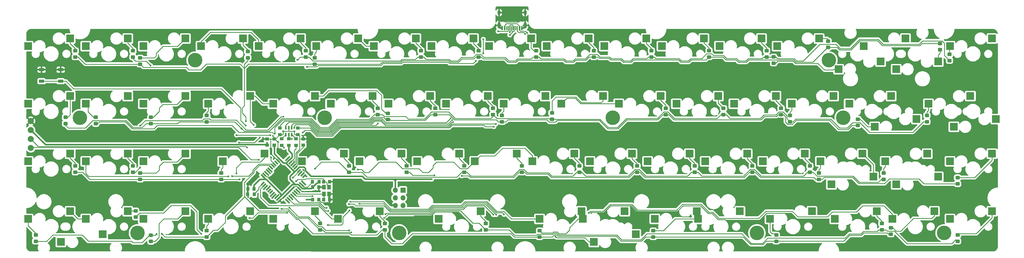
<source format=gbl>
G04 #@! TF.GenerationSoftware,KiCad,Pcbnew,(5.99.0-11177-g6c67dfa032)*
G04 #@! TF.CreationDate,2021-08-04T18:30:16+03:00*
G04 #@! TF.ProjectId,lyra_beta,6c797261-5f62-4657-9461-2e6b69636164,rev?*
G04 #@! TF.SameCoordinates,Original*
G04 #@! TF.FileFunction,Copper,L2,Bot*
G04 #@! TF.FilePolarity,Positive*
%FSLAX46Y46*%
G04 Gerber Fmt 4.6, Leading zero omitted, Abs format (unit mm)*
G04 Created by KiCad (PCBNEW (5.99.0-11177-g6c67dfa032)) date 2021-08-04 18:30:16*
%MOMM*%
%LPD*%
G01*
G04 APERTURE LIST*
G04 Aperture macros list*
%AMRoundRect*
0 Rectangle with rounded corners*
0 $1 Rounding radius*
0 $2 $3 $4 $5 $6 $7 $8 $9 X,Y pos of 4 corners*
0 Add a 4 corners polygon primitive as box body*
4,1,4,$2,$3,$4,$5,$6,$7,$8,$9,$2,$3,0*
0 Add four circle primitives for the rounded corners*
1,1,$1+$1,$2,$3*
1,1,$1+$1,$4,$5*
1,1,$1+$1,$6,$7*
1,1,$1+$1,$8,$9*
0 Add four rect primitives between the rounded corners*
20,1,$1+$1,$2,$3,$4,$5,0*
20,1,$1+$1,$4,$5,$6,$7,0*
20,1,$1+$1,$6,$7,$8,$9,0*
20,1,$1+$1,$8,$9,$2,$3,0*%
%AMRotRect*
0 Rectangle, with rotation*
0 The origin of the aperture is its center*
0 $1 length*
0 $2 width*
0 $3 Rotation angle, in degrees counterclockwise*
0 Add horizontal line*
21,1,$1,$2,0,0,$3*%
G04 Aperture macros list end*
G04 #@! TA.AperFunction,SMDPad,CuDef*
%ADD10R,2.550000X2.500000*%
G04 #@! TD*
G04 #@! TA.AperFunction,ComponentPad*
%ADD11C,0.800000*%
G04 #@! TD*
G04 #@! TA.AperFunction,ComponentPad*
%ADD12C,4.800000*%
G04 #@! TD*
G04 #@! TA.AperFunction,ComponentPad*
%ADD13C,0.600000*%
G04 #@! TD*
G04 #@! TA.AperFunction,SMDPad,CuDef*
%ADD14R,1.700000X1.000000*%
G04 #@! TD*
G04 #@! TA.AperFunction,ComponentPad*
%ADD15C,2.000000*%
G04 #@! TD*
G04 #@! TA.AperFunction,SMDPad,CuDef*
%ADD16R,1.300000X1.000000*%
G04 #@! TD*
G04 #@! TA.AperFunction,SMDPad,CuDef*
%ADD17R,0.600000X1.450000*%
G04 #@! TD*
G04 #@! TA.AperFunction,SMDPad,CuDef*
%ADD18R,0.300000X1.450000*%
G04 #@! TD*
G04 #@! TA.AperFunction,ComponentPad*
%ADD19O,1.000000X2.100000*%
G04 #@! TD*
G04 #@! TA.AperFunction,ComponentPad*
%ADD20O,1.000000X1.600000*%
G04 #@! TD*
G04 #@! TA.AperFunction,SMDPad,CuDef*
%ADD21R,0.600000X1.200000*%
G04 #@! TD*
G04 #@! TA.AperFunction,SMDPad,CuDef*
%ADD22RoundRect,0.250000X0.450000X-0.325000X0.450000X0.325000X-0.450000X0.325000X-0.450000X-0.325000X0*%
G04 #@! TD*
G04 #@! TA.AperFunction,SMDPad,CuDef*
%ADD23R,1.250000X1.000000*%
G04 #@! TD*
G04 #@! TA.AperFunction,SMDPad,CuDef*
%ADD24R,1.000000X1.300000*%
G04 #@! TD*
G04 #@! TA.AperFunction,SMDPad,CuDef*
%ADD25R,1.000000X1.250000*%
G04 #@! TD*
G04 #@! TA.AperFunction,SMDPad,CuDef*
%ADD26R,1.300000X1.500000*%
G04 #@! TD*
G04 #@! TA.AperFunction,SMDPad,CuDef*
%ADD27RotRect,1.500000X0.550000X225.000000*%
G04 #@! TD*
G04 #@! TA.AperFunction,SMDPad,CuDef*
%ADD28RotRect,1.500000X0.550000X135.000000*%
G04 #@! TD*
G04 #@! TA.AperFunction,SMDPad,CuDef*
%ADD29RoundRect,0.250000X-0.450000X0.325000X-0.450000X-0.325000X0.450000X-0.325000X0.450000X0.325000X0*%
G04 #@! TD*
G04 #@! TA.AperFunction,ComponentPad*
%ADD30R,1.700000X1.700000*%
G04 #@! TD*
G04 #@! TA.AperFunction,ComponentPad*
%ADD31O,1.700000X1.700000*%
G04 #@! TD*
G04 #@! TA.AperFunction,ViaPad*
%ADD32C,0.600000*%
G04 #@! TD*
G04 #@! TA.AperFunction,Conductor*
%ADD33C,0.250000*%
G04 #@! TD*
G04 #@! TA.AperFunction,Conductor*
%ADD34C,0.500000*%
G04 #@! TD*
G04 #@! TA.AperFunction,Conductor*
%ADD35C,0.400000*%
G04 #@! TD*
G04 APERTURE END LIST*
D10*
X342046000Y-118745000D03*
D11*
X342046000Y-118745000D03*
D10*
X328196000Y-121285000D03*
D11*
X328196000Y-121285000D03*
D12*
X180974500Y-87808600D03*
D13*
X178942500Y-87808600D03*
X179537659Y-89245441D03*
X180974500Y-89840600D03*
X182411341Y-89245441D03*
X183006500Y-87808600D03*
X182411341Y-86371759D03*
X180974500Y-85776600D03*
X179537659Y-86371759D03*
D10*
X153927500Y-61595000D03*
D11*
X153927500Y-61595000D03*
X140077500Y-64135000D03*
D10*
X140077500Y-64135000D03*
X192028000Y-61595000D03*
D11*
X192028000Y-61595000D03*
X178178000Y-64135000D03*
D10*
X178178000Y-64135000D03*
X230128000Y-61595000D03*
D11*
X230128000Y-61595000D03*
X216278000Y-64135000D03*
D10*
X216278000Y-64135000D03*
D11*
X268228000Y-61595000D03*
D10*
X268228000Y-61595000D03*
X254378000Y-64135000D03*
D11*
X254378000Y-64135000D03*
D10*
X306328000Y-61595000D03*
D11*
X306328000Y-61595000D03*
D10*
X292478000Y-64135000D03*
D11*
X292478000Y-64135000D03*
D10*
X344428000Y-61595000D03*
D11*
X344428000Y-61595000D03*
X330578000Y-64135000D03*
D10*
X330578000Y-64135000D03*
D11*
X369948000Y-71755000D03*
D10*
X369948000Y-71755000D03*
X383798000Y-69215000D03*
D11*
X383798000Y-69215000D03*
X96778000Y-61595000D03*
D10*
X96778000Y-61595000D03*
D11*
X82928000Y-64135000D03*
D10*
X82928000Y-64135000D03*
D11*
X134878000Y-61595000D03*
D10*
X134878000Y-61595000D03*
D11*
X121028000Y-64135000D03*
D10*
X121028000Y-64135000D03*
D11*
X156308800Y-80645000D03*
D10*
X156308800Y-80645000D03*
D11*
X142458800Y-83185000D03*
D10*
X142458800Y-83185000D03*
X196790000Y-80645000D03*
D11*
X196790000Y-80645000D03*
X182940000Y-83185000D03*
D10*
X182940000Y-83185000D03*
D11*
X234890000Y-80645000D03*
D10*
X234890000Y-80645000D03*
D11*
X221040000Y-83185000D03*
D10*
X221040000Y-83185000D03*
X311090000Y-80645000D03*
D11*
X311090000Y-80645000D03*
X297240000Y-83185000D03*
D10*
X297240000Y-83185000D03*
D11*
X349190000Y-80645000D03*
D10*
X349190000Y-80645000D03*
D11*
X335340000Y-83185000D03*
D10*
X335340000Y-83185000D03*
X394434000Y-80645000D03*
D11*
X394434000Y-80645000D03*
D10*
X380584000Y-83185000D03*
D11*
X380584000Y-83185000D03*
X96778000Y-80645000D03*
D10*
X96778000Y-80645000D03*
X82928000Y-83185000D03*
D11*
X82928000Y-83185000D03*
D10*
X161071200Y-99695000D03*
D11*
X161071200Y-99695000D03*
X147221200Y-102235000D03*
D10*
X147221200Y-102235000D03*
X206315000Y-99695000D03*
D11*
X206315000Y-99695000D03*
D10*
X192465000Y-102235000D03*
D11*
X192465000Y-102235000D03*
X244415000Y-99695000D03*
D10*
X244415000Y-99695000D03*
D11*
X230565000Y-102235000D03*
D10*
X230565000Y-102235000D03*
X282515000Y-99695000D03*
D11*
X282515000Y-99695000D03*
X268665000Y-102235000D03*
D10*
X268665000Y-102235000D03*
X320615000Y-99695000D03*
D11*
X320615000Y-99695000D03*
D10*
X306765000Y-102235000D03*
D11*
X306765000Y-102235000D03*
X358715000Y-99695000D03*
D10*
X358715000Y-99695000D03*
D11*
X344865000Y-102235000D03*
D10*
X344865000Y-102235000D03*
X401578000Y-99695000D03*
D11*
X401578000Y-99695000D03*
D10*
X387728000Y-102235000D03*
D11*
X387728000Y-102235000D03*
X96778000Y-99695000D03*
D10*
X96778000Y-99695000D03*
X82928000Y-102235000D03*
D11*
X82928000Y-102235000D03*
D10*
X134878000Y-99695000D03*
D11*
X134878000Y-99695000D03*
X121028000Y-102235000D03*
D10*
X121028000Y-102235000D03*
D11*
X156308800Y-118745000D03*
D10*
X156308800Y-118745000D03*
X142458800Y-121285000D03*
D11*
X142458800Y-121285000D03*
X199171000Y-118745000D03*
D10*
X199171000Y-118745000D03*
X185321000Y-121285000D03*
D11*
X185321000Y-121285000D03*
X388998000Y-90805000D03*
D10*
X388998000Y-90805000D03*
X402848000Y-88265000D03*
D11*
X402848000Y-88265000D03*
X265846000Y-118745000D03*
D10*
X265846000Y-118745000D03*
D11*
X251996000Y-121285000D03*
D10*
X251996000Y-121285000D03*
X303946000Y-118745000D03*
D11*
X303946000Y-118745000D03*
X290096000Y-121285000D03*
D10*
X290096000Y-121285000D03*
D11*
X382528000Y-118745000D03*
D10*
X382528000Y-118745000D03*
X368678000Y-121285000D03*
D11*
X368678000Y-121285000D03*
D10*
X96778000Y-118745000D03*
D11*
X96778000Y-118745000D03*
D10*
X82928000Y-121285000D03*
D11*
X82928000Y-121285000D03*
X134878000Y-118745000D03*
D10*
X134878000Y-118745000D03*
X121028000Y-121285000D03*
D11*
X121028000Y-121285000D03*
D10*
X172978000Y-61595000D03*
D11*
X172978000Y-61595000D03*
D10*
X159128000Y-64135000D03*
D11*
X159128000Y-64135000D03*
X211078000Y-61595000D03*
D10*
X211078000Y-61595000D03*
X197228000Y-64135000D03*
D11*
X197228000Y-64135000D03*
D10*
X249178000Y-61595000D03*
D11*
X249178000Y-61595000D03*
D10*
X235328000Y-64135000D03*
D11*
X235328000Y-64135000D03*
D10*
X287278000Y-61595000D03*
D11*
X287278000Y-61595000D03*
X273428000Y-64135000D03*
D10*
X273428000Y-64135000D03*
X325378000Y-61595000D03*
D11*
X325378000Y-61595000D03*
X311528000Y-64135000D03*
D10*
X311528000Y-64135000D03*
D11*
X350898000Y-71755000D03*
D10*
X350898000Y-71755000D03*
D11*
X364748000Y-69215000D03*
D10*
X364748000Y-69215000D03*
D11*
X401578000Y-61595000D03*
D10*
X401578000Y-61595000D03*
D11*
X387728000Y-64135000D03*
D10*
X387728000Y-64135000D03*
D11*
X115828000Y-61595000D03*
D10*
X115828000Y-61595000D03*
X101978000Y-64135000D03*
D11*
X101978000Y-64135000D03*
X93722000Y-128905000D03*
D10*
X93722000Y-128905000D03*
X107572000Y-126365000D03*
D11*
X107572000Y-126365000D03*
X177740000Y-80645000D03*
D10*
X177740000Y-80645000D03*
D11*
X163890000Y-83185000D03*
D10*
X163890000Y-83185000D03*
X215840000Y-80645000D03*
D11*
X215840000Y-80645000D03*
D10*
X201990000Y-83185000D03*
D11*
X201990000Y-83185000D03*
X253940000Y-80645000D03*
D10*
X253940000Y-80645000D03*
X240090000Y-83185000D03*
D11*
X240090000Y-83185000D03*
D10*
X292040000Y-80645000D03*
D11*
X292040000Y-80645000D03*
X278190000Y-83185000D03*
D10*
X278190000Y-83185000D03*
D11*
X330140000Y-80645000D03*
D10*
X330140000Y-80645000D03*
D11*
X316290000Y-83185000D03*
D10*
X316290000Y-83185000D03*
X368240000Y-80645000D03*
D11*
X368240000Y-80645000D03*
D10*
X354390000Y-83185000D03*
D11*
X354390000Y-83185000D03*
D10*
X362804000Y-90805000D03*
D11*
X362804000Y-90805000D03*
D10*
X376654000Y-88265000D03*
D11*
X376654000Y-88265000D03*
D10*
X115828000Y-80645000D03*
D11*
X115828000Y-80645000D03*
X101978000Y-83185000D03*
D10*
X101978000Y-83185000D03*
D11*
X348516000Y-109855000D03*
D10*
X348516000Y-109855000D03*
X362366000Y-107315000D03*
D11*
X362366000Y-107315000D03*
X187265000Y-99695000D03*
D10*
X187265000Y-99695000D03*
X173415000Y-102235000D03*
D11*
X173415000Y-102235000D03*
D10*
X225365000Y-99695000D03*
D11*
X225365000Y-99695000D03*
D10*
X211515000Y-102235000D03*
D11*
X211515000Y-102235000D03*
D10*
X263465000Y-99695000D03*
D11*
X263465000Y-99695000D03*
D10*
X249615000Y-102235000D03*
D11*
X249615000Y-102235000D03*
X301565000Y-99695000D03*
D10*
X301565000Y-99695000D03*
D11*
X287715000Y-102235000D03*
D10*
X287715000Y-102235000D03*
X339665000Y-99695000D03*
D11*
X339665000Y-99695000D03*
D10*
X325815000Y-102235000D03*
D11*
X325815000Y-102235000D03*
D10*
X380146000Y-99695000D03*
D11*
X380146000Y-99695000D03*
X366296000Y-102235000D03*
D10*
X366296000Y-102235000D03*
D11*
X373002000Y-61595000D03*
D10*
X373002000Y-61595000D03*
X359152000Y-64135000D03*
D11*
X359152000Y-64135000D03*
D10*
X115828000Y-99695000D03*
D11*
X115828000Y-99695000D03*
X101978000Y-102235000D03*
D10*
X101978000Y-102235000D03*
X369948000Y-109855000D03*
D11*
X369948000Y-109855000D03*
D10*
X383798000Y-107315000D03*
D11*
X383798000Y-107315000D03*
D10*
X177740000Y-118745000D03*
D11*
X177740000Y-118745000D03*
D10*
X163890000Y-121285000D03*
D11*
X163890000Y-121285000D03*
X232509000Y-118745000D03*
D10*
X232509000Y-118745000D03*
D11*
X218659000Y-121285000D03*
D10*
X218659000Y-121285000D03*
X280134000Y-118745000D03*
D11*
X280134000Y-118745000D03*
D10*
X266284000Y-121285000D03*
D11*
X266284000Y-121285000D03*
X269935000Y-128905000D03*
D10*
X269935000Y-128905000D03*
D11*
X283785000Y-126365000D03*
D10*
X283785000Y-126365000D03*
X318234000Y-118745000D03*
D11*
X318234000Y-118745000D03*
D10*
X304384000Y-121285000D03*
D11*
X304384000Y-121285000D03*
D10*
X363478000Y-118745000D03*
D11*
X363478000Y-118745000D03*
D10*
X349628000Y-121285000D03*
D11*
X349628000Y-121285000D03*
X401578000Y-118745000D03*
D10*
X401578000Y-118745000D03*
X387728000Y-121285000D03*
D11*
X387728000Y-121285000D03*
D10*
X115828000Y-118745000D03*
D11*
X115828000Y-118745000D03*
X101978000Y-121285000D03*
D10*
X101978000Y-121285000D03*
D12*
X347662000Y-68758600D03*
D13*
X345630000Y-68758600D03*
X346225159Y-70195441D03*
X347662000Y-70790600D03*
X349098841Y-70195441D03*
X349694000Y-68758600D03*
X349098841Y-67321759D03*
X347662000Y-66726600D03*
X346225159Y-67321759D03*
D10*
X272990000Y-80645000D03*
D11*
X272990000Y-80645000D03*
D10*
X259140000Y-83185000D03*
D11*
X259140000Y-83185000D03*
D12*
X276224500Y-87808600D03*
D13*
X274192500Y-87808600D03*
X274787659Y-89245441D03*
X276224500Y-89840600D03*
X277661341Y-89245441D03*
X278256500Y-87808600D03*
X277661341Y-86371759D03*
X276224500Y-85776600D03*
X274787659Y-86371759D03*
D12*
X352424500Y-87808600D03*
D13*
X350392500Y-87808600D03*
X350987659Y-89245441D03*
X352424500Y-89840600D03*
X353861341Y-89245441D03*
X354456500Y-87808600D03*
X353861341Y-86371759D03*
X352424500Y-85776600D03*
X350987659Y-86371759D03*
D12*
X100012000Y-87808600D03*
D13*
X97980000Y-87808600D03*
X98575159Y-89245441D03*
X100012000Y-89840600D03*
X101448841Y-89245441D03*
X102044000Y-87808600D03*
X101448841Y-86371759D03*
X100012000Y-85776600D03*
X98575159Y-86371759D03*
D12*
X385762000Y-125909000D03*
D13*
X383730000Y-125909000D03*
X384325159Y-127345841D03*
X385762000Y-127941000D03*
X387198841Y-127345841D03*
X387794000Y-125909000D03*
X387198841Y-124472159D03*
X385762000Y-123877000D03*
X384325159Y-124472159D03*
D12*
X205549500Y-125908600D03*
D13*
X203517500Y-125908600D03*
X204112659Y-127345441D03*
X205549500Y-127940600D03*
X206986341Y-127345441D03*
X207581500Y-125908600D03*
X206986341Y-124471759D03*
X205549500Y-123876600D03*
X204112659Y-124471759D03*
D12*
X119062000Y-125909000D03*
D13*
X117030000Y-125909000D03*
X117625159Y-127345841D03*
X119062000Y-127941000D03*
X120498841Y-127345841D03*
X121094000Y-125909000D03*
X120498841Y-124472159D03*
X119062000Y-123877000D03*
X117625159Y-124472159D03*
D12*
X138112500Y-68758600D03*
D13*
X136080500Y-68758600D03*
X136675659Y-70195441D03*
X138112500Y-70790600D03*
X139549341Y-70195441D03*
X140144500Y-68758600D03*
X139549341Y-67321759D03*
X138112500Y-66726600D03*
X136675659Y-67321759D03*
D12*
X323849500Y-125909000D03*
D13*
X321817500Y-125909000D03*
X322412659Y-127345841D03*
X323849500Y-127941000D03*
X325286341Y-127345841D03*
X325881500Y-125909000D03*
X325286341Y-124472159D03*
X323849500Y-123877000D03*
X322412659Y-124472159D03*
D10*
X134878000Y-80645000D03*
D11*
X134878000Y-80645000D03*
D10*
X121028000Y-83185000D03*
D11*
X121028000Y-83185000D03*
D14*
X87337500Y-71918800D03*
X93637500Y-71918800D03*
X87337500Y-75718800D03*
X93637500Y-75718800D03*
D15*
X83770000Y-91866400D03*
X83770100Y-97819000D03*
X83770100Y-94842900D03*
D16*
X166688000Y-96936900D03*
X166688000Y-94736900D03*
D17*
X239663000Y-58137170D03*
X240438000Y-58137170D03*
D18*
X241138000Y-58137170D03*
X241638000Y-58137170D03*
X242138000Y-58137170D03*
X242638000Y-58137170D03*
X243138000Y-58137170D03*
X243638000Y-58137170D03*
X244138000Y-58137170D03*
X244638000Y-58137170D03*
D17*
X245338000Y-58137170D03*
X246113000Y-58137170D03*
D19*
X238568000Y-57222170D03*
D20*
X238568000Y-53042170D03*
D19*
X247208000Y-57222170D03*
D20*
X247208000Y-53042170D03*
D16*
X169069000Y-96945300D03*
X169069000Y-94745300D03*
X171450000Y-94745300D03*
X171450000Y-96945300D03*
X172045000Y-91173500D03*
X172045000Y-93373500D03*
D21*
X168119000Y-91123500D03*
X169069000Y-91123500D03*
X170019000Y-91123500D03*
X170019000Y-93423500D03*
X169069000Y-93423500D03*
X168119000Y-93423500D03*
D15*
X83770000Y-88889800D03*
D16*
X166092000Y-93373500D03*
X166092000Y-91173500D03*
D22*
X330263000Y-128660000D03*
X330263000Y-126610000D03*
D23*
X173831000Y-96845300D03*
X173831000Y-94845300D03*
D24*
X155467200Y-113109000D03*
X157667200Y-113109000D03*
D25*
X155567200Y-111323000D03*
X157567200Y-111323000D03*
D23*
X161925000Y-94845300D03*
X161925000Y-96845300D03*
D25*
X178998000Y-114895000D03*
X176998000Y-114895000D03*
D23*
X164306000Y-94845300D03*
X164306000Y-96845300D03*
D25*
X182570000Y-114895000D03*
X180570000Y-114895000D03*
D26*
X180720000Y-113069000D03*
X182420000Y-110769000D03*
X182420000Y-113069000D03*
X180720000Y-110769000D03*
D25*
X182570000Y-108942000D03*
X180570000Y-108942000D03*
D24*
X176898000Y-108942000D03*
X179098000Y-108942000D03*
D27*
X168485082Y-101488064D03*
X169050767Y-102053750D03*
X169616452Y-102619435D03*
X170182138Y-103185120D03*
X170747823Y-103750806D03*
X171313509Y-104316491D03*
X171879194Y-104882177D03*
X172444880Y-105447862D03*
X173010565Y-106013548D03*
X173576250Y-106579233D03*
X174141936Y-107144918D03*
D28*
X174141936Y-109549082D03*
X173576250Y-110114767D03*
X173010565Y-110680452D03*
X172444880Y-111246138D03*
X171879194Y-111811823D03*
X171313509Y-112377509D03*
X170747823Y-112943194D03*
X170182138Y-113508880D03*
X169616452Y-114074565D03*
X169050767Y-114640250D03*
X168485082Y-115205936D03*
D27*
X166080918Y-115205936D03*
X165515233Y-114640250D03*
X164949548Y-114074565D03*
X164383862Y-113508880D03*
X163818177Y-112943194D03*
X163252491Y-112377509D03*
X162686806Y-111811823D03*
X162121120Y-111246138D03*
X161555435Y-110680452D03*
X160989750Y-110114767D03*
X160424064Y-109549082D03*
D28*
X160424064Y-107144918D03*
X160989750Y-106579233D03*
X161555435Y-106013548D03*
X162121120Y-105447862D03*
X162686806Y-104882177D03*
X163252491Y-104316491D03*
X163818177Y-103750806D03*
X164383862Y-103185120D03*
X164949548Y-102619435D03*
X165515233Y-102053750D03*
X166080918Y-101488064D03*
D25*
X178998000Y-110728000D03*
X176998000Y-110728000D03*
D22*
X387549000Y-68890600D03*
X387549000Y-66840600D03*
X155511500Y-67954000D03*
X155511500Y-65904000D03*
X177664000Y-70081200D03*
X177664000Y-68031200D03*
X231838000Y-67700000D03*
X231838000Y-65650000D03*
X269938000Y-67700000D03*
X269938000Y-65650000D03*
X308038000Y-67700000D03*
X308038000Y-65650000D03*
X347408500Y-64534000D03*
X347408500Y-62484000D03*
D29*
X384404000Y-63268800D03*
X384404000Y-65318800D03*
D22*
X98488000Y-67700000D03*
X98488000Y-65650000D03*
X119918000Y-70081200D03*
X119918000Y-68031200D03*
X141945300Y-89131200D03*
X141945300Y-87081200D03*
X198500000Y-86750000D03*
X198500000Y-84700000D03*
X236600000Y-86750000D03*
X236600000Y-84700000D03*
X256095500Y-88274000D03*
X256095500Y-86224000D03*
X312800000Y-86750000D03*
X312800000Y-84700000D03*
X334826000Y-89131200D03*
X334826000Y-87081200D03*
X380070000Y-89131200D03*
X380070000Y-87081200D03*
X95249500Y-89726500D03*
X95249500Y-87676500D03*
X123490000Y-89726500D03*
X123490000Y-87676500D03*
X146707800Y-108181000D03*
X146707800Y-106131000D03*
X208025000Y-105800000D03*
X208025000Y-103750000D03*
X246125000Y-105800000D03*
X246125000Y-103750000D03*
X284225000Y-105800000D03*
X284225000Y-103750000D03*
X322325000Y-105800000D03*
X322325000Y-103750000D03*
X344352000Y-108181000D03*
X344352000Y-106131000D03*
X390207000Y-109661600D03*
X390207000Y-107611600D03*
X98488000Y-105800000D03*
X98488000Y-103750000D03*
X119918000Y-108181000D03*
X119918000Y-106131000D03*
X141945300Y-127231000D03*
X141945300Y-125181000D03*
X200881000Y-124850000D03*
X200881000Y-122800000D03*
X251996000Y-127231000D03*
X251996000Y-125181000D03*
X289583000Y-127231000D03*
X289583000Y-125181000D03*
X368109000Y-126298600D03*
X368109000Y-124248600D03*
X85407500Y-128660000D03*
X85407500Y-126610000D03*
D29*
X123490000Y-126655000D03*
X123490000Y-128705000D03*
D22*
X174688000Y-67700000D03*
X174688000Y-65650000D03*
X212788000Y-67700000D03*
X212788000Y-65650000D03*
X250888000Y-67700000D03*
X250888000Y-65650000D03*
X288988000Y-67700000D03*
X288988000Y-65650000D03*
X327088000Y-67700000D03*
X327088000Y-65650000D03*
D29*
X329374500Y-67682000D03*
X329374500Y-69732000D03*
D22*
X117538000Y-67700000D03*
X117538000Y-65650000D03*
X201866500Y-88401000D03*
X201866500Y-86351000D03*
X217550000Y-86750000D03*
X217550000Y-84700000D03*
X239577000Y-89131200D03*
X239577000Y-87081200D03*
X293750000Y-86750000D03*
X293750000Y-84700000D03*
X331850000Y-86750000D03*
X331850000Y-84700000D03*
X357188000Y-90321900D03*
X357188000Y-88271900D03*
X105219000Y-89726500D03*
X105219000Y-87676500D03*
X188975000Y-105800000D03*
X188975000Y-103750000D03*
X227075000Y-105800000D03*
X227075000Y-103750000D03*
X265175000Y-105800000D03*
X265175000Y-103750000D03*
X303275000Y-105800000D03*
X303275000Y-103750000D03*
X341375000Y-105800000D03*
X341375000Y-103750000D03*
X365783000Y-108181000D03*
X365783000Y-106131000D03*
X117538000Y-105800000D03*
X117538000Y-103750000D03*
X179450000Y-124850000D03*
X179450000Y-122800000D03*
X234219000Y-124850000D03*
X234219000Y-122800000D03*
X365188000Y-124850000D03*
X365188000Y-122800000D03*
X390207000Y-128660000D03*
X390207000Y-126610000D03*
X118467000Y-120683000D03*
X118467000Y-118633000D03*
D30*
X206824500Y-111760000D03*
D31*
X204284500Y-111760000D03*
X206824500Y-114300000D03*
X204284500Y-114300000D03*
X206824500Y-116840000D03*
X204284500Y-116840000D03*
D32*
X304781000Y-64099100D03*
X243611000Y-124839000D03*
X288841000Y-117119000D03*
X241861000Y-63399100D03*
X164401500Y-87503000D03*
X137985500Y-84582000D03*
X273351000Y-116239000D03*
X398264000Y-102989000D03*
X108851000Y-62889100D03*
X163121000Y-99269100D03*
X291681000Y-67079100D03*
X82486000Y-87300600D03*
X262191000Y-60559100D03*
X158813500Y-115951000D03*
X115252000Y-92507600D03*
X201351000Y-121329000D03*
X259681000Y-59029100D03*
X83502500Y-129921000D03*
X302001000Y-120599000D03*
X335343500Y-129794000D03*
X381825500Y-60706000D03*
X155612500Y-114049998D03*
X140398500Y-80391000D03*
X342961000Y-123149000D03*
X164528500Y-60579000D03*
X176339500Y-97790000D03*
X225591000Y-115449000D03*
X118451000Y-116939000D03*
X165417500Y-105537000D03*
X125666500Y-99187000D03*
X300814000Y-123355000D03*
X156654000Y-109271600D03*
X156146000Y-76124600D03*
X136080500Y-121920000D03*
X218491000Y-124759000D03*
X153270800Y-113469000D03*
X95450800Y-77669100D03*
X269114000Y-119305000D03*
X225946000Y-119734000D03*
X160962500Y-114125000D03*
X104203500Y-79756000D03*
X166021000Y-98399100D03*
X253041000Y-66779100D03*
X108013500Y-99187000D03*
X282651000Y-119062000D03*
X394097000Y-120253000D03*
X287711000Y-125099000D03*
X287711000Y-99239100D03*
X401781000Y-128209000D03*
X102171500Y-130810000D03*
X155892500Y-64008000D03*
X147430800Y-87799100D03*
X149161000Y-98794100D03*
X125768100Y-129336800D03*
X264931000Y-65919100D03*
X197612002Y-122047000D03*
X176847500Y-60198000D03*
X224645220Y-80391000D03*
X325851000Y-121949000D03*
X364332000Y-60126500D03*
X306221000Y-115089000D03*
X163810820Y-93819120D03*
X304101000Y-124619000D03*
X117538500Y-84455000D03*
X231577000Y-97631200D03*
X147460800Y-61029100D03*
X234930820Y-59099120D03*
X185356500Y-118808500D03*
X231645460Y-69977000D03*
X253047500Y-70104000D03*
X296291000Y-120239000D03*
X172961000Y-99969100D03*
X128411000Y-63039100D03*
X207327500Y-80391000D03*
X151701500Y-69215000D03*
X157641000Y-84979100D03*
X149140800Y-92639100D03*
X289322000Y-83939000D03*
X166941500Y-110998000D03*
X237680500Y-69977000D03*
X209371000Y-128709000D03*
X356592000Y-120253000D03*
X175387000Y-99504500D03*
X293179500Y-129413000D03*
X199481000Y-114099000D03*
X237744000Y-80899000D03*
X171437500Y-108825000D03*
X172637500Y-112493990D03*
X174262500Y-111300000D03*
X164314000Y-97625000D03*
X174944000Y-114895000D03*
X216310000Y-108119000D03*
X161937500Y-96050000D03*
X238265000Y-59225000D03*
X222603074Y-87998199D03*
X247232678Y-60077011D03*
X237574000Y-89824800D03*
X242125000Y-59487600D03*
X223456000Y-89205600D03*
X223133420Y-88528516D03*
X242125000Y-60440101D03*
X172743396Y-109379391D03*
X154874000Y-90405000D03*
X174912504Y-107225000D03*
X172287500Y-106800000D03*
X173812500Y-104950000D03*
X173387501Y-108800010D03*
X155254000Y-97625000D03*
X170369988Y-107620600D03*
X159154000Y-101675000D03*
X236906000Y-90753100D03*
X247903500Y-59741600D03*
X170087500Y-94800000D03*
X173704000Y-92695000D03*
X167462500Y-97700000D03*
X170837479Y-102250000D03*
X154854000Y-88985000D03*
X162312500Y-106775000D03*
X153429000Y-91350000D03*
X162887500Y-106200000D03*
X226274000Y-107015000D03*
X162959000Y-93530000D03*
X152844002Y-108192100D03*
X198564504Y-89662000D03*
X170854000Y-91185000D03*
X151759000Y-93530000D03*
X217289000Y-106830000D03*
X163437502Y-105650000D03*
X125387100Y-126212600D03*
X127101600Y-126199900D03*
X171929000Y-68670000D03*
X123380000Y-70536600D03*
X150327400Y-107142000D03*
X164477000Y-93022000D03*
X163170000Y-100880000D03*
X177694000Y-104645000D03*
X119887500Y-90458600D03*
X169237496Y-100725004D03*
X167322000Y-87427600D03*
X119887500Y-104255100D03*
X166624000Y-117916000D03*
X200598337Y-121029163D03*
X163095115Y-113682017D03*
X189785000Y-125694000D03*
X140144000Y-126226100D03*
X160812510Y-111450000D03*
X157509000Y-90210000D03*
X151774000Y-106235000D03*
X177004000Y-113725000D03*
X191834000Y-104881000D03*
X189374000Y-115615000D03*
X181624000Y-117585000D03*
X192364000Y-116285000D03*
X170312500Y-114800000D03*
X181944000Y-123296000D03*
X240224000Y-119785000D03*
X189134000Y-118435000D03*
X237662000Y-119867000D03*
X182140820Y-118609120D03*
X188874000Y-116365000D03*
X200977500Y-119761000D03*
X268214000Y-119305000D03*
X189050000Y-125069000D03*
X165687500Y-113325000D03*
X236739000Y-119870000D03*
X169284000Y-117555000D03*
X149097500Y-107176100D03*
X168592000Y-119241100D03*
X169187502Y-115925000D03*
X156082500Y-120955600D03*
X163612498Y-114275000D03*
X257234000Y-127105000D03*
X230949500Y-68961000D03*
X152564000Y-96026068D03*
X159494000Y-94315000D03*
X162870378Y-110497122D03*
X174988000Y-70981200D03*
X233394000Y-61825000D03*
X233362500Y-66548000D03*
D33*
X171313500Y-112377500D02*
X172005000Y-113069000D01*
X179820000Y-113069000D02*
X180720000Y-113069000D01*
X172005000Y-113069000D02*
X179820000Y-113069000D01*
X180720000Y-113069000D02*
X180720000Y-114745000D01*
X161925000Y-94845300D02*
X162050000Y-94845300D01*
X167336000Y-92279100D02*
X170801000Y-92279100D01*
X164620200Y-94845300D02*
X166092000Y-93373500D01*
X172651000Y-98209600D02*
X171412489Y-99448111D01*
X163121000Y-94911500D02*
X163187000Y-94845300D01*
X246293000Y-58137170D02*
X247208000Y-57222170D01*
X163537499Y-107350001D02*
X161760501Y-107350001D01*
X311025500Y-121475500D02*
X309010000Y-119460000D01*
X172651000Y-94845300D02*
X172651000Y-98209600D01*
D34*
X200776500Y-114099000D02*
X199481000Y-114099000D01*
D33*
X166318000Y-102856000D02*
X166318000Y-104569500D01*
X247089000Y-55824270D02*
X247091000Y-55846270D01*
X245005000Y-56162170D02*
X245343000Y-55824270D01*
X240368000Y-55853470D02*
X240677000Y-56162170D01*
X284255000Y-118810000D02*
X282365000Y-116920000D01*
X155567200Y-114004698D02*
X155612500Y-114049998D01*
X245210000Y-55957170D02*
X245343000Y-55824270D01*
X164306000Y-94845300D02*
X164447000Y-94845300D01*
X165481000Y-97859100D02*
X166021000Y-98399100D01*
X161262499Y-114424999D02*
X160962500Y-114125000D01*
X269289000Y-119130000D02*
X269114000Y-119305000D01*
X163121000Y-98849100D02*
X162961900Y-99196200D01*
X225946000Y-119734000D02*
X225197000Y-118985000D01*
X247208000Y-57222170D02*
X247208000Y-55922170D01*
X239483000Y-58137170D02*
X238568000Y-57222170D01*
X182495000Y-115845000D02*
X182570000Y-115770000D01*
X178358000Y-112249000D02*
X173448000Y-112249000D01*
X247091000Y-55846270D02*
X247211000Y-55946270D01*
X178998000Y-110728000D02*
X180680000Y-110728000D01*
X238568000Y-57222170D02*
X238568000Y-56672170D01*
X269289000Y-119130000D02*
X269287200Y-119306800D01*
X172195000Y-93373500D02*
X172651000Y-93829300D01*
X163121000Y-99659800D02*
X162964500Y-99347500D01*
X301581000Y-120599000D02*
X301928100Y-120758100D01*
X282365000Y-116920000D02*
X275508000Y-116920000D01*
X167244000Y-92371900D02*
X167336000Y-92279100D01*
X171681000Y-110489000D02*
X170798000Y-110489000D01*
X178998000Y-114895000D02*
X178998000Y-115019590D01*
X239618000Y-55853470D02*
X240084000Y-55853470D01*
X238568000Y-55853470D02*
X239618000Y-55853470D01*
X182420000Y-113069000D02*
X183320000Y-113069000D01*
X324802500Y-121666000D02*
X313499500Y-121666000D01*
X296231000Y-120079000D02*
X298471000Y-120079000D01*
X165724000Y-98102100D02*
X165856900Y-98460000D01*
X247208000Y-56672170D02*
X247208000Y-57222170D01*
X155612500Y-113404300D02*
X155612500Y-113625734D01*
X178998000Y-110853000D02*
X178998000Y-110728000D01*
X164306000Y-94845300D02*
X164620200Y-94845300D01*
X161800000Y-94845300D02*
X161925000Y-94845300D01*
X302001000Y-120599000D02*
X298991000Y-120599000D01*
X166992000Y-93373500D02*
X167244000Y-93121900D01*
X165515200Y-102053700D02*
X166318000Y-102856000D01*
X247132000Y-55846270D02*
X247091000Y-55846270D01*
X335216500Y-119380000D02*
X327088500Y-119380000D01*
X161760501Y-107350001D02*
X160989700Y-106579200D01*
X171412489Y-103086111D02*
X170747800Y-103750800D01*
X240084000Y-55853470D02*
X240168000Y-55853470D01*
X225197000Y-118985000D02*
X217416000Y-118985000D01*
X171961000Y-110762000D02*
X172444900Y-111246100D01*
X171837000Y-110645000D02*
X171681000Y-110489000D01*
X183320000Y-113069000D02*
X183395000Y-112994000D01*
D34*
X203517500Y-116840000D02*
X200776500Y-114099000D01*
D33*
X234930820Y-59099120D02*
X235840820Y-59099120D01*
X164447000Y-94845300D02*
X165481000Y-95879100D01*
X313499500Y-121666000D02*
X313309000Y-121475500D01*
X171844000Y-110645000D02*
X171837000Y-110645000D01*
X209390750Y-121527100D02*
X201549100Y-121527100D01*
X164306000Y-94474300D02*
X164306000Y-94845300D01*
X165480000Y-115807000D02*
X165473000Y-115807000D01*
X166092000Y-93373500D02*
X165778000Y-93373500D01*
X173448000Y-112249000D02*
X172444900Y-111246100D01*
X301581000Y-120599000D02*
X301928100Y-120439900D01*
X170801000Y-92279100D02*
X170896000Y-92374200D01*
X172444900Y-111246100D02*
X173064000Y-111866000D01*
X166928000Y-114359000D02*
X166080900Y-115205900D01*
X246113000Y-58137170D02*
X246293000Y-58137170D01*
X216146000Y-120255000D02*
X210662850Y-120255000D01*
X247208000Y-55922170D02*
X247132000Y-55846270D01*
X201549100Y-121527100D02*
X201351000Y-121329000D01*
X171145000Y-93373500D02*
X172045000Y-93373500D01*
X269289000Y-119130000D02*
X269112200Y-119131800D01*
X172045000Y-93373500D02*
X172195000Y-93373500D01*
X237717770Y-57222170D02*
X238568000Y-57222170D01*
X210662850Y-120255000D02*
X209390750Y-121527100D01*
X173831000Y-94845300D02*
X172651000Y-94845300D01*
X167244000Y-93121900D02*
X167244000Y-92371900D01*
X155612500Y-113625734D02*
X155612500Y-114049998D01*
X155467200Y-113259000D02*
X155612500Y-113404300D01*
X238568000Y-55853470D02*
X238568000Y-57222170D01*
X183320000Y-108942000D02*
X183395000Y-109017000D01*
X164306000Y-94314300D02*
X163810820Y-93819120D01*
X165480000Y-115807000D02*
X162644500Y-115807000D01*
X163187000Y-94845300D02*
X164306000Y-94845300D01*
X180680000Y-110728000D02*
X180720000Y-110769000D01*
X162644500Y-115807000D02*
X161262499Y-114424999D01*
X336856500Y-121020000D02*
X335216500Y-119380000D01*
X179823000Y-115845000D02*
X178998000Y-115020000D01*
X169069000Y-91123500D02*
X169069000Y-92279100D01*
X164306000Y-94845300D02*
X163431000Y-94845300D01*
X301991000Y-120609000D02*
X302001000Y-120599000D01*
X166318000Y-104569500D02*
X163537499Y-107350001D01*
X178998000Y-115019590D02*
X179823410Y-115845000D01*
X273298000Y-119130000D02*
X269289000Y-119130000D01*
X178998000Y-110728000D02*
X178998000Y-111603000D01*
X178998000Y-111603000D02*
X179001000Y-111606000D01*
X163121000Y-99659800D02*
X163277500Y-99347500D01*
X172444900Y-111246100D02*
X171844000Y-110645000D01*
X155567200Y-111323000D02*
X155567200Y-114004698D01*
X165481000Y-95879100D02*
X165481000Y-97859100D01*
X166080900Y-115205900D02*
X165480000Y-115807000D01*
X179001000Y-111606000D02*
X178358000Y-112249000D01*
X299454000Y-116895000D02*
X297539000Y-118810000D01*
X309010000Y-119460000D02*
X307771000Y-119460000D01*
X163121000Y-98849100D02*
X163280100Y-99196200D01*
X298991000Y-120599000D02*
X298611000Y-120219000D01*
X235840820Y-59099120D02*
X237717770Y-57222170D01*
X182570000Y-108942000D02*
X183320000Y-108942000D01*
X161925000Y-94845300D02*
X163187000Y-94845300D01*
X275508000Y-116920000D02*
X273298000Y-119130000D01*
X225649000Y-119437000D02*
X226006900Y-119569900D01*
X170896000Y-93124200D02*
X171145000Y-93373500D01*
X240084000Y-55853470D02*
X240368000Y-55853470D01*
X182570000Y-114895000D02*
X182570000Y-115770000D01*
X245343000Y-55824270D02*
X247089000Y-55824270D01*
X166092000Y-93373500D02*
X166992000Y-93373500D01*
X170798000Y-110489000D02*
X166928000Y-114359000D01*
X164914000Y-101453000D02*
X165515200Y-102053700D01*
X238568000Y-57222170D02*
X238748000Y-57222170D01*
X171412489Y-99448111D02*
X171412489Y-103086111D01*
X165724000Y-98102100D02*
X166081900Y-98235000D01*
X239663000Y-58137170D02*
X239483000Y-58137170D01*
X297539000Y-118810000D02*
X284255000Y-118810000D01*
X163121000Y-99269100D02*
X163121000Y-99659800D01*
X164306000Y-94845300D02*
X164306000Y-94314300D01*
X217416000Y-118985000D02*
X216146000Y-120255000D01*
X180720000Y-111054000D02*
X180720000Y-110769000D01*
X182570000Y-115770000D02*
X182570000Y-115937000D01*
X327088500Y-119380000D02*
X324802500Y-121666000D01*
X173831000Y-94845300D02*
X173667000Y-94845300D01*
X170896000Y-92374200D02*
X170896000Y-93124200D01*
X172651000Y-93829300D02*
X172651000Y-94845300D01*
X238568000Y-54713470D02*
X238568000Y-55853470D01*
X239618000Y-55853470D02*
X239924000Y-55853470D01*
X164700000Y-101239000D02*
X164914000Y-101453000D01*
X247208000Y-57222170D02*
X247208000Y-57498170D01*
X305206000Y-116895000D02*
X299454000Y-116895000D01*
X298471000Y-120079000D02*
X298991000Y-120599000D01*
X163121000Y-99269100D02*
X163121000Y-94911500D01*
X163121000Y-99659800D02*
X164700000Y-101239000D01*
X179823410Y-115845000D02*
X182495000Y-115845000D01*
X238568000Y-53042170D02*
X238568000Y-54713470D01*
X240677000Y-56162170D02*
X245005000Y-56162170D01*
X225649000Y-119437000D02*
X225781900Y-119794900D01*
X313309000Y-121475500D02*
X311025500Y-121475500D01*
X307771000Y-119460000D02*
X305206000Y-116895000D01*
X171729293Y-108536393D02*
X171371393Y-108669293D01*
X180432120Y-107929120D02*
X174833380Y-107929120D01*
X174537500Y-108225000D02*
X172037500Y-108225000D01*
X172368893Y-112213207D02*
X172501793Y-112571107D01*
X171729293Y-108536393D02*
X171596393Y-108894293D01*
X181320000Y-108942000D02*
X180570000Y-108942000D01*
X172037500Y-108225000D02*
X171737499Y-108525001D01*
X172337501Y-112193991D02*
X172637500Y-112493990D01*
X182420000Y-110769000D02*
X181745000Y-110094000D01*
X172368893Y-112213207D02*
X172726793Y-112346107D01*
X171879200Y-111811800D02*
X171955310Y-111811800D01*
X181745000Y-110094000D02*
X181745000Y-109367000D01*
X181745000Y-109367000D02*
X181320000Y-108942000D01*
X171737499Y-108525001D02*
X171437500Y-108825000D01*
X180570000Y-108067000D02*
X180432120Y-107929120D01*
X180570000Y-108942000D02*
X180570000Y-108067000D01*
X171955310Y-111811800D02*
X172337501Y-112193991D01*
X174833380Y-107929120D02*
X174537500Y-108225000D01*
X173831000Y-96845300D02*
X173831000Y-97595300D01*
X171812500Y-103274500D02*
X171815000Y-103277000D01*
X171815000Y-103745000D02*
X171815000Y-103277000D01*
X171815000Y-103277000D02*
X171815000Y-103815000D01*
X171812500Y-99613800D02*
X171812500Y-103274500D01*
X171815000Y-103815000D02*
X171313500Y-104316500D01*
X173831000Y-97595300D02*
X171812500Y-99613800D01*
D34*
X161812501Y-96524999D02*
X161886765Y-96524999D01*
X166437501Y-113075001D02*
X161612500Y-108250000D01*
X164437500Y-96875736D02*
X164314000Y-96999236D01*
X173010600Y-110680500D02*
X172401000Y-110071000D01*
X164314000Y-96999236D02*
X164314000Y-97200736D01*
X172240000Y-109909000D02*
X170246000Y-109909000D01*
X164306000Y-96845300D02*
X164306000Y-97617000D01*
X171241396Y-109909000D02*
X169542998Y-108210602D01*
X161612500Y-108250000D02*
X161512500Y-108250000D01*
X172240000Y-109909000D02*
X173010600Y-110680500D01*
X166371000Y-113784000D02*
X165515200Y-114640300D01*
X164416764Y-96855000D02*
X164437500Y-96875736D01*
X176487666Y-107219000D02*
X174612511Y-105343845D01*
X174612511Y-104639009D02*
X174140502Y-104167000D01*
X203305500Y-108119000D02*
X194305000Y-108119000D01*
X166371000Y-113784000D02*
X166437501Y-113717499D01*
X166080900Y-101488100D02*
X167358000Y-102765000D01*
X164358000Y-96855000D02*
X164416764Y-96855000D01*
X164306000Y-96845300D02*
X164407064Y-96845300D01*
X176998000Y-114895000D02*
X174944000Y-114895000D01*
X161886765Y-96524999D02*
X161937500Y-96474264D01*
X168339000Y-102765000D02*
X168027000Y-102765000D01*
X176561000Y-111291000D02*
X175384000Y-111291000D01*
X204284500Y-108610480D02*
X204772260Y-108122720D01*
X168065000Y-102765000D02*
X170895000Y-105595000D01*
X169542998Y-108210602D02*
X169542998Y-107218002D01*
X161937500Y-96474264D02*
X161937500Y-96050000D01*
X169542998Y-107218002D02*
X171166000Y-105595000D01*
X170246000Y-109909000D02*
X166371000Y-113784000D01*
X203305500Y-108119000D02*
X203762700Y-108119000D01*
X161611422Y-96726078D02*
X161812501Y-96524999D01*
X192793000Y-107219000D02*
X176487666Y-107219000D01*
X175384000Y-111291000D02*
X173621000Y-111291000D01*
X164306000Y-97617000D02*
X164314000Y-97625000D01*
X161512500Y-108250000D02*
X160424064Y-107161564D01*
X173621000Y-111291000D02*
X173010600Y-110680500D01*
X204284500Y-108640800D02*
X204284500Y-111760000D01*
X193401000Y-107215000D02*
X192797000Y-107215000D01*
X176998000Y-110853000D02*
X176561000Y-111291000D01*
X171879200Y-104882200D02*
X171166000Y-105595000D01*
X161800000Y-96845300D02*
X161800000Y-96537500D01*
X169069000Y-96945300D02*
X169069000Y-98630000D01*
X172240000Y-109909000D02*
X171241396Y-109909000D01*
X170895000Y-105595000D02*
X171166000Y-105595000D01*
X169050800Y-102053700D02*
X168339000Y-102765000D01*
X167358000Y-102765000D02*
X168027000Y-102765000D01*
X83770000Y-91866400D02*
X88629678Y-96726078D01*
X178446000Y-109594000D02*
X178197000Y-109594000D01*
X161800000Y-96537500D02*
X161812501Y-96524999D01*
X160424064Y-107161564D02*
X160424064Y-107144918D01*
X171879200Y-104882200D02*
X172594000Y-104167000D01*
X173362000Y-104167000D02*
X172861000Y-104167000D01*
X174140502Y-104167000D02*
X173362000Y-104167000D01*
X161612500Y-108250000D02*
X159515200Y-108250000D01*
X203762700Y-108119000D02*
X204284500Y-108640800D01*
X169526000Y-101578000D02*
X169050800Y-102053700D01*
X194305000Y-108119000D02*
X193401000Y-107215000D01*
X168027000Y-102765000D02*
X168065000Y-102765000D01*
X172594000Y-104167000D02*
X173362000Y-104167000D01*
X164314000Y-99721200D02*
X166080900Y-101488100D01*
X192797000Y-107215000D02*
X192793000Y-107219000D01*
X178197000Y-109594000D02*
X177063000Y-110728000D01*
X216310000Y-108119000D02*
X203305500Y-108119000D01*
X179098000Y-108942000D02*
X178446000Y-109594000D01*
X164314000Y-97625000D02*
X164314000Y-99721200D01*
X170187500Y-99748500D02*
X170187500Y-100916500D01*
X164407064Y-96845300D02*
X164437500Y-96875736D01*
X164314000Y-97200736D02*
X164314000Y-97625000D01*
X170187500Y-100916500D02*
X169526000Y-101578000D01*
X157567200Y-110198000D02*
X157567200Y-111323000D01*
X159515200Y-108250000D02*
X157567200Y-110198000D01*
X166437501Y-113717499D02*
X166437501Y-113075001D01*
X169526000Y-101578000D02*
X169368000Y-101737000D01*
X174612511Y-105343845D02*
X174612511Y-104639009D01*
X169069000Y-98630000D02*
X170187500Y-99748500D01*
X204284500Y-111760000D02*
X204284500Y-108610480D01*
X88629678Y-96726078D02*
X161611422Y-96726078D01*
D33*
X153927500Y-61595000D02*
X153927500Y-63095000D01*
X153927500Y-63745000D02*
X153927500Y-63095000D01*
X155511500Y-65329000D02*
X153927500Y-63745000D01*
X155511500Y-65904000D02*
X155511500Y-65329000D01*
X177664000Y-66585000D02*
X178178000Y-66071000D01*
X177664000Y-68031200D02*
X177664000Y-66585000D01*
X178178000Y-66071000D02*
X178178000Y-64135000D01*
X231838000Y-64975000D02*
X230128000Y-63265000D01*
X231838000Y-65650000D02*
X231838000Y-64975000D01*
X230128000Y-63265000D02*
X230128000Y-61595000D01*
X269938000Y-65650000D02*
X269938000Y-64639000D01*
X269938000Y-64639000D02*
X268228000Y-62929000D01*
X268228000Y-62929000D02*
X268228000Y-61595000D01*
X308038000Y-65650000D02*
X308038000Y-64739000D01*
X306328000Y-63029000D02*
X306328000Y-61595000D01*
X308038000Y-64739000D02*
X306328000Y-63029000D01*
X344428000Y-61595000D02*
X344402000Y-61595000D01*
X347408500Y-61909000D02*
X347408500Y-62484000D01*
X344428000Y-61595000D02*
X347094500Y-61595000D01*
X347094500Y-61595000D02*
X347408500Y-61909000D01*
X384404000Y-65318800D02*
X384404000Y-66489000D01*
X383798000Y-67095000D02*
X383798000Y-69215000D01*
X384404000Y-66489000D02*
X383798000Y-67095000D01*
X96778000Y-63265000D02*
X96778000Y-61595000D01*
X98488000Y-65650000D02*
X98488000Y-64975000D01*
X98488000Y-64975000D02*
X96778000Y-63265000D01*
X132274900Y-64173100D02*
X134853000Y-61595000D01*
X134853000Y-61595000D02*
X134878000Y-61595000D01*
X127546100Y-64173100D02*
X132274900Y-64173100D01*
X125209300Y-67398900D02*
X125209300Y-66509900D01*
X124577000Y-68031200D02*
X125209300Y-67398900D01*
X119918000Y-68031200D02*
X124577000Y-68031200D01*
X125209300Y-66509900D02*
X127546100Y-64173100D01*
X141945300Y-86143700D02*
X142458800Y-85630200D01*
X141945300Y-87081200D02*
X141945300Y-86143700D01*
X142458800Y-85630200D02*
X142458800Y-83185000D01*
X198500000Y-84700000D02*
X198500000Y-83949000D01*
X196790000Y-82239000D02*
X196790000Y-80645000D01*
X198500000Y-83949000D02*
X196790000Y-82239000D01*
X236600000Y-84025000D02*
X234890000Y-82315000D01*
X236600000Y-84700000D02*
X236600000Y-84025000D01*
X234890000Y-82315000D02*
X234890000Y-80645000D01*
X263994189Y-80959990D02*
X265819188Y-82784990D01*
X257431510Y-80959990D02*
X263994189Y-80959990D01*
X272990000Y-82165500D02*
X272990000Y-80645000D01*
X272370510Y-82784990D02*
X272990000Y-82165500D01*
X256095500Y-86224000D02*
X256095500Y-82296000D01*
X256095500Y-82296000D02*
X257431510Y-80959990D01*
X265819188Y-82784990D02*
X272370510Y-82784990D01*
X311090000Y-82990000D02*
X312800000Y-84700000D01*
X311090000Y-80645000D02*
X311090000Y-82990000D01*
X335340000Y-85434000D02*
X334826000Y-85948000D01*
X335340000Y-83185000D02*
X335340000Y-85434000D01*
X334826000Y-85948000D02*
X334826000Y-87081200D01*
X380584000Y-85345000D02*
X380584000Y-83185000D01*
X380070000Y-87081200D02*
X380070000Y-85859000D01*
X380070000Y-85859000D02*
X380584000Y-85345000D01*
X95949500Y-87676500D02*
X95249500Y-87676500D01*
X96778000Y-86848000D02*
X95949500Y-87676500D01*
X96778000Y-80645000D02*
X96778000Y-86848000D01*
X126269000Y-85697300D02*
X126269000Y-84611900D01*
X127813000Y-83406100D02*
X132092000Y-83406100D01*
X126269000Y-84611900D02*
X127475000Y-83406100D01*
X134853000Y-80645000D02*
X134878000Y-80645000D01*
X132092000Y-83406100D02*
X134853000Y-80645000D01*
X127475000Y-83406100D02*
X127813000Y-83406100D01*
X124290000Y-87676500D02*
X126269000Y-85697300D01*
X123490000Y-87676500D02*
X124290000Y-87676500D01*
X127813000Y-83406100D02*
X127613000Y-83406100D01*
X147221200Y-104282000D02*
X147221200Y-102235000D01*
X146707800Y-106131000D02*
X146707800Y-104795000D01*
X146707800Y-104795000D02*
X147221200Y-104282000D01*
X206315000Y-101236000D02*
X206315000Y-99695000D01*
X208025000Y-103750000D02*
X208025000Y-102946000D01*
X208025000Y-102946000D02*
X206315000Y-101236000D01*
X244415000Y-101194000D02*
X244415000Y-99695000D01*
X246125000Y-103750000D02*
X246125000Y-102904000D01*
X246125000Y-102904000D02*
X244415000Y-101194000D01*
X282515000Y-101365000D02*
X282515000Y-99695000D01*
X284225000Y-103075000D02*
X282515000Y-101365000D01*
X284225000Y-103750000D02*
X284225000Y-103075000D01*
X322325000Y-103750000D02*
X322325000Y-103075000D01*
X320615000Y-101365000D02*
X320615000Y-99695000D01*
X322325000Y-103075000D02*
X320615000Y-101365000D01*
X344352000Y-106131000D02*
X344352000Y-104999000D01*
X344352000Y-104999000D02*
X344865000Y-104486000D01*
X344865000Y-104486000D02*
X344865000Y-102235000D01*
X395809374Y-107611600D02*
X401578000Y-101842974D01*
X390080000Y-107611600D02*
X395809374Y-107611600D01*
X401578000Y-101241000D02*
X401578000Y-99695000D01*
X401578000Y-101842974D02*
X401578000Y-101195000D01*
X401578000Y-101195000D02*
X401578000Y-99695000D01*
X96778000Y-101201000D02*
X96778000Y-99695000D01*
X98488000Y-103750000D02*
X98488000Y-102911000D01*
X98488000Y-102911000D02*
X96778000Y-101201000D01*
X132096000Y-102452000D02*
X127571000Y-102452000D01*
X126246000Y-105073000D02*
X125188000Y-106131000D01*
X134853000Y-99695000D02*
X132096000Y-102452000D01*
X125188000Y-106131000D02*
X119918000Y-106131000D01*
X126246000Y-103777000D02*
X126246000Y-105073000D01*
X134878000Y-99695000D02*
X134853000Y-99695000D01*
X127571000Y-102452000D02*
X126246000Y-103777000D01*
X141945300Y-123656000D02*
X142458800Y-123143000D01*
X142458800Y-123143000D02*
X142458800Y-121285000D01*
X141945300Y-124584000D02*
X141945300Y-123656000D01*
X141945300Y-124584000D02*
X141945300Y-124174000D01*
X141945300Y-125181000D02*
X141945300Y-124584000D01*
X199171000Y-120415000D02*
X199171000Y-118745000D01*
X200881000Y-122800000D02*
X200881000Y-122125000D01*
X200881000Y-122125000D02*
X199171000Y-120415000D01*
X257879000Y-125580000D02*
X258443000Y-126144000D01*
X265846000Y-118745000D02*
X265846000Y-121271000D01*
X261875000Y-124169000D02*
X264759000Y-121285000D01*
X256260000Y-125881000D02*
X256561000Y-125580000D01*
X265846000Y-121271000D02*
X265860000Y-121285000D01*
X252696000Y-125881000D02*
X256260000Y-125881000D01*
X251996000Y-125181000D02*
X252696000Y-125881000D01*
X261875000Y-124938000D02*
X261875000Y-124169000D01*
X258443000Y-126144000D02*
X260669000Y-126144000D01*
X260669000Y-126144000D02*
X261875000Y-124938000D01*
X256561000Y-125580000D02*
X257879000Y-125580000D01*
X264759000Y-121285000D02*
X266284000Y-121285000D01*
X265860000Y-121285000D02*
X266284000Y-121285000D01*
X265436000Y-121285000D02*
X265860000Y-121285000D01*
X303536000Y-121285000D02*
X303960000Y-121285000D01*
X296856000Y-121285000D02*
X292960000Y-125181000D01*
X292960000Y-125181000D02*
X289583000Y-125181000D01*
D34*
X304384000Y-119183000D02*
X303946000Y-118745000D01*
D33*
X304384000Y-121285000D02*
X296856000Y-121285000D01*
D34*
X304384000Y-121285000D02*
X304384000Y-119183000D01*
D33*
X303960000Y-121285000D02*
X304384000Y-121285000D01*
X328196000Y-121285000D02*
X328196000Y-125492600D01*
X328196000Y-125492600D02*
X328857000Y-126153600D01*
X328857000Y-126153600D02*
X330263000Y-126153600D01*
X369834000Y-125273600D02*
X371423400Y-125273600D01*
X382528000Y-120245000D02*
X382528000Y-118745000D01*
X368809000Y-124248600D02*
X369834000Y-125273600D01*
X368109000Y-124248600D02*
X368809000Y-124248600D01*
X371423400Y-125273600D02*
X375614400Y-121082600D01*
X381690400Y-121082600D02*
X382528000Y-120245000D01*
X375614400Y-121082600D02*
X381690400Y-121082600D01*
X82928000Y-122785000D02*
X82928000Y-121285000D01*
X85407500Y-126035000D02*
X82928000Y-123555500D01*
X82928000Y-123555500D02*
X82928000Y-122785000D01*
X85407500Y-126610000D02*
X85407500Y-126035000D01*
X127696000Y-121285000D02*
X126161800Y-122819200D01*
X132313000Y-121285000D02*
X127696000Y-121285000D01*
X126161800Y-127381000D02*
X124837800Y-128705000D01*
X134853000Y-118745000D02*
X132313000Y-121285000D01*
X124837800Y-128705000D02*
X123490000Y-128705000D01*
X126161800Y-122819200D02*
X126161800Y-127381000D01*
X134878000Y-118745000D02*
X134853000Y-118745000D01*
X174688000Y-64731000D02*
X172978000Y-63021000D01*
X172978000Y-63021000D02*
X172978000Y-61595000D01*
X174688000Y-65650000D02*
X174688000Y-64731000D01*
X212788000Y-65650000D02*
X212788000Y-64811000D01*
X211078000Y-63101000D02*
X211078000Y-61595000D01*
X212788000Y-64811000D02*
X211078000Y-63101000D01*
X249178000Y-64740000D02*
X249178000Y-61595000D01*
X250888000Y-65650000D02*
X250088000Y-65650000D01*
X249178000Y-63029000D02*
X249178000Y-61595000D01*
X250088000Y-65650000D02*
X249178000Y-64740000D01*
X288988000Y-64975000D02*
X287278000Y-63265000D01*
X287278000Y-63265000D02*
X287278000Y-61595000D01*
X288988000Y-65650000D02*
X288988000Y-64975000D01*
X327088000Y-64811000D02*
X325378000Y-63101000D01*
X325378000Y-63101000D02*
X325378000Y-61595000D01*
X327088000Y-65650000D02*
X327088000Y-64811000D01*
X330074500Y-69732000D02*
X329374500Y-69732000D01*
X330721490Y-69085010D02*
X330074500Y-69732000D01*
X336678415Y-69850000D02*
X336672325Y-69843910D01*
X344054398Y-69850000D02*
X336678415Y-69850000D01*
X349373000Y-71755000D02*
X349368801Y-71750801D01*
X335913327Y-69085010D02*
X330721490Y-69085010D01*
X349110602Y-72009000D02*
X346213398Y-72009000D01*
X336672325Y-69843910D02*
X335913327Y-69085010D01*
X350898000Y-71755000D02*
X349373000Y-71755000D01*
X349368801Y-71750801D02*
X349110602Y-72009000D01*
X346213398Y-72009000D02*
X344054398Y-69850000D01*
X387549000Y-66840600D02*
X387549000Y-64314200D01*
X387549000Y-64314200D02*
X387728000Y-64135000D01*
X117538000Y-65650000D02*
X117538000Y-64821000D01*
X117538000Y-64821000D02*
X115828000Y-63111000D01*
X115828000Y-63111000D02*
X115828000Y-61595000D01*
X199707500Y-84892000D02*
X199707500Y-80391000D01*
X201166500Y-86351000D02*
X199707500Y-84892000D01*
X180403500Y-80645000D02*
X177740000Y-80645000D01*
X199707500Y-80391000D02*
X198120000Y-78803500D01*
X198120000Y-78803500D02*
X182245000Y-78803500D01*
X182245000Y-78803500D02*
X180403500Y-80645000D01*
X201866500Y-86351000D02*
X201166500Y-86351000D01*
X217550000Y-84700000D02*
X217550000Y-83911000D01*
X217550000Y-83911000D02*
X217520000Y-83911000D01*
X215840000Y-82231000D02*
X215840000Y-80645000D01*
X217520000Y-83911000D02*
X215840000Y-82231000D01*
X239577000Y-87081200D02*
X239577000Y-86221000D01*
X239577000Y-86221000D02*
X240090000Y-85708000D01*
X240090000Y-85708000D02*
X240090000Y-83185000D01*
X293750000Y-84700000D02*
X293750000Y-83691000D01*
X292040000Y-81981000D02*
X292040000Y-80645000D01*
X293750000Y-83691000D02*
X292040000Y-81981000D01*
X330140000Y-82145000D02*
X331850000Y-83855000D01*
X330140000Y-80645000D02*
X330140000Y-82145000D01*
X331850000Y-83855000D02*
X331850000Y-84700000D01*
X357188000Y-88271900D02*
X357988000Y-88271900D01*
X357988000Y-88271900D02*
X360521000Y-90805000D01*
X360521000Y-90805000D02*
X362804000Y-90805000D01*
X102029600Y-83236600D02*
X102679000Y-83236600D01*
X104519000Y-87676500D02*
X105219000Y-87676500D01*
X102679500Y-85471000D02*
X102679500Y-85837000D01*
X102679000Y-83236600D02*
X102679000Y-85470500D01*
X102679000Y-85470500D02*
X102679500Y-85471000D01*
X101978000Y-83185000D02*
X102029600Y-83236600D01*
X102679500Y-85837000D02*
X104519000Y-87676500D01*
X187265000Y-101146000D02*
X187265000Y-99695000D01*
X188975000Y-102856000D02*
X187265000Y-101146000D01*
X188975000Y-103750000D02*
X188975000Y-102856000D01*
X227075000Y-103750000D02*
X227075000Y-102934000D01*
X227075000Y-102934000D02*
X225365000Y-101224000D01*
X225365000Y-101224000D02*
X225365000Y-99695000D01*
X265175000Y-103750000D02*
X265175000Y-102896000D01*
X263465000Y-101186000D02*
X263465000Y-99695000D01*
X265175000Y-102896000D02*
X263465000Y-101186000D01*
X301565000Y-101234000D02*
X301565000Y-99695000D01*
X303275000Y-103750000D02*
X303275000Y-102944000D01*
X303275000Y-102944000D02*
X301565000Y-101234000D01*
X341375000Y-103075000D02*
X339665000Y-101365000D01*
X339665000Y-101365000D02*
X339665000Y-99695000D01*
X341375000Y-103750000D02*
X341375000Y-103075000D01*
X117538000Y-102849000D02*
X115828000Y-101139000D01*
X117538000Y-103750000D02*
X117538000Y-102849000D01*
X115828000Y-101139000D02*
X115828000Y-99695000D01*
X115940000Y-118633000D02*
X115828000Y-118745000D01*
X118467000Y-118633000D02*
X115940000Y-118633000D01*
X241638000Y-59121940D02*
X241638000Y-59112170D01*
X238685000Y-59225000D02*
X238337900Y-59065900D01*
X241638000Y-59112170D02*
X241638000Y-58137170D01*
X196121778Y-89128522D02*
X185370371Y-89128522D01*
X167640579Y-88874921D02*
X166092000Y-90423500D01*
X197112300Y-88138000D02*
X196121778Y-89128522D01*
X238265000Y-59225000D02*
X241534940Y-59225000D01*
X221176273Y-89425000D02*
X201232003Y-89425000D01*
X166092000Y-90423500D02*
X166092000Y-91173500D01*
X238685000Y-59225000D02*
X238337900Y-59384100D01*
X222603074Y-87998199D02*
X221176273Y-89425000D01*
X185370371Y-89128522D02*
X182639877Y-91859016D01*
X201232003Y-89425000D02*
X199945003Y-88138000D01*
X176187423Y-88874921D02*
X167640579Y-88874921D01*
X182639877Y-91859016D02*
X179171518Y-91859016D01*
X179171518Y-91859016D02*
X176187423Y-88874921D01*
X199945003Y-88138000D02*
X197112300Y-88138000D01*
X241534940Y-59225000D02*
X241638000Y-59121940D01*
X221989698Y-90745001D02*
X186016690Y-90745001D01*
X237154000Y-89824800D02*
X237501100Y-89665700D01*
X244638000Y-59143100D02*
X245146800Y-59651900D01*
X237574000Y-89824800D02*
X222909898Y-89824800D01*
X237154000Y-89824800D02*
X237501100Y-89983900D01*
X244638000Y-58732170D02*
X244638000Y-59143100D01*
X176211603Y-91173500D02*
X172045000Y-91173500D01*
X172045000Y-91173500D02*
X172650000Y-91173500D01*
X245146800Y-59651900D02*
X246807567Y-59651900D01*
X246947620Y-59786022D02*
X247305557Y-59918959D01*
X186016690Y-90745001D02*
X183302633Y-93459059D01*
X183302633Y-93459059D02*
X178497162Y-93459059D01*
X246947620Y-59786022D02*
X247080556Y-60143961D01*
X222909898Y-89824800D02*
X221989698Y-90745001D01*
X178497162Y-93459059D02*
X176211603Y-91173500D01*
X246807567Y-59651900D02*
X247232678Y-60077011D01*
X223456000Y-89205600D02*
X222963400Y-89205600D01*
X242138000Y-57162170D02*
X242213000Y-57087170D01*
X242135681Y-59096140D02*
X242294780Y-59443240D01*
X243138000Y-58483070D02*
X243138000Y-57432770D01*
X170019000Y-90273500D02*
X170019000Y-91123500D01*
X243138000Y-57162170D02*
X243138000Y-58137170D01*
X199613625Y-88938022D02*
X197443678Y-88938022D01*
X197443678Y-88938022D02*
X196453156Y-89928544D01*
X242138000Y-58137170D02*
X242138000Y-57162170D01*
X242138000Y-59258350D02*
X242138000Y-59474600D01*
X185701749Y-89928544D02*
X182971255Y-92659038D01*
X222963400Y-89205600D02*
X221844000Y-90325000D01*
X242138000Y-59112170D02*
X242138000Y-58137170D01*
X196453156Y-89928544D02*
X185701749Y-89928544D01*
X178828539Y-92659038D02*
X175844444Y-89674943D01*
X243063000Y-57087170D02*
X243138000Y-57162170D01*
X221844000Y-90325000D02*
X201000603Y-90325000D01*
X170617557Y-89674943D02*
X170019000Y-90273500D01*
X242138000Y-59474600D02*
X242125000Y-59487600D01*
X182971255Y-92659038D02*
X178828539Y-92659038D01*
X175844444Y-89674943D02*
X170617557Y-89674943D01*
X242135681Y-59096140D02*
X241976580Y-59443241D01*
X201000603Y-90325000D02*
X199613625Y-88938022D01*
X242213000Y-57087170D02*
X243063000Y-57087170D01*
X242138000Y-59258350D02*
X242138000Y-59112170D01*
X243638000Y-59097170D02*
X243548000Y-59187170D01*
X197277989Y-88538011D02*
X196287467Y-89528533D01*
X243096000Y-59469101D02*
X242424999Y-60140102D01*
X169117568Y-89274932D02*
X168119000Y-90273500D01*
X199779314Y-88538011D02*
X197277989Y-88538011D01*
X243548000Y-59187170D02*
X243096000Y-59187170D01*
X242638000Y-59097170D02*
X242638000Y-58137170D01*
X242423178Y-60143320D02*
X242065239Y-60276256D01*
X242728000Y-59187170D02*
X242638000Y-59097170D01*
X168119000Y-90273500D02*
X168119000Y-91123500D01*
X243096000Y-59187170D02*
X242728000Y-59187170D01*
X176021734Y-89274932D02*
X169117568Y-89274932D01*
X182805566Y-92259027D02*
X179005829Y-92259027D01*
X179005829Y-92259027D02*
X176021734Y-89274932D01*
X223133420Y-88528516D02*
X223026128Y-88528516D01*
X243096000Y-59187170D02*
X243096000Y-59469101D01*
X221679644Y-89875000D02*
X201116303Y-89875000D01*
X242424999Y-60140102D02*
X242125000Y-60440101D01*
X201116303Y-89875000D02*
X199779314Y-88538011D01*
X243638000Y-58137170D02*
X243638000Y-59097170D01*
X242423178Y-60143320D02*
X242290241Y-60501257D01*
X196287467Y-89528533D02*
X185536060Y-89528533D01*
X223026128Y-88528516D02*
X221679644Y-89875000D01*
X185536060Y-89528533D02*
X182805566Y-92259027D01*
X173026107Y-109666793D02*
X172893207Y-109308893D01*
X176898000Y-109092000D02*
X175275000Y-110716000D01*
X97916500Y-78220100D02*
X146796500Y-78220100D01*
X93637500Y-75718800D02*
X95415200Y-75718800D01*
X95415200Y-75718800D02*
X97916500Y-78220100D01*
X154577000Y-90108000D02*
X154709900Y-90465900D01*
X173576250Y-110114767D02*
X173478772Y-110114767D01*
X154577000Y-90108000D02*
X154934900Y-90240900D01*
X176898000Y-108942000D02*
X176898000Y-109092000D01*
X153162000Y-88693000D02*
X154874000Y-90405000D01*
X87337500Y-75718800D02*
X93637500Y-75718800D01*
X173478772Y-110114767D02*
X173043395Y-109679390D01*
X87337500Y-75718800D02*
X87687500Y-75718800D01*
X146796500Y-78220100D02*
X153162000Y-84585600D01*
X173043395Y-109679390D02*
X172743396Y-109379391D01*
X173026107Y-109666793D02*
X172668207Y-109533893D01*
X175275000Y-110716000D02*
X174177000Y-110716000D01*
X153162000Y-84585600D02*
X153162000Y-88693000D01*
X174177000Y-110716000D02*
X173576300Y-110114800D01*
X159104000Y-111522000D02*
X157667000Y-112959000D01*
X159104000Y-110869000D02*
X159104000Y-111522000D01*
X160424100Y-109549100D02*
X159104000Y-110869000D01*
X159104000Y-111522000D02*
X159104000Y-110988000D01*
X159104000Y-111522000D02*
X159104000Y-110869000D01*
X157667000Y-112959000D02*
X159104000Y-111522000D01*
X160424100Y-109549100D02*
X159823000Y-110150000D01*
X174211000Y-107076000D02*
X174141900Y-107144900D01*
X174141936Y-107144918D02*
X174832422Y-107144918D01*
X174211000Y-107076000D02*
X174141900Y-107144900D01*
X174280000Y-107007000D02*
X174211000Y-107076000D01*
X174618893Y-106933207D02*
X174751793Y-107291107D01*
X174618893Y-106933207D02*
X174976793Y-107066107D01*
X174832422Y-107144918D02*
X174912504Y-107225000D01*
X172569293Y-106506393D02*
X172436393Y-106864293D01*
X172569293Y-106506393D02*
X172211393Y-106639293D01*
X172287500Y-106800000D02*
X172287500Y-106736613D01*
X172287500Y-106736613D02*
X173010565Y-106013548D01*
X174087500Y-106067983D02*
X174087500Y-105225000D01*
X173576250Y-106579233D02*
X174087500Y-106067983D01*
X174096107Y-105236793D02*
X173963207Y-104878893D01*
X174096107Y-105236793D02*
X173738207Y-105103893D01*
X174087500Y-105225000D02*
X173812500Y-104950000D01*
X154880089Y-97251089D02*
X86178289Y-97251089D01*
X155254000Y-97625000D02*
X154880089Y-97251089D01*
X154961520Y-97332482D02*
X155094456Y-97690421D01*
X173392864Y-108800010D02*
X174141936Y-109549082D01*
X173676107Y-109096793D02*
X173543207Y-108738893D01*
X86178289Y-97251089D02*
X84770099Y-95842899D01*
X173387501Y-108800010D02*
X173392864Y-108800010D01*
X84770099Y-95842899D02*
X83770100Y-94842900D01*
X173676107Y-109096793D02*
X173318207Y-108963893D01*
X154961520Y-97332482D02*
X155319457Y-97465419D01*
X154234400Y-99359000D02*
X152526500Y-97651100D01*
X158734000Y-101675000D02*
X159081100Y-101834100D01*
X83938000Y-97651100D02*
X83770100Y-97819000D01*
X158734000Y-101675000D02*
X159081100Y-101515900D01*
X156554000Y-101675000D02*
X154238000Y-99359000D01*
X152526500Y-97651100D02*
X83938000Y-97651100D01*
X154238000Y-99359000D02*
X154234400Y-99359000D01*
X159154000Y-101675000D02*
X156554000Y-101675000D01*
X170659293Y-107336393D02*
X170526393Y-107694293D01*
X170659293Y-107336393D02*
X170301393Y-107469293D01*
X170369988Y-107620600D02*
X172444880Y-105545708D01*
X172444880Y-105545708D02*
X172444880Y-105447862D01*
X172444900Y-105447900D02*
X172444900Y-105545688D01*
X233634000Y-90274800D02*
X234113000Y-90753100D01*
X245338000Y-58882172D02*
X245637828Y-59182000D01*
X247608020Y-59443122D02*
X247965957Y-59576059D01*
X236486000Y-90753100D02*
X236833100Y-90912200D01*
X174001000Y-92398000D02*
X173643100Y-92530900D01*
X173704000Y-92695000D02*
X174451000Y-91948000D01*
X240438000Y-58137170D02*
X240438000Y-57214170D01*
X244458000Y-56612370D02*
X245338000Y-57492370D01*
X245637828Y-59182000D02*
X247343900Y-59182000D01*
X169069000Y-93423500D02*
X169069000Y-94745300D01*
X240438000Y-57214170D02*
X241040000Y-56612170D01*
X170032800Y-94745300D02*
X170087500Y-94800000D01*
X245338000Y-58137170D02*
X245338000Y-57492370D01*
X245338000Y-57805870D02*
X245338000Y-58882172D01*
X174001000Y-92398000D02*
X173868100Y-92755900D01*
X169069000Y-94745300D02*
X170032800Y-94745300D01*
X244458000Y-56612170D02*
X244458000Y-56612370D01*
X183468323Y-93859067D02*
X186182379Y-91145011D01*
X174451000Y-91948000D02*
X176420405Y-91948000D01*
X178331472Y-93859067D02*
X183468323Y-93859067D01*
X186182379Y-91145011D02*
X222155387Y-91145011D01*
X234113000Y-90753100D02*
X236906000Y-90753100D01*
X223025596Y-90274800D02*
X233634000Y-90274800D01*
X222155387Y-91145011D02*
X223025596Y-90274800D01*
X247343900Y-59182000D02*
X247903500Y-59741600D01*
X236486000Y-90753100D02*
X236833100Y-90594000D01*
X241040000Y-56612170D02*
X244458000Y-56612170D01*
X176420405Y-91948000D02*
X178331472Y-93859067D01*
X240438000Y-57839970D02*
X240438000Y-58483070D01*
X247608020Y-59443122D02*
X247740956Y-59801061D01*
X170835247Y-102673689D02*
X170994346Y-102326641D01*
X166688000Y-96936900D02*
X166699400Y-96936900D01*
X170837479Y-102529779D02*
X170182138Y-103185120D01*
X166699400Y-96936900D02*
X167462500Y-97700000D01*
X170835247Y-102673689D02*
X170676148Y-102326641D01*
X170837479Y-102250000D02*
X170837479Y-102529779D01*
X168001000Y-93423500D02*
X166688000Y-94736900D01*
X171450000Y-96945300D02*
X171450000Y-98043500D01*
X171450000Y-98043500D02*
X170894000Y-98599500D01*
X170894000Y-101341000D02*
X170177000Y-102058000D01*
X170177000Y-102058000D02*
X169616500Y-102619400D01*
X170894000Y-98599500D02*
X170894000Y-101341000D01*
X170128000Y-93423500D02*
X171450000Y-94745300D01*
X233285000Y-68195000D02*
X233391000Y-68300900D01*
X206087000Y-69443900D02*
X206586000Y-68945000D01*
X100041000Y-68300900D02*
X99440000Y-67700000D01*
X225137000Y-69443900D02*
X226276000Y-68305000D01*
X141859000Y-70040500D02*
X139890500Y-72009000D01*
X313660000Y-68703500D02*
X317048000Y-68703500D01*
X350388302Y-64534000D02*
X347408500Y-64534000D01*
X271314000Y-67705000D02*
X270743000Y-67705000D01*
X162038893Y-106493207D02*
X162171793Y-106851107D01*
X336079000Y-68685000D02*
X336838000Y-69443900D01*
X377770000Y-63915000D02*
X365383000Y-63915000D01*
X275541000Y-68685000D02*
X275005000Y-68149500D01*
X155511500Y-68961000D02*
X155511500Y-67954000D01*
X199349700Y-70081200D02*
X199987000Y-69443900D01*
X119918000Y-70081200D02*
X101821300Y-70081200D01*
X301337000Y-69443900D02*
X302096000Y-68685000D01*
X240454000Y-68300900D02*
X241596000Y-69443900D01*
X279431000Y-69186800D02*
X279687000Y-69443800D01*
X279431000Y-69186800D02*
X279295000Y-69051400D01*
X270743000Y-67705000D02*
X270738000Y-67700000D01*
X282288000Y-69443800D02*
X282716000Y-69014800D01*
X312656000Y-67700000D02*
X313660000Y-68703500D01*
X270738000Y-67700000D02*
X269938000Y-67700000D01*
X161555435Y-106013548D02*
X161555435Y-106017935D01*
X384404000Y-63268800D02*
X378417000Y-63268800D01*
X279259000Y-69014800D02*
X279431000Y-69186800D01*
X154383800Y-70088700D02*
X155511500Y-68961000D01*
X268370000Y-67700000D02*
X269938000Y-67700000D01*
X259959000Y-68765000D02*
X260638000Y-69443900D01*
X260638000Y-69443900D02*
X263237000Y-69443900D01*
X232779000Y-67700000D02*
X233274000Y-68195000D01*
X230865000Y-67700000D02*
X231838000Y-67700000D01*
X278929000Y-68685000D02*
X275913000Y-68685000D01*
X308038000Y-67700000D02*
X312656000Y-67700000D01*
X286920000Y-68685000D02*
X297979000Y-68685000D01*
X354920000Y-65378600D02*
X351232902Y-65378600D01*
X357989000Y-62310000D02*
X354920000Y-65378600D01*
X268344000Y-67725900D02*
X268370000Y-67700000D01*
X119928700Y-70081200D02*
X119918000Y-70081200D01*
X226276000Y-68305000D02*
X230260000Y-68305000D01*
X265573000Y-68765000D02*
X267305000Y-68765000D01*
X321146000Y-68685000D02*
X336079000Y-68685000D01*
X297979000Y-68685000D02*
X298738000Y-69443900D01*
X177664000Y-70081200D02*
X199349700Y-70081200D01*
X222438000Y-69443900D02*
X224793000Y-69443900D01*
X225137000Y-69443900D02*
X224793000Y-69443900D01*
X154854000Y-87455000D02*
X153657300Y-86258300D01*
X153002100Y-70040500D02*
X141859000Y-70040500D01*
X269138000Y-67700000D02*
X269938000Y-67700000D01*
X154854000Y-88985000D02*
X154854000Y-87455000D01*
X153657300Y-84582000D02*
X154383800Y-83855500D01*
X233274000Y-68195000D02*
X233285000Y-68195000D01*
X275005000Y-68149500D02*
X271758000Y-68149500D01*
X241588000Y-69443900D02*
X241843000Y-69443900D01*
X206586000Y-68945000D02*
X221939000Y-68945000D01*
X155765500Y-70040500D02*
X177623300Y-70040500D01*
X244187000Y-69443900D02*
X244866000Y-68765000D01*
X154383800Y-71422200D02*
X153002100Y-70040500D01*
X363778000Y-62310000D02*
X357989000Y-62310000D01*
X283046000Y-68685000D02*
X286920000Y-68685000D01*
X263916000Y-68765000D02*
X265573000Y-68765000D01*
X365383000Y-63915000D02*
X363778000Y-62310000D01*
X342353600Y-69443900D02*
X347263500Y-64534000D01*
X347263500Y-64534000D02*
X347408500Y-64534000D01*
X317048000Y-68703500D02*
X317789000Y-69443900D01*
X154854000Y-88565000D02*
X154694900Y-88912100D01*
X336838000Y-69443900D02*
X342353600Y-69443900D01*
X271758000Y-68149500D02*
X271314000Y-67705000D01*
X154854000Y-88565000D02*
X155013100Y-88912100D01*
X230260000Y-68305000D02*
X230865000Y-67700000D01*
X351232902Y-65378600D02*
X350388302Y-64534000D01*
X139890500Y-72009000D02*
X136080500Y-72009000D01*
X275913000Y-68685000D02*
X275541000Y-68685000D01*
X263237000Y-69443900D02*
X263916000Y-68765000D01*
X199987000Y-69443900D02*
X203694000Y-69443900D01*
X177623300Y-70040500D02*
X177664000Y-70081200D01*
X154383800Y-83855500D02*
X154383800Y-71897300D01*
X281915000Y-69444000D02*
X282288000Y-69443800D01*
X281915000Y-69443900D02*
X281915000Y-69444000D01*
X99440000Y-67700000D02*
X98488000Y-67700000D01*
X244866000Y-68765000D02*
X259959000Y-68765000D01*
X267305000Y-68765000D02*
X268344000Y-67725900D01*
X231838000Y-67700000D02*
X232779000Y-67700000D01*
X233391000Y-68300900D02*
X240454000Y-68300900D01*
X154383800Y-71897300D02*
X154383800Y-70088700D01*
X101821300Y-70081200D02*
X100041000Y-68300900D01*
X153657300Y-86258300D02*
X153657300Y-84582000D01*
X317789000Y-69443900D02*
X320387000Y-69443900D01*
X241596000Y-69443900D02*
X241843000Y-69443900D01*
X120967500Y-71120000D02*
X119928700Y-70081200D01*
X282716000Y-69014800D02*
X283046000Y-68685000D01*
X224793000Y-69443900D02*
X225137000Y-69443900D01*
X135191500Y-71120000D02*
X120967500Y-71120000D01*
X136080500Y-72009000D02*
X135191500Y-71120000D01*
X203694000Y-69443900D02*
X206087000Y-69443900D01*
X203488000Y-69443900D02*
X203694000Y-69443900D01*
X221939000Y-68945000D02*
X222438000Y-69443900D01*
X279295000Y-69051400D02*
X278929000Y-68685000D01*
X162038893Y-106493207D02*
X162396793Y-106626107D01*
X267478000Y-68591700D02*
X268344000Y-67725900D01*
X154383800Y-71897300D02*
X154383800Y-71422200D01*
X161555435Y-106017935D02*
X162312500Y-106775000D01*
X280060000Y-69443900D02*
X281915000Y-69443900D01*
X378417000Y-63268800D02*
X377770000Y-63915000D01*
X320387000Y-69443900D02*
X321146000Y-68685000D01*
X241843000Y-69443900D02*
X244187000Y-69443900D01*
X279687000Y-69443800D02*
X280060000Y-69444000D01*
X177641200Y-70104000D02*
X177664000Y-70081200D01*
X302096000Y-68685000D02*
X307053000Y-68685000D01*
X154383800Y-71422200D02*
X155765500Y-70040500D01*
X307053000Y-68685000D02*
X308038000Y-67700000D01*
X267920000Y-68149500D02*
X267829000Y-68240400D01*
X298738000Y-69443900D02*
X301337000Y-69443900D01*
X280060000Y-69444000D02*
X280060000Y-69443900D01*
X326310000Y-86900900D02*
X329494000Y-86900900D01*
X153728999Y-91649999D02*
X153429000Y-91350000D01*
X271990898Y-88274000D02*
X256095500Y-88274000D01*
X290868000Y-88043900D02*
X280700600Y-88043900D01*
X185038993Y-88328500D02*
X182308499Y-91058994D01*
X95249500Y-89726500D02*
X95249500Y-90301500D01*
X378399000Y-89630000D02*
X378189000Y-89840000D01*
X326310000Y-86900900D02*
X326106000Y-86900900D01*
X255165400Y-88043900D02*
X255395500Y-88274000D01*
X326106000Y-86900900D02*
X324963000Y-88043900D01*
X237508000Y-87657800D02*
X237894000Y-88043900D01*
X132852400Y-89131200D02*
X141945300Y-89131200D01*
X104203500Y-88773000D02*
X115253400Y-88773000D01*
X162135362Y-105447862D02*
X162887500Y-106200000D01*
X355511000Y-89421900D02*
X353711000Y-91221900D01*
X115253400Y-88773000D02*
X117514000Y-91033600D01*
X348255000Y-88236400D02*
X336673000Y-88236400D01*
X179525894Y-91058994D02*
X176541799Y-88074899D01*
X153132000Y-91053000D02*
X153489900Y-91185900D01*
X96162850Y-91214850D02*
X101761650Y-91214850D01*
X123490000Y-89726500D02*
X132257100Y-89726500D01*
X351241000Y-91221900D02*
X348255000Y-88236400D01*
X333773000Y-87084600D02*
X333773000Y-88078000D01*
X237822000Y-87972400D02*
X237508000Y-87657800D01*
X313681000Y-86750000D02*
X311989000Y-86750000D01*
X375399000Y-92630000D02*
X361193000Y-92630000D01*
X236600000Y-87325000D02*
X235881100Y-88043900D01*
X237894000Y-88043900D02*
X246779000Y-88043900D01*
X141945300Y-89131200D02*
X151210200Y-89131200D01*
X324995000Y-88043900D02*
X314975000Y-88043900D01*
X293062000Y-85850000D02*
X291316000Y-87596300D01*
X195790400Y-88328500D02*
X185038993Y-88328500D01*
X236600000Y-86750000D02*
X237508000Y-87657800D01*
X197368900Y-86750000D02*
X195790400Y-88328500D01*
X326310000Y-86900900D02*
X326138000Y-86900900D01*
X236600000Y-86750000D02*
X236600000Y-87325000D01*
X378898000Y-89131200D02*
X378399000Y-89630000D01*
X221905000Y-85850000D02*
X216286000Y-85850000D01*
X331162000Y-85850000D02*
X332538000Y-85850000D01*
X176541799Y-88074899D02*
X166771000Y-88074900D01*
X336673000Y-88236400D02*
X335778000Y-89131200D01*
X277685500Y-91059000D02*
X274775898Y-91059000D01*
X246779000Y-88043900D02*
X255165400Y-88043900D01*
X162121120Y-105447862D02*
X162135362Y-105447862D01*
X333773000Y-88078000D02*
X334826000Y-89131200D01*
X246779000Y-88043900D02*
X246537000Y-88043900D01*
X162592300Y-92253600D02*
X154332600Y-92253600D01*
X235881100Y-88043900D02*
X224099000Y-88043900D01*
X151210200Y-89131200D02*
X153429000Y-91350000D01*
X153132000Y-91053000D02*
X153264900Y-91410900D01*
X255395500Y-88274000D02*
X256095500Y-88274000D01*
X335778000Y-89131200D02*
X334826000Y-89131200D01*
X117514000Y-91033600D02*
X120610000Y-91033600D01*
X215836000Y-86300000D02*
X215214000Y-86922300D01*
X166771000Y-88074900D02*
X162592300Y-92253600D01*
X101761650Y-91214850D02*
X104203500Y-88773000D01*
X213941000Y-88195000D02*
X208588000Y-88195000D01*
X311989000Y-86750000D02*
X310695000Y-88043900D01*
X332538000Y-85850000D02*
X333773000Y-87084600D01*
X215214000Y-86922300D02*
X213941000Y-88195000D01*
X132257100Y-89726500D02*
X132852400Y-89131200D01*
X182308499Y-91058994D02*
X179525894Y-91058994D01*
X216286000Y-85850000D02*
X215836000Y-86300000D01*
X198500000Y-86750000D02*
X197368900Y-86750000D01*
X153726000Y-91647000D02*
X153593100Y-91289100D01*
X199200000Y-86750000D02*
X198500000Y-86750000D01*
X200707199Y-87375999D02*
X200081200Y-86750000D01*
X361554000Y-92630000D02*
X361084000Y-92630000D01*
X291316000Y-87596300D02*
X291315000Y-87596300D01*
X329494000Y-86900900D02*
X329509000Y-86886400D01*
X200081200Y-86750000D02*
X199200000Y-86750000D01*
X353711000Y-91221900D02*
X351241000Y-91221900D01*
X380070000Y-89131200D02*
X378898000Y-89131200D01*
X291315000Y-87596300D02*
X290868000Y-88043900D01*
X208588000Y-88195000D02*
X207769000Y-87376000D01*
X274775898Y-91059000D02*
X271990898Y-88274000D01*
X294438000Y-85850000D02*
X293062000Y-85850000D01*
X154332600Y-92253600D02*
X153728999Y-91649999D01*
X120610000Y-91033600D02*
X121917000Y-89726500D01*
X95249500Y-90301500D02*
X96162850Y-91214850D01*
X330125000Y-86886400D02*
X331162000Y-85850000D01*
X310695000Y-88043900D02*
X296632000Y-88043900D01*
X329509000Y-86886400D02*
X330125000Y-86886400D01*
X121917000Y-89726500D02*
X123490000Y-89726500D01*
X162608893Y-105913207D02*
X162966793Y-106046107D01*
X326138000Y-86900900D02*
X324995000Y-88043900D01*
X357876000Y-89421900D02*
X355511000Y-89421900D01*
X296632000Y-88043900D02*
X294438000Y-85850000D01*
X280700600Y-88043900D02*
X277685500Y-91059000D01*
X361084000Y-92630000D02*
X357876000Y-89421900D01*
X207769000Y-87376000D02*
X200707199Y-87375999D01*
X153726000Y-91647000D02*
X153368100Y-91514100D01*
X224099000Y-88043900D02*
X221905000Y-85850000D01*
X162608893Y-105913207D02*
X162741793Y-106271107D01*
X314975000Y-88043900D02*
X313681000Y-86750000D01*
X378399000Y-89630000D02*
X375399000Y-92630000D01*
X329195000Y-107544000D02*
X325021000Y-107544000D01*
X323277000Y-105800000D02*
X322325000Y-105800000D01*
X247712000Y-106435000D02*
X247077000Y-105800000D01*
X163138893Y-105363207D02*
X163496793Y-105496107D01*
X246125000Y-105800000D02*
X245173000Y-105800000D01*
X162539000Y-93530000D02*
X162886100Y-93370900D01*
X226694000Y-107015000D02*
X226346900Y-107174100D01*
X208929000Y-105800000D02*
X209133000Y-105800000D01*
X342676000Y-107544000D02*
X329195000Y-107544000D01*
X346046000Y-107555000D02*
X355519000Y-107555000D01*
X322325000Y-105800000D02*
X321373000Y-105800000D01*
X209079000Y-105800000D02*
X208929000Y-105800000D01*
X170854000Y-90765000D02*
X170694900Y-91112100D01*
X152428440Y-108193819D02*
X152775540Y-108034720D01*
X343313000Y-108181000D02*
X342676000Y-107544000D01*
X216869000Y-106830000D02*
X217216100Y-106670900D01*
X325021000Y-107544000D02*
X323277000Y-105800000D01*
X247077000Y-105800000D02*
X246125000Y-105800000D01*
X152832902Y-108181000D02*
X152844002Y-108192100D01*
X198264505Y-89961999D02*
X198564504Y-89662000D01*
X367651000Y-108008000D02*
X377440000Y-108008000D01*
X366069000Y-109590000D02*
X367651000Y-108008000D01*
X254788000Y-106435000D02*
X247712000Y-106435000D01*
X243429000Y-107544000D02*
X229173000Y-107544000D01*
X175678755Y-90074954D02*
X178662850Y-93059049D01*
X286628000Y-107251000D02*
X285177000Y-105800000D01*
X152179000Y-93530000D02*
X151831900Y-93689100D01*
X146707800Y-108181000D02*
X146007800Y-108181000D01*
X208025000Y-105800000D02*
X208929000Y-105800000D01*
X178662850Y-93059049D02*
X183136944Y-93059049D01*
X100921900Y-105800000D02*
X103302900Y-108181000D01*
X281555000Y-107544000D02*
X256580000Y-107544000D01*
X98488000Y-105800000D02*
X100921900Y-105800000D01*
X170854000Y-91185000D02*
X170854000Y-90630000D01*
X171409046Y-90074954D02*
X175678755Y-90074954D01*
X379093600Y-109661600D02*
X390080000Y-109661600D01*
X283299000Y-105800000D02*
X281555000Y-107544000D01*
X377440000Y-108008000D02*
X379093600Y-109661600D01*
X285177000Y-105800000D02*
X283299000Y-105800000D01*
X286628000Y-107251000D02*
X286921000Y-107544000D01*
X183136944Y-93059049D02*
X185867438Y-90328555D01*
X185867438Y-90328555D02*
X197897949Y-90328555D01*
X286725000Y-107348000D02*
X286628000Y-107251000D01*
X151759000Y-93530000D02*
X162959000Y-93530000D01*
X228588000Y-107015000D02*
X226274000Y-107015000D01*
X216869000Y-106830000D02*
X217216100Y-106989100D01*
X328687000Y-107544000D02*
X329195000Y-107544000D01*
X162539000Y-93530000D02*
X162886100Y-93689100D01*
X103302900Y-108181000D02*
X117542000Y-108181000D01*
X162686806Y-104882177D02*
X162686806Y-104899304D01*
X152179000Y-93530000D02*
X151831900Y-93370900D01*
X357554000Y-109590000D02*
X366069000Y-109590000D01*
X210109000Y-106830000D02*
X209079000Y-105800000D01*
X162686806Y-104899304D02*
X163437502Y-105650000D01*
X170854000Y-90630000D02*
X171409046Y-90074954D01*
X217289000Y-106830000D02*
X210109000Y-106830000D01*
X256580000Y-107544000D02*
X255876000Y-107544000D01*
X146707800Y-108181000D02*
X152832902Y-108181000D01*
X256580000Y-107544000D02*
X255897000Y-107544000D01*
X146007800Y-108181000D02*
X119918000Y-108181000D01*
X320178000Y-106995000D02*
X319629000Y-107544000D01*
X344352000Y-108181000D02*
X345420000Y-108181000D01*
X117542000Y-108181000D02*
X119918000Y-108181000D01*
X229173000Y-107544000D02*
X229117000Y-107544000D01*
X255897000Y-107544000D02*
X254788000Y-106435000D01*
X163138893Y-105363207D02*
X163271793Y-105721107D01*
X197897949Y-90328555D02*
X198264505Y-89961999D01*
X152428440Y-108193819D02*
X152775541Y-108352920D01*
X245173000Y-105800000D02*
X243429000Y-107544000D01*
X345420000Y-108181000D02*
X346046000Y-107555000D01*
X170854000Y-90765000D02*
X171013100Y-91112100D01*
X355519000Y-107555000D02*
X357554000Y-109590000D01*
X229117000Y-107544000D02*
X228588000Y-107015000D01*
X226694000Y-107015000D02*
X226346900Y-106855900D01*
X286921000Y-107544000D02*
X287853000Y-107544000D01*
X319629000Y-107544000D02*
X287362000Y-107544000D01*
X344352000Y-108181000D02*
X343313000Y-108181000D01*
X321373000Y-105800000D02*
X320178000Y-106995000D01*
X144175300Y-125001000D02*
X145508000Y-125001000D01*
X251973000Y-127254000D02*
X243649500Y-127254000D01*
X117020000Y-128640000D02*
X102760000Y-128640000D01*
X367019000Y-125908600D02*
X359172400Y-125908600D01*
X206564400Y-129464600D02*
X203136000Y-129464600D01*
X290283000Y-127231000D02*
X289583000Y-127231000D01*
X256934000Y-126480000D02*
X256750000Y-126664000D01*
X148082000Y-120307100D02*
X154345100Y-114044000D01*
X242539500Y-126144000D02*
X209885000Y-126144000D01*
X154419300Y-113847300D02*
X154616000Y-114044000D01*
X319335700Y-127231000D02*
X290283000Y-127231000D01*
X145508000Y-124996000D02*
X148082000Y-122422000D01*
X168890489Y-118650589D02*
X171640000Y-121400100D01*
X89010974Y-128660000D02*
X91062974Y-126608000D01*
X352561700Y-128651000D02*
X326943300Y-128651000D01*
X158172000Y-104788000D02*
X157620000Y-105339000D01*
X157742000Y-117170000D02*
X157616000Y-117044000D01*
X256183000Y-127231000D02*
X256934000Y-126480000D01*
X159222589Y-118650589D02*
X168890489Y-118650589D01*
X159393000Y-103580000D02*
X158184000Y-104788000D01*
X158184000Y-104788000D02*
X158172000Y-104788000D01*
X359172400Y-125908600D02*
X358413000Y-126668000D01*
X189771000Y-126604000D02*
X198121000Y-126604000D01*
X125094682Y-126508580D02*
X125452621Y-126375644D01*
X157616000Y-117044000D02*
X154616000Y-114044000D01*
X354544700Y-126668000D02*
X352561700Y-128651000D01*
X125094682Y-126508580D02*
X125227619Y-126150643D01*
X258070000Y-127044000D02*
X277343000Y-127044000D01*
X128132700Y-127231000D02*
X127101600Y-126199900D01*
X256934000Y-126480000D02*
X257506000Y-126480000D01*
X154419300Y-109148700D02*
X154419300Y-113847300D01*
X277343000Y-127044000D02*
X278939000Y-128640000D01*
X141945300Y-127231000D02*
X144175300Y-125001000D01*
X257506000Y-126480000D02*
X258070000Y-127044000D01*
X122287000Y-127441000D02*
X120594000Y-129134000D01*
X285665000Y-128640000D02*
X287074000Y-127231000D01*
X172338500Y-121400100D02*
X177082400Y-126144000D01*
X171640000Y-121400100D02*
X172338500Y-121400100D01*
X251996000Y-127231000D02*
X256183000Y-127231000D01*
X145508000Y-125001000D02*
X145508000Y-124996000D01*
X243649500Y-127254000D02*
X242539500Y-126144000D01*
X117514000Y-129134000D02*
X117020000Y-128640000D01*
X157620000Y-105339000D02*
X157620000Y-105948000D01*
X368109000Y-126298600D02*
X367409000Y-126298600D01*
X91062974Y-126608000D02*
X100727000Y-126608000D01*
X367409000Y-126298600D02*
X367019000Y-125908600D01*
X157616000Y-117044000D02*
X159222589Y-118650589D01*
X321842311Y-129737611D02*
X319335700Y-127231000D01*
X123073000Y-126655000D02*
X120594000Y-129134000D01*
X85407500Y-128660000D02*
X89010974Y-128660000D01*
X127397580Y-126492318D02*
X127039643Y-126359381D01*
X141945300Y-127231000D02*
X128132700Y-127231000D01*
X251996000Y-127231000D02*
X252796000Y-127231000D01*
X102760000Y-128640000D02*
X100727000Y-126608000D01*
X198121000Y-126604000D02*
X199875000Y-124850000D01*
X123490000Y-126655000D02*
X123073000Y-126655000D01*
X200881000Y-127209600D02*
X200881000Y-124850000D01*
X287074000Y-127231000D02*
X289583000Y-127231000D01*
X325856689Y-129737611D02*
X321842311Y-129737611D01*
X209885000Y-126144000D02*
X206564400Y-129464600D01*
X251996000Y-127231000D02*
X251973000Y-127254000D01*
X157620000Y-105948000D02*
X154419300Y-109148700D01*
X162516000Y-103580000D02*
X159393000Y-103580000D01*
X278939000Y-128640000D02*
X285665000Y-128640000D01*
X120594000Y-129134000D02*
X117514000Y-129134000D01*
X358413000Y-126668000D02*
X354544700Y-126668000D01*
X203136000Y-129464600D02*
X200881000Y-127209600D01*
X189310000Y-126144000D02*
X189771000Y-126604000D01*
X177082400Y-126144000D02*
X189310000Y-126144000D01*
X127397580Y-126492318D02*
X127264644Y-126134379D01*
X124944700Y-126655000D02*
X125387100Y-126212600D01*
X123490000Y-126655000D02*
X124944700Y-126655000D01*
X200181000Y-124850000D02*
X200881000Y-124850000D01*
X326943300Y-128651000D02*
X325856689Y-129737611D01*
X199875000Y-124850000D02*
X200181000Y-124850000D01*
X148082000Y-122422000D02*
X148082000Y-120307100D01*
X163252500Y-104316500D02*
X162516000Y-103580000D01*
X154345100Y-114044000D02*
X154616000Y-114044000D01*
X329374500Y-67682000D02*
X330074500Y-67682000D01*
X123080001Y-70236601D02*
X123380000Y-70536600D01*
X271045000Y-66800000D02*
X268633000Y-66800000D01*
X320201000Y-68993900D02*
X317975000Y-68993900D01*
X159210000Y-103113000D02*
X163180000Y-103113000D01*
X240640000Y-67850900D02*
X241783000Y-68993900D01*
X260146000Y-68315000D02*
X252423000Y-68315000D01*
X289908000Y-67700000D02*
X288988000Y-67700000D01*
X241783000Y-68993900D02*
X244001000Y-68993900D01*
X275191000Y-67699500D02*
X271945000Y-67699500D01*
X163180000Y-103113000D02*
X163818200Y-103750800D01*
X222126000Y-68495000D02*
X222625000Y-68993900D01*
X279116000Y-68235000D02*
X275727000Y-68235000D01*
X339177074Y-68993900D02*
X344670974Y-63500000D01*
X312843000Y-67250000D02*
X309502500Y-67250000D01*
X286138000Y-68235000D02*
X282859000Y-68235000D01*
X150747400Y-107142000D02*
X150400300Y-107301100D01*
X377584000Y-63465000D02*
X378680000Y-62368800D01*
X282101000Y-68993900D02*
X279874000Y-68993900D01*
X213708000Y-67700000D02*
X214503000Y-68495000D01*
X327088000Y-67700000D02*
X326103000Y-67700000D01*
X121919500Y-69076100D02*
X123080001Y-70236601D01*
X268633000Y-66800000D02*
X267118000Y-68315000D01*
X174688000Y-67700000D02*
X175745000Y-67700000D01*
X271945000Y-67699500D02*
X271045000Y-66800000D01*
X298165000Y-68235000D02*
X290443000Y-68235000D01*
X155790000Y-107142000D02*
X157170000Y-105761000D01*
X214503000Y-68495000D02*
X222126000Y-68495000D01*
X123084520Y-70243382D02*
X123442457Y-70376319D01*
X123084520Y-70243382D02*
X123217456Y-70601321D01*
X317235000Y-68253500D02*
X313846000Y-68253500D01*
X330677490Y-68284990D02*
X336316090Y-68284990D01*
X222625000Y-68993900D02*
X224951000Y-68993900D01*
X301151000Y-68993900D02*
X298924000Y-68993900D01*
X305656932Y-68235000D02*
X301910000Y-68235000D01*
X282859000Y-68235000D02*
X282101000Y-68993900D01*
X357803000Y-61860000D02*
X363964000Y-61860000D01*
X231129000Y-66800000D02*
X232526000Y-66800000D01*
X378680000Y-62368800D02*
X385092000Y-62368800D01*
X349920000Y-63500000D02*
X351345000Y-64925000D01*
X336316090Y-68284990D02*
X337025000Y-68993900D01*
X252423000Y-68315000D02*
X251808000Y-67700000D01*
X211743000Y-67700000D02*
X213708000Y-67700000D01*
X267118000Y-68315000D02*
X263729000Y-68315000D01*
X263051000Y-68993900D02*
X260824000Y-68993900D01*
X117538000Y-68275000D02*
X118339100Y-69076100D01*
X232526000Y-66800000D02*
X233577000Y-67850900D01*
X275727000Y-68235000D02*
X275191000Y-67699500D01*
X385879000Y-63155600D02*
X385879000Y-67220800D01*
X263729000Y-68315000D02*
X263051000Y-68993900D01*
X260824000Y-68993900D02*
X260146000Y-68315000D01*
X327088000Y-67700000D02*
X329356500Y-67700000D01*
X230074000Y-67855000D02*
X231129000Y-66800000D01*
X309502500Y-67250000D02*
X308927500Y-66675000D01*
X307216932Y-66675000D02*
X305656932Y-68235000D01*
X317975000Y-68993900D02*
X317235000Y-68253500D01*
X329356500Y-67700000D02*
X329374500Y-67682000D01*
X325568000Y-68235000D02*
X320960000Y-68235000D01*
X226090000Y-67855000D02*
X230074000Y-67855000D01*
X326103000Y-67700000D02*
X325568000Y-68235000D01*
X157170000Y-105153000D02*
X159210000Y-103113000D01*
X172226000Y-68373000D02*
X171868100Y-68505900D01*
X206399000Y-68495000D02*
X210948000Y-68495000D01*
X351345000Y-64925000D02*
X354738000Y-64925000D01*
X233577000Y-67850900D02*
X240640000Y-67850900D01*
X157170000Y-105761000D02*
X157170000Y-105153000D01*
X386234000Y-67575400D02*
X386128000Y-67469800D01*
X279874000Y-68993900D02*
X279116000Y-68235000D01*
X244679000Y-68315000D02*
X249228000Y-68315000D01*
X249843000Y-67700000D02*
X250888000Y-67700000D01*
X363964000Y-61860000D02*
X365569000Y-63465000D01*
X298924000Y-68993900D02*
X298165000Y-68235000D01*
X365569000Y-63465000D02*
X365904000Y-63465000D01*
X205901000Y-68993900D02*
X206399000Y-68495000D01*
X287943000Y-67700000D02*
X287408000Y-68235000D01*
X301910000Y-68235000D02*
X301151000Y-68993900D01*
X365904000Y-63465000D02*
X377584000Y-63465000D01*
X320960000Y-68235000D02*
X320201000Y-68993900D01*
X344670974Y-63500000D02*
X349920000Y-63500000D01*
X354738000Y-64925000D02*
X357803000Y-61860000D01*
X308927500Y-66675000D02*
X307216932Y-66675000D01*
X210948000Y-68495000D02*
X211743000Y-67700000D01*
X287408000Y-68235000D02*
X286138000Y-68235000D01*
X385092000Y-62368800D02*
X385879000Y-63155600D01*
X251808000Y-67700000D02*
X250888000Y-67700000D01*
X290443000Y-68235000D02*
X289908000Y-67700000D01*
X244001000Y-68993900D02*
X244679000Y-68315000D01*
X385879000Y-67220800D02*
X386234000Y-67575400D01*
X172899000Y-67700000D02*
X171929000Y-68670000D01*
X386234000Y-67575400D02*
X387549000Y-68890600D01*
X288988000Y-67700000D02*
X287943000Y-67700000D01*
X337025000Y-68993900D02*
X339177074Y-68993900D01*
X249228000Y-68315000D02*
X249843000Y-67700000D01*
X150327400Y-107142000D02*
X155790000Y-107142000D01*
X330074500Y-67682000D02*
X330677490Y-68284990D01*
X177039000Y-68993900D02*
X205901000Y-68993900D01*
X118339100Y-69076100D02*
X121919500Y-69076100D01*
X175745000Y-67700000D02*
X177039000Y-68993900D01*
X150747400Y-107142000D02*
X150400300Y-106982900D01*
X174688000Y-67700000D02*
X172899000Y-67700000D01*
X224951000Y-68993900D02*
X226090000Y-67855000D01*
X365683000Y-63465000D02*
X365904000Y-63465000D01*
X117538000Y-67700000D02*
X117538000Y-68275000D01*
X172226000Y-68373000D02*
X172093100Y-68730900D01*
X313846000Y-68253500D02*
X312843000Y-67250000D01*
X291054000Y-88493900D02*
X291533000Y-88015000D01*
X255206500Y-89281000D02*
X257238500Y-89281000D01*
X296506000Y-88493900D02*
X296809000Y-88493900D01*
X347894000Y-88686400D02*
X350698000Y-91490700D01*
X223912000Y-88493900D02*
X222168000Y-86750000D01*
X335515000Y-90031200D02*
X335515000Y-90030400D01*
X324313000Y-88493900D02*
X296809000Y-88493900D01*
X293750000Y-86750000D02*
X294702000Y-86750000D01*
X330898000Y-86750000D02*
X330297000Y-87350900D01*
X115087712Y-89173010D02*
X117348311Y-91433610D01*
X217550000Y-86750000D02*
X216289000Y-86750000D01*
X163170000Y-101300000D02*
X163010900Y-100952900D01*
X202810500Y-88645000D02*
X214128000Y-88645000D01*
X163170000Y-101970000D02*
X164383900Y-103185100D01*
X201166500Y-88401000D02*
X201866500Y-88401000D01*
X350880000Y-91671900D02*
X350698000Y-91490700D01*
X333323000Y-87422800D02*
X333323000Y-89216200D01*
X163684346Y-92653610D02*
X164052736Y-93022000D01*
X274610209Y-91459010D02*
X277851189Y-91459010D01*
X334138000Y-90031200D02*
X335515000Y-90031200D01*
X106472490Y-89173010D02*
X115087712Y-89173010D01*
X201866500Y-88401000D02*
X202566500Y-88401000D01*
X164052736Y-93022000D02*
X164477000Y-93022000D01*
X164477000Y-92602000D02*
X164636100Y-92949100D01*
X332650000Y-86750000D02*
X333323000Y-87422800D01*
X330297000Y-87350900D02*
X326324000Y-87350900D01*
X117348311Y-91433610D02*
X124453990Y-91433610D01*
X333323000Y-89216200D02*
X334138000Y-90031200D01*
X150304000Y-90348600D02*
X152609010Y-92653610D01*
X124453990Y-91433610D02*
X125539000Y-90348600D01*
X164477000Y-92602000D02*
X164477000Y-91005600D01*
X185204682Y-88728511D02*
X195956089Y-88728511D01*
X105919000Y-89726500D02*
X106472490Y-89173010D01*
X152609010Y-92653610D02*
X163684346Y-92653610D01*
X216289000Y-86750000D02*
X216023000Y-86750000D01*
X222168000Y-86750000D02*
X217550000Y-86750000D01*
X167007690Y-88474910D02*
X176376110Y-88474910D01*
X238314000Y-89131200D02*
X239577000Y-89131200D01*
X163170000Y-101300000D02*
X163329100Y-100952900D01*
X240863000Y-89131200D02*
X241500000Y-88493900D01*
X216023000Y-86750000D02*
X215399000Y-87373400D01*
X214128000Y-88645000D02*
X216023000Y-86750000D01*
X353897000Y-91671900D02*
X350880000Y-91671900D01*
X254419400Y-88493900D02*
X255206500Y-89281000D01*
X229673000Y-88493900D02*
X237677000Y-88493900D01*
X105219000Y-89726500D02*
X105919000Y-89726500D01*
X125539000Y-90348600D02*
X150304000Y-90348600D01*
X176376110Y-88474910D02*
X179360205Y-91459005D01*
X163170000Y-100880000D02*
X163170000Y-101970000D01*
X325182000Y-88493900D02*
X324313000Y-88493900D01*
X326324000Y-87350900D02*
X325182000Y-88493900D01*
X296446000Y-88493900D02*
X296809000Y-88493900D01*
X331850000Y-86750000D02*
X330898000Y-86750000D01*
X350698000Y-91490700D02*
X350880000Y-91671900D01*
X291533000Y-88015000D02*
X292798000Y-86750000D01*
X195956089Y-88728511D02*
X196946611Y-87737989D01*
X164477000Y-91005600D02*
X167007690Y-88474910D01*
X200503489Y-87737989D02*
X201166500Y-88401000D01*
X296809000Y-88493900D02*
X296475000Y-88493900D01*
X335515000Y-90030400D02*
X336859000Y-88686400D01*
X202566500Y-88401000D02*
X202810500Y-88645000D01*
X229899000Y-88493900D02*
X229673000Y-88493900D01*
X357188000Y-90321900D02*
X355247000Y-90321900D01*
X331850000Y-86750000D02*
X332650000Y-86750000D01*
X196946611Y-87737989D02*
X200503489Y-87737989D01*
X229673000Y-88493900D02*
X223912000Y-88493900D01*
X280816298Y-88493900D02*
X291054000Y-88493900D01*
X294702000Y-86750000D02*
X296446000Y-88493900D01*
X355247000Y-90321900D02*
X353897000Y-91671900D01*
X216023000Y-86750000D02*
X216289000Y-86750000D01*
X277851189Y-91459010D02*
X280816298Y-88493900D01*
X336859000Y-88686400D02*
X347894000Y-88686400D01*
X241500000Y-88493900D02*
X254419400Y-88493900D01*
X292798000Y-86750000D02*
X293750000Y-86750000D01*
X164477000Y-92602000D02*
X164317900Y-92949100D01*
X257238500Y-89281000D02*
X257845490Y-88674010D01*
X179360205Y-91459005D02*
X182474188Y-91459005D01*
X257845490Y-88674010D02*
X271825210Y-88674010D01*
X237677000Y-88493900D02*
X238314000Y-89131200D01*
X239577000Y-89131200D02*
X240863000Y-89131200D01*
X271825210Y-88674010D02*
X274610209Y-91459010D01*
X182474188Y-91459005D02*
X185204682Y-88728511D01*
X168945707Y-101023607D02*
X169078607Y-100665707D01*
X227075000Y-105800000D02*
X228009000Y-105800000D01*
X264289000Y-105800000D02*
X265929000Y-105800000D01*
X364024000Y-109140000D02*
X357740000Y-109140000D01*
X120180417Y-90166120D02*
X119822479Y-90299056D01*
X193269000Y-105800000D02*
X194924000Y-107455000D01*
X228009000Y-105800000D02*
X229303000Y-107094000D01*
X321637000Y-104900000D02*
X319728000Y-106809000D01*
X319728000Y-106809000D02*
X319443000Y-107094000D01*
X166560000Y-87427600D02*
X162134011Y-91853589D01*
X256083000Y-107094000D02*
X262995000Y-107094000D01*
X177991000Y-104348000D02*
X177633100Y-104480900D01*
X302219000Y-105800000D02*
X300925000Y-107094000D01*
X142811000Y-88126100D02*
X141033000Y-88126100D01*
X340559000Y-105800000D02*
X339265000Y-107094000D01*
X167322000Y-87427600D02*
X166560000Y-87427600D01*
X283537000Y-104900000D02*
X281343000Y-107094000D01*
X319443000Y-107094000D02*
X305673000Y-107094000D01*
X339265000Y-107094000D02*
X328993000Y-107094000D01*
X143273630Y-88588730D02*
X142811000Y-88126100D01*
X168485082Y-101488064D02*
X168485082Y-101477418D01*
X121648500Y-88697600D02*
X120187499Y-90158601D01*
X168945707Y-101023607D02*
X169303607Y-100890707D01*
X267223000Y-107094000D02*
X268125000Y-107094000D01*
X154983989Y-91853589D02*
X151719130Y-88588730D01*
X325207000Y-107094000D02*
X323013000Y-104900000D01*
X229303000Y-107094000D02*
X243243000Y-107094000D01*
X342433000Y-105800000D02*
X343738000Y-107105000D01*
X267647000Y-107094000D02*
X268125000Y-107094000D01*
X179883000Y-102456000D02*
X185631000Y-102456000D01*
X364983000Y-108181000D02*
X364024000Y-109140000D01*
X151719130Y-88588730D02*
X143273630Y-88588730D01*
X119595582Y-104550280D02*
X119953521Y-104417344D01*
X341375000Y-105800000D02*
X342433000Y-105800000D01*
X245437000Y-104900000D02*
X246813000Y-104900000D01*
X168485082Y-101477418D02*
X169237496Y-100725004D01*
X254974000Y-105985000D02*
X256083000Y-107094000D01*
X281343000Y-107094000D02*
X268125000Y-107094000D01*
X117538000Y-105800000D02*
X118342600Y-105800000D01*
X343738000Y-107105000D02*
X344204000Y-107105000D01*
X300925000Y-107094000D02*
X287107000Y-107094000D01*
X284913000Y-104900000D02*
X283537000Y-104900000D01*
X344204000Y-107105000D02*
X344019000Y-107105000D01*
X185631000Y-102456000D02*
X188975000Y-105800000D01*
X304379000Y-105800000D02*
X302219000Y-105800000D01*
X243243000Y-107094000D02*
X245437000Y-104900000D01*
X265929000Y-105800000D02*
X267223000Y-107094000D01*
X262995000Y-107094000D02*
X264289000Y-105800000D01*
X328325000Y-107094000D02*
X325207000Y-107094000D01*
X194924000Y-107455000D02*
X224620000Y-107455000D01*
X177694000Y-104645000D02*
X179883000Y-102456000D01*
X287107000Y-107094000D02*
X284913000Y-104900000D01*
X357740000Y-109140000D02*
X355705000Y-107105000D01*
X177991000Y-104348000D02*
X177858100Y-104705900D01*
X341375000Y-105800000D02*
X340559000Y-105800000D01*
X246813000Y-104900000D02*
X247898000Y-105985000D01*
X247898000Y-105985000D02*
X254974000Y-105985000D01*
X188975000Y-105800000D02*
X193269000Y-105800000D01*
X162134011Y-91853589D02*
X154983989Y-91853589D01*
X120180417Y-90166120D02*
X120047481Y-90524057D01*
X365783000Y-108181000D02*
X364983000Y-108181000D01*
X328993000Y-107094000D02*
X328325000Y-107094000D01*
X323013000Y-104900000D02*
X321637000Y-104900000D01*
X119595582Y-104550280D02*
X119728519Y-104192343D01*
X140461500Y-88697600D02*
X121648500Y-88697600D01*
X120187499Y-90158601D02*
X119887500Y-90458600D01*
X141033000Y-88126100D02*
X140461500Y-88697600D01*
X355705000Y-107105000D02*
X344204000Y-107105000D01*
X224620000Y-107455000D02*
X226275000Y-105800000D01*
X305673000Y-107094000D02*
X304379000Y-105800000D01*
X226275000Y-105800000D02*
X227075000Y-105800000D01*
X118342600Y-105800000D02*
X119887500Y-104255100D01*
X389507000Y-128203600D02*
X390207000Y-128203600D01*
X201822500Y-119805000D02*
X200598337Y-121029163D01*
X179269000Y-124850000D02*
X175419089Y-121000089D01*
X167052760Y-117916981D02*
X166705659Y-117757880D01*
X180250000Y-124850000D02*
X179450000Y-124850000D01*
X225848000Y-118535000D02*
X217230000Y-118535000D01*
X322008000Y-129337600D02*
X318833000Y-126162600D01*
X256748000Y-126030000D02*
X256447000Y-126331000D01*
X232018000Y-122649000D02*
X229962000Y-122649000D01*
X354429000Y-126218000D02*
X353012000Y-127635000D01*
X366489000Y-124850000D02*
X366009000Y-124850000D01*
X163818177Y-112943194D02*
X163818177Y-112958955D01*
X285479000Y-128190000D02*
X279159000Y-128190000D01*
X353012000Y-127635000D02*
X327393600Y-127635000D01*
X163389293Y-113386393D02*
X163256393Y-113744293D01*
X167048264Y-117916000D02*
X166624000Y-117916000D01*
X366939000Y-125300000D02*
X366489000Y-124850000D01*
X185483000Y-125694000D02*
X185935000Y-125694000D01*
X136588000Y-116828100D02*
X138683500Y-118923600D01*
X359044400Y-125400600D02*
X358227000Y-126218000D01*
X163389293Y-113386393D02*
X163031393Y-113519293D01*
X243707000Y-126668000D02*
X241889000Y-124850000D01*
X318833000Y-126162600D02*
X287506400Y-126162600D01*
X250971000Y-126668000D02*
X243707000Y-126668000D01*
X175419089Y-121000089D02*
X171869089Y-121000089D01*
X171869089Y-121000089D02*
X168785000Y-117916000D01*
X163395114Y-113382018D02*
X163095115Y-113682017D01*
X258257000Y-126594000D02*
X257693000Y-126030000D01*
X287506400Y-126162600D02*
X285479000Y-128190000D01*
X241889000Y-124850000D02*
X234219000Y-124850000D01*
X256447000Y-126331000D02*
X251308000Y-126331000D01*
X363638400Y-125400600D02*
X359044400Y-125400600D01*
X119845400Y-119304600D02*
X127698000Y-119304600D01*
X168785000Y-117916000D02*
X167048264Y-117916000D01*
X118467000Y-120683000D02*
X119845400Y-119304600D01*
X257693000Y-126030000D02*
X256748000Y-126030000D01*
X163818177Y-112958955D02*
X163395114Y-113382018D01*
X185483000Y-125694000D02*
X181094000Y-125694000D01*
X215960000Y-119805000D02*
X204304000Y-119805000D01*
X389182000Y-128528600D02*
X389507000Y-128203600D01*
X327393600Y-127635000D02*
X325691000Y-129337600D01*
X127698000Y-119304600D02*
X130174500Y-116828100D01*
X279159000Y-128190000D02*
X277563000Y-126594000D01*
X181094000Y-125694000D02*
X180250000Y-124850000D01*
X139861220Y-125940322D02*
X139994156Y-126298261D01*
X358227000Y-126218000D02*
X354429000Y-126218000D01*
X138683500Y-124765600D02*
X140144000Y-126226100D01*
X364189000Y-124850000D02*
X363638400Y-125400600D01*
X217230000Y-118535000D02*
X215960000Y-119805000D01*
X130174500Y-116828100D02*
X136588000Y-116828100D01*
X167052760Y-117916981D02*
X166705660Y-118076080D01*
X369294702Y-125300000D02*
X373459302Y-129464600D01*
X366009000Y-124850000D02*
X365188000Y-124850000D01*
X189785000Y-125694000D02*
X185483000Y-125694000D01*
X138683500Y-118923600D02*
X138683500Y-124765600D01*
X139861220Y-125940322D02*
X140219157Y-126073259D01*
X389182000Y-128584600D02*
X389182000Y-128528600D01*
X325691000Y-129337600D02*
X322008000Y-129337600D01*
X365188000Y-124850000D02*
X364189000Y-124850000D01*
X204304000Y-119805000D02*
X201822500Y-119805000D01*
X251308000Y-126331000D02*
X250971000Y-126668000D01*
X189365000Y-125694000D02*
X189712100Y-125534900D01*
X229962000Y-122649000D02*
X225848000Y-118535000D01*
X277563000Y-126594000D02*
X258257000Y-126594000D01*
X234219000Y-124850000D02*
X232018000Y-122649000D01*
X189365000Y-125694000D02*
X189712100Y-125853100D01*
X179450000Y-124850000D02*
X179269000Y-124850000D01*
X366009000Y-124850000D02*
X366253000Y-124850000D01*
X388302000Y-129464600D02*
X389182000Y-128584600D01*
X373459302Y-129464600D02*
X388302000Y-129464600D01*
X366939000Y-125300000D02*
X369294702Y-125300000D01*
X151774000Y-104350000D02*
X153668100Y-102456000D01*
X159128000Y-62088600D02*
X159128000Y-64135000D01*
X156308800Y-89009800D02*
X157509000Y-90210000D01*
X161555435Y-110707075D02*
X160812510Y-111450000D01*
X157212000Y-89913000D02*
X157569900Y-90045900D01*
X159103000Y-64135000D02*
X159128000Y-64135000D01*
X160464000Y-83185000D02*
X163890000Y-83185000D01*
X159687000Y-102456000D02*
X161071000Y-101072000D01*
X151774000Y-105815000D02*
X151933100Y-106162100D01*
X140077500Y-64135000D02*
X140102500Y-64135000D01*
X156602400Y-59563000D02*
X159128000Y-62088600D01*
X143149500Y-59563000D02*
X156602400Y-59563000D01*
X157212000Y-89913000D02*
X157344900Y-90270900D01*
X140077500Y-62635000D02*
X143149500Y-59563000D01*
X161071000Y-101072000D02*
X161071200Y-99695000D01*
X157924000Y-80645000D02*
X160464000Y-83185000D01*
X151774000Y-106235000D02*
X151774000Y-104350000D01*
X161555435Y-110680452D02*
X161555435Y-110707075D01*
X156308800Y-80645000D02*
X156308800Y-89009800D01*
X161109293Y-111156393D02*
X160976393Y-111514293D01*
X140077500Y-64135000D02*
X140077500Y-62635000D01*
X156308800Y-80645000D02*
X157924000Y-80645000D01*
X161109293Y-111156393D02*
X160751393Y-111289293D01*
X151774000Y-105815000D02*
X151614900Y-106162100D01*
X153668100Y-102456000D02*
X159687000Y-102456000D01*
X159737500Y-111367000D02*
X160989700Y-110114800D01*
X159737500Y-114155500D02*
X159737500Y-111367000D01*
X185321000Y-121285000D02*
X183353590Y-121285000D01*
X192028000Y-61595000D02*
X192053000Y-61595000D01*
X178943590Y-116875000D02*
X162457000Y-116875000D01*
X192053000Y-61595000D02*
X194593000Y-64135000D01*
X162457000Y-116875000D02*
X159737500Y-114155500D01*
X183353590Y-121285000D02*
X178943590Y-116875000D01*
X194593000Y-64135000D02*
X197228000Y-64135000D01*
X199004000Y-102456000D02*
X195509000Y-105951000D01*
X193099000Y-104881000D02*
X191834000Y-104881000D01*
X204526000Y-102456000D02*
X199004000Y-102456000D01*
X216756000Y-104393000D02*
X215198000Y-105951000D01*
X213431000Y-105951000D02*
X212130000Y-104650000D01*
X241149000Y-97870000D02*
X247172000Y-97870000D01*
X194169000Y-105951000D02*
X193099000Y-104881000D01*
X171142000Y-113338000D02*
X170747800Y-112943200D01*
X228127000Y-104686000D02*
X225806000Y-104686000D01*
X192254000Y-104881000D02*
X191906900Y-104721900D01*
X237544000Y-100115000D02*
X237249000Y-100410000D01*
X240099000Y-97870000D02*
X239789000Y-97870000D01*
X212130000Y-104650000D02*
X206720000Y-104650000D01*
X239789000Y-97870000D02*
X240539000Y-97870000D01*
X232415000Y-100410000D02*
X230590000Y-102235000D01*
X192254000Y-104881000D02*
X191906900Y-105040100D01*
X230578000Y-102235000D02*
X228127000Y-104686000D01*
X240539000Y-97870000D02*
X241149000Y-97870000D01*
X176584000Y-113725000D02*
X176931100Y-113565900D01*
X215198000Y-105951000D02*
X213431000Y-105951000D01*
X239789000Y-97870000D02*
X237544000Y-100115000D01*
X170747800Y-112943200D02*
X171142000Y-113338000D01*
X237249000Y-100410000D02*
X232415000Y-100410000D01*
X249615000Y-100313000D02*
X249615000Y-102235000D01*
X247172000Y-97870000D02*
X249615000Y-100313000D01*
X195509000Y-105951000D02*
X194169000Y-105951000D01*
X216756000Y-103662000D02*
X216756000Y-104393000D01*
X223576000Y-102456000D02*
X217962000Y-102456000D01*
X240539000Y-97870000D02*
X240099000Y-97870000D01*
X237544000Y-100115000D02*
X239789000Y-97870000D01*
X230590000Y-102235000D02*
X230578000Y-102235000D01*
X241149000Y-97870000D02*
X241263000Y-97870000D01*
X206720000Y-104650000D02*
X204526000Y-102456000D01*
X230565000Y-102235000D02*
X230578000Y-102235000D01*
X171530000Y-113725000D02*
X177004000Y-113725000D01*
X170747800Y-112943200D02*
X171530000Y-113725000D01*
X217962000Y-102456000D02*
X216756000Y-103662000D01*
X225806000Y-104686000D02*
X223576000Y-102456000D01*
X176584000Y-113725000D02*
X176931100Y-113884100D01*
X170182100Y-113544600D02*
X172482500Y-115845000D01*
X181204000Y-117585000D02*
X181551100Y-117425900D01*
X181199736Y-117585000D02*
X181194730Y-117579994D01*
X215214000Y-118005000D02*
X216484000Y-116735000D01*
X234663000Y-115570000D02*
X237878000Y-118785000D01*
X259140000Y-83185000D02*
X259165000Y-83185000D01*
X263828500Y-81360000D02*
X265653500Y-83185000D01*
X200387500Y-115615000D02*
X202777500Y-118005000D01*
X240134000Y-118785000D02*
X242634000Y-121285000D01*
X216484000Y-116735000D02*
X226195000Y-116735000D01*
X237878000Y-118785000D02*
X240134000Y-118785000D01*
X242634000Y-121285000D02*
X251996000Y-121285000D01*
X226195000Y-116735000D02*
X227360000Y-115570000D01*
X181624000Y-117585000D02*
X181199736Y-117585000D01*
X179187000Y-115845000D02*
X180927000Y-117585000D01*
X189374000Y-115615000D02*
X200387500Y-115615000D01*
X189794000Y-115615000D02*
X189446900Y-115774100D01*
X180927000Y-117585000D02*
X181204000Y-117585000D01*
X260990000Y-81360000D02*
X263828500Y-81360000D01*
X265653500Y-83185000D02*
X278190000Y-83185000D01*
X170182100Y-113508900D02*
X170182100Y-113544600D01*
X172482500Y-115845000D02*
X179187000Y-115845000D01*
X202777500Y-118005000D02*
X215214000Y-118005000D01*
X189794000Y-115615000D02*
X189446900Y-115455900D01*
X227360000Y-115570000D02*
X234663000Y-115570000D01*
X181204000Y-117585000D02*
X181551100Y-117744100D01*
X189374000Y-115615000D02*
X189234000Y-115615000D01*
X259165000Y-83185000D02*
X260990000Y-81360000D01*
X186921000Y-120648000D02*
X186921000Y-122795000D01*
X169616452Y-114074565D02*
X169616452Y-114103952D01*
X202661800Y-118455000D02*
X200491800Y-116285000D01*
X215400000Y-118455000D02*
X202661800Y-118455000D01*
X200491800Y-116285000D02*
X192788264Y-116285000D01*
X182364000Y-123296000D02*
X182016900Y-123455100D01*
X170028893Y-114523207D02*
X170161793Y-114881107D01*
X226381000Y-117185000D02*
X216670000Y-117185000D01*
X188837000Y-118732000D02*
X188969900Y-118374100D01*
X234450000Y-116020000D02*
X227546000Y-116020000D01*
X192784000Y-116285000D02*
X192436900Y-116125900D01*
X188837000Y-118732000D02*
X189194900Y-118599100D01*
X186420000Y-123296000D02*
X181944000Y-123296000D01*
X237673000Y-119242000D02*
X234450000Y-116020000D01*
X240224000Y-119785000D02*
X239681000Y-119242000D01*
X239927000Y-119488000D02*
X240284900Y-119620900D01*
X170028893Y-114523207D02*
X170386793Y-114656107D01*
X216670000Y-117185000D02*
X215400000Y-118455000D01*
X186921000Y-122795000D02*
X186420000Y-123296000D01*
X239927000Y-119488000D02*
X240059900Y-119845900D01*
X169616452Y-114103952D02*
X170312500Y-114800000D01*
X182364000Y-123296000D02*
X182016900Y-123136900D01*
X227546000Y-116020000D02*
X226381000Y-117185000D01*
X192784000Y-116285000D02*
X192436900Y-116444100D01*
X192788264Y-116285000D02*
X192364000Y-116285000D01*
X239681000Y-119242000D02*
X237673000Y-119242000D01*
X186856000Y-122860000D02*
X186921000Y-122795000D01*
X189134000Y-118435000D02*
X186921000Y-120648000D01*
X237362001Y-119567001D02*
X237662000Y-119867000D01*
X237365000Y-119570100D02*
X237497900Y-119928000D01*
X190660000Y-116365000D02*
X191205000Y-116910000D01*
X181314120Y-118609120D02*
X181716556Y-118609120D01*
X358715000Y-99695000D02*
X358740000Y-99695000D01*
X215587000Y-118905000D02*
X216857000Y-117635000D01*
X181774000Y-118625000D02*
X182121100Y-118465900D01*
X179053000Y-116348000D02*
X181314120Y-118609120D01*
X189294000Y-116365000D02*
X188946900Y-116524100D01*
X191205000Y-116910000D02*
X200551100Y-116910000D01*
X227733000Y-116470000D02*
X234265000Y-116470000D01*
X362366000Y-103321000D02*
X362366000Y-107315000D01*
X169050800Y-114640300D02*
X170758500Y-116348000D01*
X234265000Y-116470000D02*
X237362001Y-119567001D01*
X216857000Y-117635000D02*
X226568000Y-117635000D01*
X202546100Y-118905000D02*
X215587000Y-118905000D01*
X170758500Y-116348000D02*
X179053000Y-116348000D01*
X181716556Y-118609120D02*
X182140820Y-118609120D01*
X181774000Y-118625000D02*
X182121100Y-118784100D01*
X200551100Y-116910000D02*
X202546100Y-118905000D01*
X188874000Y-116365000D02*
X190660000Y-116365000D01*
X358740000Y-99695000D02*
X362366000Y-103321000D01*
X237365000Y-119570100D02*
X237722900Y-119703000D01*
X226568000Y-117635000D02*
X227733000Y-116470000D01*
X189294000Y-116365000D02*
X188946900Y-116205900D01*
X236442000Y-119573000D02*
X236574900Y-119930900D01*
X188630000Y-125069000D02*
X188977100Y-124909900D01*
X284442000Y-118360000D02*
X282552000Y-116470000D01*
X348781000Y-118992000D02*
X347203000Y-120570000D01*
X305392000Y-116445000D02*
X299268000Y-116445000D01*
X173114000Y-120570000D02*
X173559000Y-120570000D01*
X324498000Y-121056000D02*
X311243000Y-121056000D01*
X356780000Y-118992000D02*
X348781000Y-118992000D01*
X358852000Y-116920000D02*
X356780000Y-118992000D01*
X282552000Y-116470000D02*
X275322000Y-116470000D01*
X173559000Y-120570000D02*
X175020000Y-120570000D01*
X268511000Y-119008000D02*
X268153100Y-119140900D01*
X233789000Y-116920000D02*
X227919000Y-116920000D01*
X365879000Y-116920000D02*
X358852000Y-116920000D01*
X175632000Y-120570000D02*
X178875100Y-123813100D01*
X165385707Y-113623607D02*
X165518607Y-113265707D01*
X169581000Y-117852000D02*
X169223100Y-117719100D01*
X297353000Y-118360000D02*
X284442000Y-118360000D01*
X311243000Y-121056000D02*
X309196000Y-119010000D01*
X171952000Y-120223000D02*
X171839000Y-120110000D01*
X164949548Y-114074565D02*
X164949548Y-114062952D01*
X326793000Y-118760000D02*
X324498000Y-121056000D01*
X335580000Y-118760000D02*
X326793000Y-118760000D01*
X172299000Y-120570000D02*
X172559000Y-120570000D01*
X164949548Y-114062952D02*
X165687500Y-113325000D01*
X299268000Y-116445000D02*
X297353000Y-118360000D01*
X217043000Y-118085000D02*
X215773000Y-119355000D01*
X347203000Y-120570000D02*
X337389000Y-120570000D01*
X171839000Y-120110000D02*
X172299000Y-120570000D01*
X226754000Y-118085000D02*
X217043000Y-118085000D01*
X203804000Y-119355000D02*
X201383500Y-119355000D01*
X169581000Y-117852000D02*
X169448100Y-117494100D01*
X268511000Y-119008000D02*
X268378100Y-119365900D01*
X180001100Y-123813100D02*
X181257000Y-125069000D01*
X307957000Y-119010000D02*
X305392000Y-116445000D01*
X309196000Y-119010000D02*
X307957000Y-119010000D01*
X181257000Y-125069000D02*
X189050000Y-125069000D01*
X227919000Y-116920000D02*
X226754000Y-118085000D01*
X173559000Y-120570000D02*
X172559000Y-120570000D01*
X368678000Y-121285000D02*
X368678000Y-119719000D01*
X165385707Y-113623607D02*
X165743607Y-113490707D01*
X172559000Y-120570000D02*
X175632000Y-120570000D01*
X268839000Y-118680000D02*
X268214000Y-119305000D01*
X215773000Y-119355000D02*
X203804000Y-119355000D01*
X337389000Y-120570000D02*
X335580000Y-118760000D01*
X368678000Y-119719000D02*
X365879000Y-116920000D01*
X178875100Y-123813100D02*
X180001100Y-123813100D01*
X275322000Y-116470000D02*
X273112000Y-118680000D01*
X236442000Y-119573000D02*
X236799900Y-119705900D01*
X201269400Y-119470000D02*
X200911500Y-119602900D01*
X201383500Y-119355000D02*
X200977500Y-119761000D01*
X236739000Y-119870000D02*
X233789000Y-116920000D01*
X171839000Y-120110000D02*
X169284000Y-117555000D01*
X201269400Y-119470000D02*
X201136500Y-119827900D01*
X188630000Y-125069000D02*
X188977100Y-125228100D01*
X273112000Y-118680000D02*
X268839000Y-118680000D01*
X168908893Y-115653207D02*
X169266793Y-115786107D01*
X148669240Y-107177819D02*
X149016341Y-107336920D01*
X169187502Y-115925000D02*
X169187502Y-115908356D01*
X102863698Y-107176100D02*
X149097500Y-107176100D01*
X156082500Y-120955600D02*
X157118202Y-120955600D01*
X168167736Y-119241100D02*
X168592000Y-119241100D01*
X156513133Y-120955436D02*
X156166085Y-121114535D01*
X158832702Y-119241100D02*
X168167736Y-119241100D01*
X99343000Y-121285000D02*
X101978000Y-121285000D01*
X168189140Y-119242819D02*
X168536240Y-119083720D01*
X148669240Y-107177819D02*
X149016340Y-107018720D01*
X169187502Y-115908356D02*
X168485082Y-115205936D01*
X96778000Y-118745000D02*
X96803000Y-118745000D01*
X157118202Y-120955600D02*
X158832702Y-119241100D01*
X156513133Y-120955436D02*
X156166085Y-120796337D01*
X101978000Y-106290402D02*
X102863698Y-107176100D01*
X101978000Y-102235000D02*
X101978000Y-106290402D01*
X168189140Y-119242819D02*
X168536241Y-119401920D01*
X168908893Y-115653207D02*
X169041793Y-116011107D01*
X96803000Y-118745000D02*
X99343000Y-121285000D01*
X164383862Y-113508880D02*
X164378618Y-113508880D01*
X163889293Y-113996393D02*
X163756393Y-114354293D01*
X164378618Y-113508880D02*
X163612498Y-114275000D01*
X163889293Y-113996393D02*
X163531393Y-114129293D01*
X366296000Y-102235000D02*
X366296000Y-104083000D01*
X365783000Y-104596000D02*
X365783000Y-106131000D01*
X366296000Y-104083000D02*
X365783000Y-104596000D01*
X177740000Y-120239000D02*
X177740000Y-118745000D01*
X179450000Y-121949000D02*
X177740000Y-120239000D01*
X179450000Y-122800000D02*
X179450000Y-121949000D01*
X268410000Y-128905000D02*
X266999000Y-127494000D01*
X257795000Y-127494000D02*
X257623000Y-127494000D01*
X257531000Y-127402000D02*
X257173100Y-127269100D01*
X257795000Y-127494000D02*
X257703000Y-127494000D01*
X257623000Y-127494000D02*
X257234000Y-127105000D01*
X234219000Y-122125000D02*
X232509000Y-120415000D01*
X266999000Y-127494000D02*
X257795000Y-127494000D01*
X234219000Y-122800000D02*
X234219000Y-122125000D01*
X269935000Y-128905000D02*
X268410000Y-128905000D01*
X232509000Y-120415000D02*
X232509000Y-118745000D01*
X257531000Y-127402000D02*
X257398100Y-127044100D01*
X365188000Y-122051000D02*
X363478000Y-120341000D01*
X363478000Y-120341000D02*
X363478000Y-118745000D01*
X365188000Y-122800000D02*
X365188000Y-122051000D01*
X396373066Y-126153600D02*
X401578000Y-120948666D01*
X401578000Y-120892974D02*
X401578000Y-120245000D01*
X401578000Y-120948666D02*
X401578000Y-120245000D01*
X390207000Y-126153600D02*
X396373066Y-126153600D01*
X401578000Y-120245000D02*
X401578000Y-118745000D01*
X401578000Y-120271000D02*
X401578000Y-118745000D01*
X163252491Y-112377509D02*
X163259995Y-112377509D01*
D35*
X162870378Y-110497122D02*
X162121362Y-111246138D01*
D33*
X157782932Y-96026068D02*
X152988264Y-96026068D01*
X159029880Y-94779120D02*
X157782932Y-96026068D01*
X178352000Y-70981200D02*
X174988000Y-70981200D01*
X175408000Y-70981200D02*
X175060900Y-70822100D01*
X182060000Y-70531200D02*
X190989000Y-70531200D01*
X233359981Y-66144640D02*
X233519080Y-66491740D01*
X159197000Y-94612000D02*
X159329900Y-94254100D01*
X182060000Y-70531200D02*
X178802000Y-70531200D01*
X206772000Y-69395000D02*
X221753000Y-69395000D01*
X159494000Y-94315000D02*
X158974000Y-94835000D01*
X233394000Y-62245000D02*
X233553100Y-61897900D01*
X230651822Y-69256980D02*
X230784759Y-68899043D01*
X181800000Y-70531200D02*
X182060000Y-70531200D01*
X178802000Y-70531200D02*
X178352000Y-70981200D01*
X222252000Y-69893900D02*
X222483000Y-69893900D01*
X221753000Y-69395000D02*
X222252000Y-69893900D01*
X233394000Y-62245000D02*
X233362500Y-62276500D01*
X233359981Y-66144640D02*
X233200880Y-66491741D01*
X152981160Y-96034881D02*
X152634060Y-96193980D01*
X181403000Y-70531200D02*
X181800000Y-70531200D01*
D34*
X162121362Y-111246138D02*
X162121120Y-111246138D01*
D33*
X175408000Y-70981200D02*
X175060900Y-71140300D01*
X152988264Y-96026068D02*
X152564000Y-96026068D01*
X200174000Y-69893900D02*
X206273000Y-69893900D01*
X199536700Y-70531200D02*
X190989000Y-70531200D01*
X222483000Y-69893900D02*
X222243000Y-69893900D01*
X233394000Y-62245000D02*
X233234900Y-61897900D01*
X200174000Y-69893900D02*
X199536700Y-70531200D01*
X230651822Y-69256980D02*
X231009761Y-69124044D01*
X152981160Y-96034881D02*
X152634059Y-95875780D01*
X230016600Y-69893900D02*
X225324000Y-69893900D01*
X225324000Y-69893900D02*
X222483000Y-69893900D01*
X233362500Y-62276500D02*
X233362500Y-66548000D01*
X230949500Y-68961000D02*
X230016600Y-69893900D01*
X159197000Y-94612000D02*
X159554900Y-94479100D01*
X181448000Y-70531200D02*
X181800000Y-70531200D01*
X206273000Y-69893900D02*
X206772000Y-69395000D01*
G04 #@! TA.AperFunction,Conductor*
G36*
X150482490Y-118906680D02*
G01*
X150539326Y-118949227D01*
X150562101Y-119000478D01*
X150562400Y-119002001D01*
X150614205Y-119266053D01*
X150615592Y-119270103D01*
X150615593Y-119270108D01*
X150700814Y-119519016D01*
X150702912Y-119525144D01*
X150749312Y-119617400D01*
X150823838Y-119765579D01*
X150825960Y-119769799D01*
X150828386Y-119773328D01*
X150828389Y-119773334D01*
X150978643Y-119991953D01*
X150981074Y-119995490D01*
X150983961Y-119998663D01*
X150983962Y-119998664D01*
X151054259Y-120075920D01*
X151165382Y-120198043D01*
X151168677Y-120200798D01*
X151168678Y-120200799D01*
X151252066Y-120270522D01*
X151375475Y-120373707D01*
X151379116Y-120375991D01*
X151603824Y-120516951D01*
X151603828Y-120516953D01*
X151607464Y-120519234D01*
X151683516Y-120553573D01*
X151853145Y-120630164D01*
X151853149Y-120630166D01*
X151857057Y-120631930D01*
X151913334Y-120648600D01*
X152115523Y-120708491D01*
X152115527Y-120708492D01*
X152119636Y-120709709D01*
X152123870Y-120710357D01*
X152123875Y-120710358D01*
X152386098Y-120750483D01*
X152386100Y-120750483D01*
X152390340Y-120751132D01*
X152529712Y-120753322D01*
X152659871Y-120755367D01*
X152659877Y-120755367D01*
X152664162Y-120755434D01*
X152936035Y-120722534D01*
X153200927Y-120653041D01*
X153204887Y-120651401D01*
X153204892Y-120651399D01*
X153344379Y-120593621D01*
X153453936Y-120548241D01*
X153618699Y-120451961D01*
X153686679Y-120412237D01*
X153686680Y-120412236D01*
X153690382Y-120410073D01*
X153905889Y-120241094D01*
X153909953Y-120236901D01*
X154054307Y-120087939D01*
X154096469Y-120044431D01*
X154099002Y-120040983D01*
X154099006Y-120040978D01*
X154256057Y-119827178D01*
X154258595Y-119823723D01*
X154283569Y-119777727D01*
X154333652Y-119727405D01*
X154402990Y-119712149D01*
X154469569Y-119736802D01*
X154512251Y-119793536D01*
X154520300Y-119837849D01*
X154520300Y-119995000D01*
X154525527Y-120068079D01*
X154540314Y-120118438D01*
X154563688Y-120198043D01*
X154566704Y-120208316D01*
X154586171Y-120238607D01*
X154640851Y-120323691D01*
X154640853Y-120323694D01*
X154645723Y-120331271D01*
X154652533Y-120337172D01*
X154749369Y-120421082D01*
X154749372Y-120421084D01*
X154756181Y-120426984D01*
X154764379Y-120430728D01*
X154875896Y-120481656D01*
X154889130Y-120487700D01*
X154898045Y-120488982D01*
X154898046Y-120488982D01*
X155029352Y-120507861D01*
X155029359Y-120507862D01*
X155033800Y-120508500D01*
X155204849Y-120508500D01*
X155272970Y-120528502D01*
X155319463Y-120582158D01*
X155329567Y-120652432D01*
X155323251Y-120677593D01*
X155306869Y-120722600D01*
X155294919Y-120755434D01*
X155291697Y-120764285D01*
X155268963Y-120944240D01*
X155286663Y-121124760D01*
X155343918Y-121296873D01*
X155347565Y-121302895D01*
X155347566Y-121302897D01*
X155433062Y-121444068D01*
X155437880Y-121452024D01*
X155442769Y-121457087D01*
X155442770Y-121457088D01*
X155506017Y-121522581D01*
X155563882Y-121582502D01*
X155605317Y-121609616D01*
X155696895Y-121669543D01*
X155715659Y-121681822D01*
X155722263Y-121684278D01*
X155722265Y-121684279D01*
X155879058Y-121742590D01*
X155879060Y-121742590D01*
X155885668Y-121745048D01*
X155969495Y-121756233D01*
X156058480Y-121768107D01*
X156058484Y-121768107D01*
X156065461Y-121769038D01*
X156072472Y-121768400D01*
X156072476Y-121768400D01*
X156214959Y-121755432D01*
X156246100Y-121752598D01*
X156252805Y-121750419D01*
X156252807Y-121750419D01*
X156298912Y-121735439D01*
X156315472Y-121731275D01*
X156351514Y-121724771D01*
X156351519Y-121724770D01*
X156357325Y-121723722D01*
X156357845Y-121723523D01*
X156365777Y-121719887D01*
X156412017Y-121698689D01*
X156412061Y-121698785D01*
X156412306Y-121698595D01*
X156418608Y-121696547D01*
X156424659Y-121692940D01*
X156430089Y-121690477D01*
X156431169Y-121689910D01*
X156626062Y-121600563D01*
X156678571Y-121589100D01*
X157039818Y-121589100D01*
X157050722Y-121589614D01*
X157058113Y-121591266D01*
X157066039Y-121591017D01*
X157066040Y-121591017D01*
X157125068Y-121589162D01*
X157129025Y-121589100D01*
X157157780Y-121589100D01*
X157162047Y-121588561D01*
X157173889Y-121587628D01*
X157205537Y-121586633D01*
X157210162Y-121586488D01*
X157218085Y-121586239D01*
X157237536Y-121580588D01*
X157256897Y-121576578D01*
X157259622Y-121576234D01*
X157269132Y-121575033D01*
X157269135Y-121575032D01*
X157276990Y-121574040D01*
X157284355Y-121571124D01*
X157284359Y-121571123D01*
X157318103Y-121557763D01*
X157329332Y-121553918D01*
X157371780Y-121541586D01*
X157378608Y-121537548D01*
X157389213Y-121531277D01*
X157406964Y-121522581D01*
X157418428Y-121518042D01*
X157418431Y-121518040D01*
X157425802Y-121515122D01*
X157461570Y-121489135D01*
X157471493Y-121482616D01*
X157475600Y-121480187D01*
X157509543Y-121460114D01*
X157509961Y-121459745D01*
X157524044Y-121445662D01*
X157539069Y-121432828D01*
X157555285Y-121421046D01*
X157583232Y-121387264D01*
X157591221Y-121378485D01*
X159058201Y-119911505D01*
X159120513Y-119877479D01*
X159147296Y-119874600D01*
X161979150Y-119874600D01*
X162047271Y-119894602D01*
X162093764Y-119948258D01*
X162103867Y-120018533D01*
X162102140Y-120030543D01*
X162102139Y-120030554D01*
X162101500Y-120035000D01*
X162101500Y-122535000D01*
X162106727Y-122608079D01*
X162147904Y-122748316D01*
X162152775Y-122755895D01*
X162222051Y-122863691D01*
X162222053Y-122863694D01*
X162226923Y-122871271D01*
X162233733Y-122877172D01*
X162330569Y-122961082D01*
X162330572Y-122961084D01*
X162337381Y-122966984D01*
X162345579Y-122970728D01*
X162418148Y-123003869D01*
X162470330Y-123027700D01*
X162479245Y-123028982D01*
X162479246Y-123028982D01*
X162610552Y-123047861D01*
X162610559Y-123047862D01*
X162615000Y-123048500D01*
X165034246Y-123048500D01*
X165102367Y-123068502D01*
X165148860Y-123122158D01*
X165158964Y-123192432D01*
X165148534Y-123227549D01*
X165136208Y-123254102D01*
X165094859Y-123343181D01*
X165089840Y-123353993D01*
X165030102Y-123569401D01*
X165006348Y-123791673D01*
X165006645Y-123796825D01*
X165006645Y-123796829D01*
X165014956Y-123940959D01*
X165019216Y-124014840D01*
X165020353Y-124019886D01*
X165020354Y-124019892D01*
X165041141Y-124112130D01*
X165068360Y-124232909D01*
X165112848Y-124342471D01*
X165150513Y-124435228D01*
X165152460Y-124440024D01*
X165155165Y-124444439D01*
X165155166Y-124444440D01*
X165157806Y-124448748D01*
X165269259Y-124630621D01*
X165415618Y-124799583D01*
X165419593Y-124802883D01*
X165419596Y-124802886D01*
X165477056Y-124850590D01*
X165587608Y-124942372D01*
X165780610Y-125055153D01*
X165785430Y-125056993D01*
X165785435Y-125056996D01*
X165912676Y-125105584D01*
X165989440Y-125134897D01*
X165994508Y-125135928D01*
X165994511Y-125135929D01*
X166085608Y-125154463D01*
X166208490Y-125179464D01*
X166213663Y-125179654D01*
X166213666Y-125179654D01*
X166426714Y-125187466D01*
X166426718Y-125187466D01*
X166431878Y-125187655D01*
X166436998Y-125186999D01*
X166437000Y-125186999D01*
X166648476Y-125159908D01*
X166648477Y-125159908D01*
X166653604Y-125159251D01*
X166658561Y-125157764D01*
X166862760Y-125096501D01*
X166867713Y-125095015D01*
X166872352Y-125092742D01*
X166872358Y-125092740D01*
X167063819Y-124998944D01*
X167068457Y-124996672D01*
X167133660Y-124950163D01*
X167246230Y-124869868D01*
X167246235Y-124869864D01*
X167250442Y-124866863D01*
X167408783Y-124709074D01*
X167539227Y-124527542D01*
X167545366Y-124515122D01*
X167635976Y-124331786D01*
X167635977Y-124331784D01*
X167638270Y-124327144D01*
X167703253Y-124113259D01*
X167732431Y-123891634D01*
X167732605Y-123884508D01*
X167733977Y-123828365D01*
X167733977Y-123828361D01*
X167734059Y-123825000D01*
X167715743Y-123602214D01*
X167688058Y-123491998D01*
X167676649Y-123446576D01*
X167679453Y-123375635D01*
X167720166Y-123317471D01*
X167783716Y-123290793D01*
X168012971Y-123263050D01*
X168017235Y-123262534D01*
X168282127Y-123193041D01*
X168286087Y-123191401D01*
X168286092Y-123191399D01*
X168421552Y-123135289D01*
X168535136Y-123088241D01*
X168681017Y-123002995D01*
X168767879Y-122952237D01*
X168767880Y-122952236D01*
X168771582Y-122950073D01*
X168891108Y-122856353D01*
X168957054Y-122830062D01*
X169026748Y-122843597D01*
X169078061Y-122892664D01*
X169094701Y-122961683D01*
X169088685Y-122994443D01*
X169021425Y-123201448D01*
X168962423Y-123510746D01*
X168942652Y-123825000D01*
X168962423Y-124139254D01*
X169021425Y-124448552D01*
X169118727Y-124748016D01*
X169120414Y-124751602D01*
X169120416Y-124751606D01*
X169251106Y-125029338D01*
X169251110Y-125029345D01*
X169252794Y-125032924D01*
X169254918Y-125036270D01*
X169254918Y-125036271D01*
X169265524Y-125052984D01*
X169421513Y-125298782D01*
X169622222Y-125541398D01*
X169851756Y-125756945D01*
X169854958Y-125759272D01*
X169854960Y-125759273D01*
X169911864Y-125800616D01*
X170106496Y-125942024D01*
X170109965Y-125943931D01*
X170109968Y-125943933D01*
X170378961Y-126091813D01*
X170382423Y-126093716D01*
X170675187Y-126209630D01*
X170980170Y-126287936D01*
X171292562Y-126327400D01*
X171607438Y-126327400D01*
X171919830Y-126287936D01*
X172224813Y-126209630D01*
X172517577Y-126093716D01*
X172521039Y-126091813D01*
X172790032Y-125943933D01*
X172790035Y-125943931D01*
X172793504Y-125942024D01*
X172988136Y-125800616D01*
X173045040Y-125759273D01*
X173045042Y-125759272D01*
X173048244Y-125756945D01*
X173277778Y-125541398D01*
X173478487Y-125298782D01*
X173634476Y-125052984D01*
X173645082Y-125036271D01*
X173645082Y-125036270D01*
X173647206Y-125032924D01*
X173648890Y-125029345D01*
X173648894Y-125029338D01*
X173779584Y-124751606D01*
X173779586Y-124751602D01*
X173781273Y-124748016D01*
X173878575Y-124448552D01*
X173932102Y-124167954D01*
X173964514Y-124104788D01*
X174025931Y-124069173D01*
X174096854Y-124072416D01*
X174144965Y-124102469D01*
X176579009Y-126536513D01*
X176586369Y-126544601D01*
X176590427Y-126550995D01*
X176596204Y-126556420D01*
X176639278Y-126596869D01*
X176642120Y-126599624D01*
X176662434Y-126619938D01*
X176665845Y-126622583D01*
X176674865Y-126630287D01*
X176707099Y-126660557D01*
X176714043Y-126664374D01*
X176714045Y-126664376D01*
X176724853Y-126670318D01*
X176741377Y-126681172D01*
X176757377Y-126693583D01*
X176764648Y-126696730D01*
X176764649Y-126696730D01*
X176797951Y-126711141D01*
X176808607Y-126716362D01*
X176847352Y-126737662D01*
X176855035Y-126739634D01*
X176855036Y-126739635D01*
X176866968Y-126742699D01*
X176885672Y-126749103D01*
X176896983Y-126753998D01*
X176896990Y-126754000D01*
X176904264Y-126757148D01*
X176932063Y-126761551D01*
X176947938Y-126764065D01*
X176959563Y-126766473D01*
X176996618Y-126775987D01*
X176996620Y-126775987D01*
X177002375Y-126777465D01*
X177002931Y-126777500D01*
X177022847Y-126777500D01*
X177042557Y-126779051D01*
X177062345Y-126782185D01*
X177070236Y-126781439D01*
X177105991Y-126778059D01*
X177117849Y-126777500D01*
X188995888Y-126777500D01*
X189064009Y-126797502D01*
X189084882Y-126814304D01*
X189268107Y-126997131D01*
X189275101Y-127004809D01*
X189279027Y-127010995D01*
X189319514Y-127049014D01*
X189328127Y-127057102D01*
X189330872Y-127059759D01*
X189351551Y-127080394D01*
X189354685Y-127082820D01*
X189354798Y-127082919D01*
X189363771Y-127090575D01*
X189395699Y-127120557D01*
X189402643Y-127124375D01*
X189402645Y-127124376D01*
X189413815Y-127130517D01*
X189430226Y-127141284D01*
X189446574Y-127153936D01*
X189475560Y-127166442D01*
X189486785Y-127171285D01*
X189497571Y-127176561D01*
X189535952Y-127197662D01*
X189543633Y-127199634D01*
X189543635Y-127199635D01*
X189555970Y-127202802D01*
X189574550Y-127209152D01*
X189586247Y-127214199D01*
X189586249Y-127214199D01*
X189593530Y-127217341D01*
X189601362Y-127218573D01*
X189601363Y-127218573D01*
X189636798Y-127224146D01*
X189648554Y-127226574D01*
X189681300Y-127234981D01*
X189690975Y-127237465D01*
X189691531Y-127237500D01*
X189711867Y-127237500D01*
X189731442Y-127239030D01*
X189751637Y-127242206D01*
X189794869Y-127238072D01*
X189806863Y-127237500D01*
X198042616Y-127237500D01*
X198053520Y-127238014D01*
X198060911Y-127239666D01*
X198068837Y-127239417D01*
X198068838Y-127239417D01*
X198127866Y-127237562D01*
X198131823Y-127237500D01*
X198160578Y-127237500D01*
X198164845Y-127236961D01*
X198176687Y-127236028D01*
X198208335Y-127235033D01*
X198212960Y-127234888D01*
X198220883Y-127234639D01*
X198240334Y-127228988D01*
X198259695Y-127224978D01*
X198262420Y-127224634D01*
X198271930Y-127223433D01*
X198271933Y-127223432D01*
X198279788Y-127222440D01*
X198287153Y-127219524D01*
X198287157Y-127219523D01*
X198320901Y-127206163D01*
X198332130Y-127202318D01*
X198374578Y-127189986D01*
X198382940Y-127185041D01*
X198392011Y-127179677D01*
X198409762Y-127170981D01*
X198421226Y-127166442D01*
X198421229Y-127166440D01*
X198428600Y-127163522D01*
X198464368Y-127137535D01*
X198474291Y-127131016D01*
X198475187Y-127130486D01*
X198512341Y-127108514D01*
X198512759Y-127108145D01*
X198526842Y-127094062D01*
X198541867Y-127081228D01*
X198558083Y-127069446D01*
X198586030Y-127035664D01*
X198594019Y-127026885D01*
X199817502Y-125803402D01*
X199879814Y-125769376D01*
X199950629Y-125774441D01*
X199973360Y-125786848D01*
X199973645Y-125786358D01*
X200126555Y-125875175D01*
X200133562Y-125877297D01*
X200133566Y-125877299D01*
X200158023Y-125884706D01*
X200217421Y-125923595D01*
X200246365Y-125988424D01*
X200247500Y-126005296D01*
X200247500Y-127131216D01*
X200246986Y-127142120D01*
X200245334Y-127149511D01*
X200245583Y-127157437D01*
X200245583Y-127157438D01*
X200247438Y-127216466D01*
X200247500Y-127220423D01*
X200247500Y-127249178D01*
X200247996Y-127253103D01*
X200247996Y-127253104D01*
X200248039Y-127253443D01*
X200248972Y-127265287D01*
X200250361Y-127309483D01*
X200255130Y-127325897D01*
X200256012Y-127328933D01*
X200260022Y-127348295D01*
X200262560Y-127368388D01*
X200265476Y-127375753D01*
X200265477Y-127375757D01*
X200278837Y-127409501D01*
X200282681Y-127420728D01*
X200295014Y-127463178D01*
X200299052Y-127470006D01*
X200305323Y-127480611D01*
X200314019Y-127498362D01*
X200316187Y-127503837D01*
X200321478Y-127517200D01*
X200342663Y-127546358D01*
X200347465Y-127552967D01*
X200353983Y-127562890D01*
X200376486Y-127600941D01*
X200376855Y-127601359D01*
X200390938Y-127615442D01*
X200403772Y-127630467D01*
X200415554Y-127646683D01*
X200443824Y-127670070D01*
X200449335Y-127674629D01*
X200458115Y-127682619D01*
X202632609Y-129857113D01*
X202639969Y-129865201D01*
X202644027Y-129871595D01*
X202649804Y-129877020D01*
X202692878Y-129917469D01*
X202695720Y-129920224D01*
X202716034Y-129940538D01*
X202719445Y-129943183D01*
X202728465Y-129950887D01*
X202760699Y-129981157D01*
X202767643Y-129984974D01*
X202767645Y-129984976D01*
X202778453Y-129990918D01*
X202794977Y-130001772D01*
X202804711Y-130009323D01*
X202804713Y-130009324D01*
X202810977Y-130014183D01*
X202851561Y-130031746D01*
X202862190Y-130036953D01*
X202900952Y-130058262D01*
X202920578Y-130063301D01*
X202939271Y-130069702D01*
X202957865Y-130077748D01*
X202991278Y-130083040D01*
X203001531Y-130084664D01*
X203013154Y-130087071D01*
X203055975Y-130098065D01*
X203056531Y-130098100D01*
X203076447Y-130098100D01*
X203096157Y-130099651D01*
X203115945Y-130102785D01*
X203123837Y-130102039D01*
X203159593Y-130098659D01*
X203171451Y-130098100D01*
X206486016Y-130098100D01*
X206496920Y-130098614D01*
X206504311Y-130100266D01*
X206512237Y-130100017D01*
X206512238Y-130100017D01*
X206571266Y-130098162D01*
X206575223Y-130098100D01*
X206603978Y-130098100D01*
X206608245Y-130097561D01*
X206620087Y-130096628D01*
X206651735Y-130095633D01*
X206656360Y-130095488D01*
X206664283Y-130095239D01*
X206683734Y-130089588D01*
X206703095Y-130085578D01*
X206705820Y-130085234D01*
X206715330Y-130084033D01*
X206715333Y-130084032D01*
X206723188Y-130083040D01*
X206730553Y-130080124D01*
X206730557Y-130080123D01*
X206764301Y-130066763D01*
X206775530Y-130062918D01*
X206784765Y-130060235D01*
X206817978Y-130050586D01*
X206824806Y-130046548D01*
X206835411Y-130040277D01*
X206853162Y-130031581D01*
X206864626Y-130027042D01*
X206864629Y-130027040D01*
X206872000Y-130024122D01*
X206907768Y-129998135D01*
X206917691Y-129991616D01*
X206918871Y-129990918D01*
X206955741Y-129969114D01*
X206956159Y-129968745D01*
X206970242Y-129954662D01*
X206985267Y-129941828D01*
X207001483Y-129930046D01*
X207029430Y-129896264D01*
X207037419Y-129887485D01*
X210110499Y-126814405D01*
X210172811Y-126780379D01*
X210199594Y-126777500D01*
X242224906Y-126777500D01*
X242293027Y-126797502D01*
X242314001Y-126814405D01*
X243146109Y-127646513D01*
X243153469Y-127654601D01*
X243157527Y-127660995D01*
X243203466Y-127704134D01*
X243206378Y-127706869D01*
X243209220Y-127709624D01*
X243229534Y-127729938D01*
X243232945Y-127732583D01*
X243241965Y-127740287D01*
X243274199Y-127770557D01*
X243281143Y-127774374D01*
X243281145Y-127774376D01*
X243291953Y-127780318D01*
X243308477Y-127791172D01*
X243324477Y-127803583D01*
X243361652Y-127819670D01*
X243365051Y-127821141D01*
X243375707Y-127826362D01*
X243414452Y-127847662D01*
X243422135Y-127849634D01*
X243422136Y-127849635D01*
X243434068Y-127852699D01*
X243452772Y-127859103D01*
X243464085Y-127863999D01*
X243464092Y-127864001D01*
X243471364Y-127867148D01*
X243479188Y-127868387D01*
X243479191Y-127868388D01*
X243515035Y-127874065D01*
X243526656Y-127876472D01*
X243563718Y-127885987D01*
X243569475Y-127887465D01*
X243570031Y-127887500D01*
X243589952Y-127887500D01*
X243609662Y-127889051D01*
X243621614Y-127890944D01*
X243621615Y-127890944D01*
X243629444Y-127892184D01*
X243637336Y-127891438D01*
X243673082Y-127888059D01*
X243684940Y-127887500D01*
X250788461Y-127887500D01*
X250856582Y-127907502D01*
X250893833Y-127944415D01*
X250960269Y-128045747D01*
X251088645Y-128167358D01*
X251241555Y-128256175D01*
X251410796Y-128307433D01*
X251417236Y-128308008D01*
X251417237Y-128308008D01*
X251487185Y-128314251D01*
X251487191Y-128314251D01*
X251489978Y-128314500D01*
X252488886Y-128314500D01*
X252584106Y-128303398D01*
X252614371Y-128299870D01*
X252614372Y-128299870D01*
X252621643Y-128299022D01*
X252628521Y-128296526D01*
X252628523Y-128296525D01*
X252780985Y-128241184D01*
X252787864Y-128238687D01*
X252935747Y-128141731D01*
X253057358Y-128013355D01*
X253093419Y-127951271D01*
X253107393Y-127927214D01*
X253158904Y-127878356D01*
X253216347Y-127864500D01*
X256104616Y-127864500D01*
X256115520Y-127865014D01*
X256122911Y-127866666D01*
X256130837Y-127866417D01*
X256130838Y-127866417D01*
X256189866Y-127864562D01*
X256193823Y-127864500D01*
X256222578Y-127864500D01*
X256226845Y-127863961D01*
X256238687Y-127863028D01*
X256270335Y-127862033D01*
X256274960Y-127861888D01*
X256282883Y-127861639D01*
X256302334Y-127855988D01*
X256321695Y-127851978D01*
X256324420Y-127851634D01*
X256333930Y-127850433D01*
X256333933Y-127850432D01*
X256341788Y-127849440D01*
X256349153Y-127846524D01*
X256349157Y-127846523D01*
X256382901Y-127833163D01*
X256394130Y-127829318D01*
X256397579Y-127828316D01*
X256436578Y-127816986D01*
X256443406Y-127812948D01*
X256454011Y-127806677D01*
X256471762Y-127797981D01*
X256483226Y-127793442D01*
X256483229Y-127793440D01*
X256490600Y-127790522D01*
X256526368Y-127764535D01*
X256536291Y-127758016D01*
X256569206Y-127738551D01*
X256569212Y-127738547D01*
X256574341Y-127735514D01*
X256574677Y-127735217D01*
X256639797Y-127711960D01*
X256708953Y-127728019D01*
X256716005Y-127732309D01*
X256867159Y-127831222D01*
X256873759Y-127833676D01*
X256873760Y-127833677D01*
X256877237Y-127834970D01*
X256877768Y-127835177D01*
X256878075Y-127835314D01*
X256922996Y-127851994D01*
X256935311Y-127856567D01*
X256935371Y-127856590D01*
X257036651Y-127894256D01*
X257036655Y-127894257D01*
X257037168Y-127894448D01*
X257037351Y-127894472D01*
X257037578Y-127894542D01*
X257052752Y-127900177D01*
X257155052Y-127938165D01*
X257196853Y-127964987D01*
X257197265Y-127964520D01*
X257200230Y-127967134D01*
X257203034Y-127969938D01*
X257206445Y-127972583D01*
X257215465Y-127980287D01*
X257247699Y-128010557D01*
X257254643Y-128014374D01*
X257254645Y-128014376D01*
X257265453Y-128020318D01*
X257281977Y-128031172D01*
X257297977Y-128043583D01*
X257305248Y-128046730D01*
X257305249Y-128046730D01*
X257338551Y-128061141D01*
X257349207Y-128066362D01*
X257387952Y-128087662D01*
X257395635Y-128089634D01*
X257395636Y-128089635D01*
X257407568Y-128092699D01*
X257426272Y-128099103D01*
X257437585Y-128103999D01*
X257437592Y-128104001D01*
X257444864Y-128107148D01*
X257452688Y-128108387D01*
X257452691Y-128108388D01*
X257488535Y-128114065D01*
X257500156Y-128116472D01*
X257537218Y-128125987D01*
X257542975Y-128127465D01*
X257543531Y-128127500D01*
X257563452Y-128127500D01*
X257583162Y-128129051D01*
X257595114Y-128130944D01*
X257595115Y-128130944D01*
X257602944Y-128132184D01*
X257610836Y-128131438D01*
X257646582Y-128128059D01*
X257658440Y-128127500D01*
X266684406Y-128127500D01*
X266752527Y-128147502D01*
X266773501Y-128164405D01*
X267347026Y-128737931D01*
X267906618Y-129297523D01*
X267913969Y-129305601D01*
X267918027Y-129311995D01*
X267923806Y-129317422D01*
X267923807Y-129317423D01*
X267966862Y-129357854D01*
X267969704Y-129360609D01*
X267990033Y-129380938D01*
X267993453Y-129383590D01*
X268002476Y-129391297D01*
X268034699Y-129421557D01*
X268041643Y-129425374D01*
X268041648Y-129425378D01*
X268052450Y-129431316D01*
X268068977Y-129442172D01*
X268084977Y-129454583D01*
X268086531Y-129455256D01*
X268133091Y-129505119D01*
X268146500Y-129561682D01*
X268146500Y-130155000D01*
X268151727Y-130228079D01*
X268167287Y-130281071D01*
X268190224Y-130359187D01*
X268192904Y-130368316D01*
X268209948Y-130394837D01*
X268267051Y-130483691D01*
X268267053Y-130483694D01*
X268271923Y-130491271D01*
X268278733Y-130497172D01*
X268375569Y-130581082D01*
X268375572Y-130581084D01*
X268382381Y-130586984D01*
X268390579Y-130590728D01*
X268437406Y-130612113D01*
X268515330Y-130647700D01*
X268524245Y-130648982D01*
X268524246Y-130648982D01*
X268655552Y-130667861D01*
X268655559Y-130667862D01*
X268660000Y-130668500D01*
X271210000Y-130668500D01*
X271283079Y-130663273D01*
X271361165Y-130640345D01*
X271414670Y-130624635D01*
X271414672Y-130624634D01*
X271423316Y-130622096D01*
X271508387Y-130567424D01*
X271538691Y-130547949D01*
X271538694Y-130547947D01*
X271546271Y-130543077D01*
X271586048Y-130497172D01*
X271636082Y-130439431D01*
X271636084Y-130439428D01*
X271641984Y-130432619D01*
X271647978Y-130419494D01*
X271698958Y-130307864D01*
X271698958Y-130307863D01*
X271702700Y-130299670D01*
X271707152Y-130268704D01*
X271722861Y-130159448D01*
X271722862Y-130159441D01*
X271723500Y-130155000D01*
X271723500Y-130002883D01*
X271743502Y-129934762D01*
X271797158Y-129888269D01*
X271867432Y-129878165D01*
X271932012Y-129907659D01*
X271953340Y-129931516D01*
X272103847Y-130150503D01*
X272107274Y-130155490D01*
X272110161Y-130158663D01*
X272110162Y-130158664D01*
X272274959Y-130339774D01*
X272291582Y-130358043D01*
X272294877Y-130360798D01*
X272294878Y-130360799D01*
X272334774Y-130394157D01*
X272501675Y-130533707D01*
X272505316Y-130535991D01*
X272730024Y-130676951D01*
X272730028Y-130676953D01*
X272733664Y-130679234D01*
X272839270Y-130726917D01*
X272979345Y-130790164D01*
X272979349Y-130790166D01*
X272983257Y-130791930D01*
X272987377Y-130793150D01*
X272987376Y-130793150D01*
X273241723Y-130868491D01*
X273241727Y-130868492D01*
X273245836Y-130869709D01*
X273250070Y-130870357D01*
X273250075Y-130870358D01*
X273512298Y-130910483D01*
X273512300Y-130910483D01*
X273516540Y-130911132D01*
X273655912Y-130913322D01*
X273786071Y-130915367D01*
X273786077Y-130915367D01*
X273790362Y-130915434D01*
X274062235Y-130882534D01*
X274327127Y-130813041D01*
X274331087Y-130811401D01*
X274331092Y-130811399D01*
X274471366Y-130753295D01*
X274580136Y-130708241D01*
X274781235Y-130590728D01*
X274812879Y-130572237D01*
X274812880Y-130572236D01*
X274816582Y-130570073D01*
X275032089Y-130401094D01*
X275035812Y-130397253D01*
X275168297Y-130260538D01*
X275222669Y-130204431D01*
X275225202Y-130200983D01*
X275225206Y-130200978D01*
X275382257Y-129987178D01*
X275384795Y-129983723D01*
X275392727Y-129969114D01*
X275513418Y-129746830D01*
X275513419Y-129746828D01*
X275515468Y-129743054D01*
X275585815Y-129556885D01*
X275610751Y-129490895D01*
X275610752Y-129490891D01*
X275612269Y-129486877D01*
X275644269Y-129347158D01*
X275672449Y-129224117D01*
X275672450Y-129224113D01*
X275673407Y-129219933D01*
X275673839Y-129215099D01*
X275697531Y-128949627D01*
X275697531Y-128949625D01*
X275697751Y-128947161D01*
X275698004Y-128923076D01*
X275698167Y-128907484D01*
X275698167Y-128907483D01*
X275698193Y-128905000D01*
X275697587Y-128896107D01*
X275679859Y-128636055D01*
X275679858Y-128636049D01*
X275679567Y-128631778D01*
X275624032Y-128363612D01*
X275532617Y-128105465D01*
X275407013Y-127862112D01*
X275408713Y-127861234D01*
X275392525Y-127800162D01*
X275414325Y-127732595D01*
X275469194Y-127687540D01*
X275518481Y-127677500D01*
X277028406Y-127677500D01*
X277096527Y-127697502D01*
X277117501Y-127714405D01*
X278435609Y-129032513D01*
X278442969Y-129040601D01*
X278447027Y-129046995D01*
X278452803Y-129052419D01*
X278452804Y-129052420D01*
X278495878Y-129092869D01*
X278498720Y-129095624D01*
X278519034Y-129115938D01*
X278522445Y-129118583D01*
X278531465Y-129126287D01*
X278563699Y-129156557D01*
X278570643Y-129160374D01*
X278570645Y-129160376D01*
X278581453Y-129166318D01*
X278597977Y-129177172D01*
X278613977Y-129189583D01*
X278653798Y-129206815D01*
X278654551Y-129207141D01*
X278665207Y-129212362D01*
X278703952Y-129233662D01*
X278711635Y-129235634D01*
X278711636Y-129235635D01*
X278723568Y-129238699D01*
X278742272Y-129245103D01*
X278753585Y-129249999D01*
X278753592Y-129250001D01*
X278760864Y-129253148D01*
X278768688Y-129254387D01*
X278768691Y-129254388D01*
X278804535Y-129260065D01*
X278816156Y-129262472D01*
X278853183Y-129271978D01*
X278858975Y-129273465D01*
X278859531Y-129273500D01*
X278879452Y-129273500D01*
X278899162Y-129275051D01*
X278911114Y-129276944D01*
X278911115Y-129276944D01*
X278918944Y-129278184D01*
X278926836Y-129277438D01*
X278952141Y-129275046D01*
X278962583Y-129274059D01*
X278974440Y-129273500D01*
X284119621Y-129273500D01*
X284187742Y-129293502D01*
X284234235Y-129347158D01*
X284244339Y-129417432D01*
X284211018Y-129486232D01*
X284176457Y-129522652D01*
X284176451Y-129522660D01*
X284173500Y-129525769D01*
X284011705Y-129750931D01*
X283881964Y-129995968D01*
X283837528Y-130117394D01*
X283792864Y-130239446D01*
X283786679Y-130256346D01*
X283727614Y-130527246D01*
X283727278Y-130531516D01*
X283709664Y-130755328D01*
X283705860Y-130803656D01*
X283721820Y-131080461D01*
X283722645Y-131084668D01*
X283722646Y-131084673D01*
X283743958Y-131193299D01*
X283775200Y-131352538D01*
X283776587Y-131356588D01*
X283776588Y-131356593D01*
X283850769Y-131573258D01*
X283865011Y-131614854D01*
X283917888Y-131719988D01*
X283987997Y-131859386D01*
X284000735Y-131929231D01*
X283973691Y-131994874D01*
X283915450Y-132035476D01*
X283875432Y-132042000D01*
X263808952Y-132042000D01*
X263740831Y-132021998D01*
X263694338Y-131968342D01*
X263684234Y-131898068D01*
X263698221Y-131855878D01*
X263795202Y-131677261D01*
X263795203Y-131677259D01*
X263797252Y-131673485D01*
X263895258Y-131414120D01*
X263943111Y-131205186D01*
X263956201Y-131148033D01*
X263956202Y-131148028D01*
X263957158Y-131143853D01*
X263981805Y-130867686D01*
X263982252Y-130825000D01*
X263979877Y-130790164D01*
X263963686Y-130552654D01*
X263963685Y-130552648D01*
X263963394Y-130548377D01*
X263962297Y-130543077D01*
X263931262Y-130393220D01*
X263907168Y-130276874D01*
X263814615Y-130015513D01*
X263811422Y-130009325D01*
X263689413Y-129772937D01*
X263689413Y-129772936D01*
X263687448Y-129769130D01*
X263678551Y-129756470D01*
X263530486Y-129545796D01*
X263530485Y-129545795D01*
X263528019Y-129542286D01*
X263350424Y-129351170D01*
X263342197Y-129342317D01*
X263342196Y-129342316D01*
X263339280Y-129339178D01*
X263335960Y-129336460D01*
X263205772Y-129229903D01*
X263124721Y-129163564D01*
X262888314Y-129018694D01*
X262871031Y-129011107D01*
X262638365Y-128908974D01*
X262634433Y-128907248D01*
X262630000Y-128905985D01*
X262570548Y-128889050D01*
X262367776Y-128831289D01*
X262363534Y-128830685D01*
X262363528Y-128830684D01*
X262097529Y-128792827D01*
X262093278Y-128792222D01*
X261947185Y-128791457D01*
X261820303Y-128790792D01*
X261820296Y-128790792D01*
X261816017Y-128790770D01*
X261811773Y-128791329D01*
X261811769Y-128791329D01*
X261694173Y-128806811D01*
X261541125Y-128826960D01*
X261536985Y-128828093D01*
X261536983Y-128828093D01*
X261277832Y-128898989D01*
X261273687Y-128900123D01*
X261018653Y-129008904D01*
X260903050Y-129078091D01*
X260784424Y-129149087D01*
X260784420Y-129149090D01*
X260780742Y-129151291D01*
X260564356Y-129324649D01*
X260561412Y-129327751D01*
X260561408Y-129327755D01*
X260376458Y-129522652D01*
X260373500Y-129525769D01*
X260211705Y-129750931D01*
X260081964Y-129995968D01*
X260037528Y-130117394D01*
X259992864Y-130239446D01*
X259986679Y-130256346D01*
X259927614Y-130527246D01*
X259927278Y-130531516D01*
X259909664Y-130755328D01*
X259905860Y-130803656D01*
X259921820Y-131080461D01*
X259922645Y-131084668D01*
X259922646Y-131084673D01*
X259943958Y-131193299D01*
X259975200Y-131352538D01*
X259976587Y-131356588D01*
X259976588Y-131356593D01*
X260050769Y-131573258D01*
X260065011Y-131614854D01*
X260117888Y-131719988D01*
X260187997Y-131859386D01*
X260200735Y-131929231D01*
X260173691Y-131994874D01*
X260115450Y-132035476D01*
X260075432Y-132042000D01*
X250763785Y-132042000D01*
X250695664Y-132021998D01*
X250649171Y-131968342D01*
X250637922Y-131921878D01*
X250636810Y-131898068D01*
X250629525Y-131742066D01*
X250629390Y-131735463D01*
X250629480Y-131719930D01*
X250629480Y-131719929D01*
X250629508Y-131715069D01*
X250628653Y-131709359D01*
X250628027Y-131702966D01*
X250628019Y-131702967D01*
X250627491Y-131698505D01*
X250627282Y-131694035D01*
X250623481Y-131674154D01*
X250622637Y-131669201D01*
X250622616Y-131669055D01*
X250596214Y-131492785D01*
X250582757Y-131402939D01*
X250581940Y-131396281D01*
X250581251Y-131389082D01*
X250580017Y-131376190D01*
X250578816Y-131371484D01*
X250578814Y-131371473D01*
X250578528Y-131370354D01*
X250577151Y-131363535D01*
X250576250Y-131359503D01*
X250575586Y-131355069D01*
X250569835Y-131335860D01*
X250568464Y-131330912D01*
X250503150Y-131074967D01*
X250501635Y-131068275D01*
X250498723Y-131053561D01*
X250498722Y-131053557D01*
X250497776Y-131048778D01*
X250496108Y-131044206D01*
X250496104Y-131044192D01*
X250495578Y-131042751D01*
X250493156Y-131034920D01*
X250492184Y-131031996D01*
X250491074Y-131027647D01*
X250483517Y-131009373D01*
X250481594Y-131004427D01*
X250392470Y-130760174D01*
X250390248Y-130753515D01*
X250385993Y-130739470D01*
X250384580Y-130734805D01*
X250382452Y-130730382D01*
X250381626Y-130728667D01*
X250377920Y-130719884D01*
X250377101Y-130718056D01*
X250375566Y-130713849D01*
X250372560Y-130708241D01*
X250366354Y-130696666D01*
X250363870Y-130691781D01*
X250252512Y-130460439D01*
X250249588Y-130453895D01*
X250249199Y-130452952D01*
X250242241Y-130436108D01*
X250239712Y-130431947D01*
X250239708Y-130431940D01*
X250238508Y-130429966D01*
X250233437Y-130420626D01*
X250232870Y-130419634D01*
X250230925Y-130415594D01*
X250220190Y-130399590D01*
X250217177Y-130394874D01*
X250216306Y-130393440D01*
X250154932Y-130292472D01*
X250085066Y-130177533D01*
X250081458Y-130171191D01*
X250074829Y-130158711D01*
X250074823Y-130158701D01*
X250072547Y-130154415D01*
X250069635Y-130150526D01*
X250069631Y-130150520D01*
X250068056Y-130148417D01*
X250061583Y-130138843D01*
X250061339Y-130138499D01*
X250059011Y-130134669D01*
X250046914Y-130119964D01*
X250043380Y-130115461D01*
X249891872Y-129913119D01*
X249887621Y-129907082D01*
X249884849Y-129902889D01*
X249877246Y-129891387D01*
X249873947Y-129887763D01*
X249872042Y-129885670D01*
X249864355Y-129876369D01*
X249864336Y-129876344D01*
X249864333Y-129876341D01*
X249861652Y-129872760D01*
X249848337Y-129859434D01*
X249844305Y-129855207D01*
X249841502Y-129852128D01*
X249674607Y-129668819D01*
X249669803Y-129663219D01*
X249658038Y-129648658D01*
X249654437Y-129645392D01*
X249654429Y-129645383D01*
X249652241Y-129643399D01*
X249643722Y-129634896D01*
X249643638Y-129634804D01*
X249640617Y-129631486D01*
X249637161Y-129628633D01*
X249637157Y-129628630D01*
X249629666Y-129622448D01*
X249626131Y-129619530D01*
X249621697Y-129615694D01*
X249435035Y-129446374D01*
X249429707Y-129441247D01*
X249416583Y-129427853D01*
X249410321Y-129423179D01*
X249401038Y-129415535D01*
X249400960Y-129415465D01*
X249397633Y-129412447D01*
X249393925Y-129409940D01*
X249393912Y-129409930D01*
X249382059Y-129401917D01*
X249377269Y-129398513D01*
X249174730Y-129247359D01*
X249168963Y-129242787D01*
X249158250Y-129233772D01*
X249158244Y-129233768D01*
X249154525Y-129230638D01*
X249150374Y-129228121D01*
X249150371Y-129228119D01*
X249147992Y-129226677D01*
X249147974Y-129226666D01*
X249138074Y-129219992D01*
X249137972Y-129219927D01*
X249134379Y-129217245D01*
X249123523Y-129211330D01*
X249117788Y-129208205D01*
X249112745Y-129205304D01*
X248931860Y-129095624D01*
X248895303Y-129073457D01*
X248889227Y-129069530D01*
X248873520Y-129058721D01*
X248866826Y-129055502D01*
X248856876Y-129050109D01*
X248856362Y-129049846D01*
X248852527Y-129047520D01*
X248848403Y-129045762D01*
X248848400Y-129045761D01*
X248841193Y-129042690D01*
X248834964Y-129040035D01*
X248829785Y-129037688D01*
X248598513Y-128926470D01*
X248592188Y-128923204D01*
X248579530Y-128916208D01*
X248579517Y-128916202D01*
X248575268Y-128913854D01*
X248570702Y-128912185D01*
X248570699Y-128912184D01*
X248568604Y-128911418D01*
X248559084Y-128907401D01*
X248557814Y-128906898D01*
X248553768Y-128904952D01*
X248549491Y-128903601D01*
X248549484Y-128903598D01*
X248535362Y-128899137D01*
X248530066Y-128897334D01*
X248529730Y-128897211D01*
X248352577Y-128832466D01*
X248286094Y-128808168D01*
X248279598Y-128805587D01*
X248266041Y-128799761D01*
X248266035Y-128799759D01*
X248261565Y-128797838D01*
X248256852Y-128796628D01*
X248256848Y-128796626D01*
X248255037Y-128796161D01*
X248246163Y-128793408D01*
X248244053Y-128792803D01*
X248239842Y-128791264D01*
X248220719Y-128787225D01*
X248215420Y-128785986D01*
X248205112Y-128783338D01*
X247959865Y-128720348D01*
X247953316Y-128718475D01*
X247934317Y-128712477D01*
X247928343Y-128711566D01*
X247928003Y-128711514D01*
X247919994Y-128709879D01*
X247916921Y-128709319D01*
X247912586Y-128708205D01*
X247908143Y-128707718D01*
X247908132Y-128707716D01*
X247894063Y-128706175D01*
X247892914Y-128706049D01*
X247887669Y-128705362D01*
X247637418Y-128667195D01*
X247621912Y-128664830D01*
X247615270Y-128663634D01*
X247600350Y-128660533D01*
X247600345Y-128660532D01*
X247595580Y-128659542D01*
X247590721Y-128659297D01*
X247590715Y-128659296D01*
X247589476Y-128659234D01*
X247582261Y-128658503D01*
X247578381Y-128658191D01*
X247573957Y-128657516D01*
X247569484Y-128657475D01*
X247569482Y-128657475D01*
X247562898Y-128657415D01*
X247553972Y-128657334D01*
X247548791Y-128657179D01*
X247274522Y-128643333D01*
X247267786Y-128642811D01*
X247266867Y-128642715D01*
X247247806Y-128640724D01*
X247241659Y-128641034D01*
X247234314Y-128641033D01*
X247230517Y-128641112D01*
X247226046Y-128640886D01*
X247206154Y-128642718D01*
X247201004Y-128643084D01*
X247006171Y-128652908D01*
X246926282Y-128656936D01*
X246919431Y-128657095D01*
X246913993Y-128657073D01*
X246899518Y-128657015D01*
X246894696Y-128657746D01*
X246894695Y-128657746D01*
X246893202Y-128657972D01*
X246885114Y-128658787D01*
X246881984Y-128659169D01*
X246877510Y-128659395D01*
X246871675Y-128660533D01*
X246858076Y-128663185D01*
X246852844Y-128664091D01*
X246585919Y-128704559D01*
X246578930Y-128705420D01*
X246572299Y-128706049D01*
X246559488Y-128707264D01*
X246552825Y-128708959D01*
X246543376Y-128710871D01*
X246541502Y-128711293D01*
X246537070Y-128711965D01*
X246518427Y-128717583D01*
X246513164Y-128719044D01*
X246255738Y-128784511D01*
X246248733Y-128786080D01*
X246229914Y-128789733D01*
X246223016Y-128792221D01*
X246212497Y-128795447D01*
X246211715Y-128795706D01*
X246207376Y-128796810D01*
X246203239Y-128798517D01*
X246203229Y-128798520D01*
X246189666Y-128804115D01*
X246184371Y-128806161D01*
X246123217Y-128828221D01*
X245937916Y-128895064D01*
X245930952Y-128897349D01*
X245912857Y-128902705D01*
X245905921Y-128905989D01*
X245894860Y-128910590D01*
X245894800Y-128910617D01*
X245890580Y-128912139D01*
X245873866Y-128921021D01*
X245868712Y-128923609D01*
X245737437Y-128985771D01*
X245634435Y-129034544D01*
X245627615Y-129037530D01*
X245614813Y-129042690D01*
X245614804Y-129042694D01*
X245610292Y-129044513D01*
X245606115Y-129047003D01*
X245606101Y-129047010D01*
X245603520Y-129048549D01*
X245592932Y-129054196D01*
X245592766Y-129054275D01*
X245588710Y-129056196D01*
X245573064Y-129066547D01*
X245568090Y-129069672D01*
X245556592Y-129076527D01*
X245347196Y-129201363D01*
X245340679Y-129204991D01*
X245324138Y-129213568D01*
X245318122Y-129217981D01*
X245317748Y-129218255D01*
X245307742Y-129224884D01*
X245303704Y-129227292D01*
X245300224Y-129230105D01*
X245300220Y-129230108D01*
X245292572Y-129236291D01*
X245289594Y-129238699D01*
X245289168Y-129239043D01*
X245284492Y-129242646D01*
X245125585Y-129359195D01*
X245078182Y-129393962D01*
X245072081Y-129398166D01*
X245060408Y-129405714D01*
X245060398Y-129405722D01*
X245056324Y-129408356D01*
X245052701Y-129411589D01*
X245052695Y-129411593D01*
X245050508Y-129413544D01*
X245041150Y-129421122D01*
X245037468Y-129423823D01*
X245024243Y-129436778D01*
X245024037Y-129436980D01*
X245019754Y-129440984D01*
X244829526Y-129610701D01*
X244829289Y-129610912D01*
X244823754Y-129615572D01*
X244808819Y-129627421D01*
X244805515Y-129630999D01*
X244803765Y-129632894D01*
X244795634Y-129640887D01*
X244795264Y-129641268D01*
X244791918Y-129644253D01*
X244789031Y-129647680D01*
X244789030Y-129647681D01*
X244779645Y-129658821D01*
X244775852Y-129663121D01*
X244602583Y-129850757D01*
X244597647Y-129855810D01*
X244587231Y-129865892D01*
X244583667Y-129869342D01*
X244580730Y-129873227D01*
X244580725Y-129873233D01*
X244579479Y-129874881D01*
X244573136Y-129882467D01*
X244572065Y-129883807D01*
X244569023Y-129887101D01*
X244566478Y-129890794D01*
X244566475Y-129890798D01*
X244558000Y-129903097D01*
X244554773Y-129907568D01*
X244400335Y-130111881D01*
X244400184Y-130112081D01*
X244395939Y-130117392D01*
X244383027Y-130132684D01*
X244380493Y-130136847D01*
X244380488Y-130136854D01*
X244379767Y-130138038D01*
X244375424Y-130144428D01*
X244373532Y-130147340D01*
X244370833Y-130150911D01*
X244368667Y-130154828D01*
X244368661Y-130154838D01*
X244361224Y-130168291D01*
X244358584Y-130172840D01*
X244224312Y-130393440D01*
X244220800Y-130398890D01*
X244211921Y-130411917D01*
X244211918Y-130411923D01*
X244209183Y-130415935D01*
X244207095Y-130420327D01*
X244207094Y-130420329D01*
X244206839Y-130420865D01*
X244203869Y-130426363D01*
X244203894Y-130426376D01*
X244201841Y-130430362D01*
X244199508Y-130434194D01*
X244197741Y-130438321D01*
X244197737Y-130438329D01*
X244191476Y-130452952D01*
X244189440Y-130457462D01*
X244077358Y-130693210D01*
X244074585Y-130698693D01*
X244064522Y-130717441D01*
X244062907Y-130722034D01*
X244062683Y-130722541D01*
X244060801Y-130727109D01*
X244060875Y-130727138D01*
X244059242Y-130731315D01*
X244057315Y-130735369D01*
X244051175Y-130755112D01*
X244051108Y-130755328D01*
X244049656Y-130759710D01*
X243961770Y-131009599D01*
X243959719Y-131015027D01*
X243951500Y-131035338D01*
X243950388Y-131040088D01*
X243949648Y-131042418D01*
X243949152Y-131044117D01*
X243949280Y-131044152D01*
X243948097Y-131048477D01*
X243946612Y-131052698D01*
X243945742Y-131057081D01*
X243945737Y-131057099D01*
X243942458Y-131073619D01*
X243941551Y-131077817D01*
X243880607Y-131338046D01*
X243880013Y-131340581D01*
X243878629Y-131345953D01*
X243872569Y-131367492D01*
X243871988Y-131372319D01*
X243871881Y-131372854D01*
X243871497Y-131375594D01*
X243870812Y-131379870D01*
X243869791Y-131384229D01*
X243869399Y-131388687D01*
X243869396Y-131388703D01*
X243867890Y-131405810D01*
X243867473Y-131409818D01*
X243859465Y-131476339D01*
X243835277Y-131677261D01*
X243834493Y-131683771D01*
X243833732Y-131689118D01*
X243830848Y-131706687D01*
X243830847Y-131706700D01*
X243830061Y-131711489D01*
X243830021Y-131716348D01*
X243829983Y-131716794D01*
X243829886Y-131720188D01*
X243829735Y-131723295D01*
X243829200Y-131727736D01*
X243829300Y-131732211D01*
X243829300Y-131732219D01*
X243829689Y-131749541D01*
X243829717Y-131753400D01*
X243828374Y-131917034D01*
X243807813Y-131984988D01*
X243753778Y-132031039D01*
X243702378Y-132042000D01*
X239983702Y-132042000D01*
X239915581Y-132021998D01*
X239869088Y-131968342D01*
X239858984Y-131898068D01*
X239872971Y-131855878D01*
X239969952Y-131677261D01*
X239969953Y-131677259D01*
X239972002Y-131673485D01*
X240070008Y-131414120D01*
X240117861Y-131205186D01*
X240130951Y-131148033D01*
X240130952Y-131148028D01*
X240131908Y-131143853D01*
X240156555Y-130867686D01*
X240157002Y-130825000D01*
X240154627Y-130790164D01*
X240138436Y-130552654D01*
X240138435Y-130552648D01*
X240138144Y-130548377D01*
X240137047Y-130543077D01*
X240106012Y-130393220D01*
X240081918Y-130276874D01*
X239989365Y-130015513D01*
X239986172Y-130009325D01*
X239864163Y-129772937D01*
X239864163Y-129772936D01*
X239862198Y-129769130D01*
X239853301Y-129756470D01*
X239705236Y-129545796D01*
X239705235Y-129545795D01*
X239702769Y-129542286D01*
X239525174Y-129351170D01*
X239516947Y-129342317D01*
X239516946Y-129342316D01*
X239514030Y-129339178D01*
X239510710Y-129336460D01*
X239380522Y-129229903D01*
X239299471Y-129163564D01*
X239063064Y-129018694D01*
X239045781Y-129011107D01*
X238813115Y-128908974D01*
X238809183Y-128907248D01*
X238804750Y-128905985D01*
X238745298Y-128889050D01*
X238542526Y-128831289D01*
X238538284Y-128830685D01*
X238538278Y-128830684D01*
X238272279Y-128792827D01*
X238268028Y-128792222D01*
X238121935Y-128791457D01*
X237995053Y-128790792D01*
X237995046Y-128790792D01*
X237990767Y-128790770D01*
X237986523Y-128791329D01*
X237986519Y-128791329D01*
X237868923Y-128806811D01*
X237715875Y-128826960D01*
X237711735Y-128828093D01*
X237711733Y-128828093D01*
X237452582Y-128898989D01*
X237448437Y-128900123D01*
X237193403Y-129008904D01*
X237077800Y-129078091D01*
X236959174Y-129149087D01*
X236959170Y-129149090D01*
X236955492Y-129151291D01*
X236739106Y-129324649D01*
X236736162Y-129327751D01*
X236736158Y-129327755D01*
X236551208Y-129522652D01*
X236548250Y-129525769D01*
X236386455Y-129750931D01*
X236256714Y-129995968D01*
X236212278Y-130117394D01*
X236167614Y-130239446D01*
X236161429Y-130256346D01*
X236102364Y-130527246D01*
X236102028Y-130531516D01*
X236084414Y-130755328D01*
X236080610Y-130803656D01*
X236096570Y-131080461D01*
X236097395Y-131084668D01*
X236097396Y-131084673D01*
X236118708Y-131193299D01*
X236149950Y-131352538D01*
X236151337Y-131356588D01*
X236151338Y-131356593D01*
X236225519Y-131573258D01*
X236239761Y-131614854D01*
X236292638Y-131719988D01*
X236362747Y-131859386D01*
X236375485Y-131929231D01*
X236348441Y-131994874D01*
X236290200Y-132035476D01*
X236250182Y-132042000D01*
X216183702Y-132042000D01*
X216115581Y-132021998D01*
X216069088Y-131968342D01*
X216058984Y-131898068D01*
X216072971Y-131855878D01*
X216169952Y-131677261D01*
X216169953Y-131677259D01*
X216172002Y-131673485D01*
X216270008Y-131414120D01*
X216317861Y-131205186D01*
X216330951Y-131148033D01*
X216330952Y-131148028D01*
X216331908Y-131143853D01*
X216356555Y-130867686D01*
X216357002Y-130825000D01*
X216354627Y-130790164D01*
X216338436Y-130552654D01*
X216338435Y-130552648D01*
X216338144Y-130548377D01*
X216337047Y-130543077D01*
X216306012Y-130393220D01*
X216281918Y-130276874D01*
X216189365Y-130015513D01*
X216186172Y-130009325D01*
X216064163Y-129772937D01*
X216064163Y-129772936D01*
X216062198Y-129769130D01*
X216053301Y-129756470D01*
X215905236Y-129545796D01*
X215905235Y-129545795D01*
X215902769Y-129542286D01*
X215725174Y-129351170D01*
X215716947Y-129342317D01*
X215716946Y-129342316D01*
X215714030Y-129339178D01*
X215710710Y-129336460D01*
X215580522Y-129229903D01*
X215499471Y-129163564D01*
X215263064Y-129018694D01*
X215245781Y-129011107D01*
X215013115Y-128908974D01*
X215009183Y-128907248D01*
X215004750Y-128905985D01*
X214945298Y-128889050D01*
X214742526Y-128831289D01*
X214738284Y-128830685D01*
X214738278Y-128830684D01*
X214472279Y-128792827D01*
X214468028Y-128792222D01*
X214304401Y-128791365D01*
X214194079Y-128790787D01*
X214194072Y-128790787D01*
X214190767Y-128790770D01*
X214190757Y-128790771D01*
X214190517Y-128790770D01*
X214188322Y-128791059D01*
X214188321Y-128791059D01*
X214122223Y-128799761D01*
X213915625Y-128826960D01*
X213911485Y-128828093D01*
X213911483Y-128828093D01*
X213652332Y-128898989D01*
X213648187Y-128900123D01*
X213393153Y-129008904D01*
X213277550Y-129078091D01*
X213158924Y-129149087D01*
X213158920Y-129149090D01*
X213155242Y-129151291D01*
X212938856Y-129324649D01*
X212935912Y-129327751D01*
X212935908Y-129327755D01*
X212750958Y-129522652D01*
X212748000Y-129525769D01*
X212586205Y-129750931D01*
X212456464Y-129995968D01*
X212412028Y-130117394D01*
X212367364Y-130239446D01*
X212361179Y-130256346D01*
X212302114Y-130527246D01*
X212301778Y-130531516D01*
X212284164Y-130755328D01*
X212280360Y-130803656D01*
X212296320Y-131080461D01*
X212297145Y-131084668D01*
X212297146Y-131084673D01*
X212318458Y-131193299D01*
X212349700Y-131352538D01*
X212351087Y-131356588D01*
X212351088Y-131356593D01*
X212425269Y-131573258D01*
X212439511Y-131614854D01*
X212492388Y-131719988D01*
X212562497Y-131859386D01*
X212575235Y-131929231D01*
X212548191Y-131994874D01*
X212489950Y-132035476D01*
X212449932Y-132042000D01*
X212292578Y-132042000D01*
X212291808Y-132041998D01*
X212290062Y-132041987D01*
X212250578Y-132041746D01*
X212249518Y-132042049D01*
X212248787Y-132042099D01*
X211850193Y-132042097D01*
X141641083Y-132041800D01*
X141572963Y-132021798D01*
X141526470Y-131968142D01*
X141515221Y-131921679D01*
X141507262Y-131751287D01*
X141506825Y-131741926D01*
X141506690Y-131735323D01*
X141506780Y-131719795D01*
X141506780Y-131719793D01*
X141506808Y-131714923D01*
X141505977Y-131709371D01*
X141505954Y-131709219D01*
X141505328Y-131702826D01*
X141505319Y-131702827D01*
X141504791Y-131698369D01*
X141504582Y-131693896D01*
X141500781Y-131674016D01*
X141499936Y-131669055D01*
X141499595Y-131666773D01*
X141460057Y-131402855D01*
X141459239Y-131396192D01*
X141459129Y-131395038D01*
X141457315Y-131376089D01*
X141455821Y-131370236D01*
X141454456Y-131363477D01*
X141453549Y-131359416D01*
X141452883Y-131354970D01*
X141450895Y-131348331D01*
X141447142Y-131335796D01*
X141445759Y-131330810D01*
X141445282Y-131328939D01*
X141380447Y-131074903D01*
X141378933Y-131068214D01*
X141376017Y-131053484D01*
X141375073Y-131048714D01*
X141373321Y-131043911D01*
X141372880Y-131042705D01*
X141370435Y-131034798D01*
X141369477Y-131031917D01*
X141368370Y-131027581D01*
X141360797Y-131009270D01*
X141358879Y-131004337D01*
X141358363Y-131002921D01*
X141269770Y-130760144D01*
X141267557Y-130753515D01*
X141261878Y-130734767D01*
X141259609Y-130730053D01*
X141258922Y-130728626D01*
X141255223Y-130719858D01*
X141254393Y-130718006D01*
X141252861Y-130713806D01*
X141243650Y-130696625D01*
X141241170Y-130691749D01*
X141129815Y-130460424D01*
X141126889Y-130453875D01*
X141121400Y-130440586D01*
X141121399Y-130440583D01*
X141119541Y-130436086D01*
X141115803Y-130429936D01*
X141110713Y-130420562D01*
X141110167Y-130419608D01*
X141108221Y-130415565D01*
X141105728Y-130411849D01*
X141105724Y-130411842D01*
X141097504Y-130399590D01*
X141094467Y-130394837D01*
X141094367Y-130394671D01*
X140962363Y-130177503D01*
X140958759Y-130171167D01*
X140952138Y-130158701D01*
X140952135Y-130158696D01*
X140949852Y-130154398D01*
X140946582Y-130150031D01*
X140945352Y-130148387D01*
X140938890Y-130138828D01*
X140938639Y-130138474D01*
X140936312Y-130134646D01*
X140933469Y-130131190D01*
X140933459Y-130131176D01*
X140924242Y-130119973D01*
X140920685Y-130115443D01*
X140918018Y-130111881D01*
X140769172Y-129913086D01*
X140764932Y-129907063D01*
X140754558Y-129891368D01*
X140749356Y-129885654D01*
X140741662Y-129876344D01*
X140741645Y-129876321D01*
X140741643Y-129876318D01*
X140738959Y-129872734D01*
X140725644Y-129859407D01*
X140721611Y-129855178D01*
X140551952Y-129668819D01*
X140547126Y-129663194D01*
X140535358Y-129648628D01*
X140529551Y-129643360D01*
X140521037Y-129634861D01*
X140520985Y-129634804D01*
X140517931Y-129631449D01*
X140503459Y-129619505D01*
X140499006Y-129615650D01*
X140312359Y-129446324D01*
X140307017Y-129441183D01*
X140297324Y-129431289D01*
X140297319Y-129431285D01*
X140293909Y-129427804D01*
X140287713Y-129423179D01*
X140287653Y-129423134D01*
X140278373Y-129415492D01*
X140278280Y-129415408D01*
X140278276Y-129415405D01*
X140274956Y-129412393D01*
X140259366Y-129401851D01*
X140254622Y-129398479D01*
X140052038Y-129247272D01*
X140046282Y-129242708D01*
X140046227Y-129242661D01*
X140037173Y-129235041D01*
X140035579Y-129233699D01*
X140035574Y-129233696D01*
X140031857Y-129230567D01*
X140025293Y-129226586D01*
X140015327Y-129219867D01*
X140015291Y-129219844D01*
X140011707Y-129217169D01*
X139995128Y-129208134D01*
X139990102Y-129205244D01*
X139772635Y-129073359D01*
X139766565Y-129069433D01*
X139750852Y-129058619D01*
X139744163Y-129055402D01*
X139734228Y-129050017D01*
X139733700Y-129049746D01*
X139729863Y-129047419D01*
X139712301Y-129039934D01*
X139707118Y-129037584D01*
X139475855Y-128926349D01*
X139469532Y-128923084D01*
X139452602Y-128913726D01*
X139445939Y-128911291D01*
X139436432Y-128907278D01*
X139435153Y-128906771D01*
X139431103Y-128904823D01*
X139412684Y-128899003D01*
X139407424Y-128897211D01*
X139163411Y-128808010D01*
X139156922Y-128805432D01*
X139138893Y-128797683D01*
X139132384Y-128796011D01*
X139123571Y-128793275D01*
X139121389Y-128792649D01*
X139117177Y-128791109D01*
X139112794Y-128790183D01*
X139112780Y-128790179D01*
X139098035Y-128787064D01*
X139092729Y-128785823D01*
X138837189Y-128720172D01*
X138830616Y-128718291D01*
X138811639Y-128712299D01*
X138805320Y-128711335D01*
X138797301Y-128709697D01*
X138794259Y-128709142D01*
X138789916Y-128708027D01*
X138770246Y-128705870D01*
X138764980Y-128705181D01*
X138626789Y-128684098D01*
X138499221Y-128664636D01*
X138492584Y-128663441D01*
X138477645Y-128660336D01*
X138477643Y-128660336D01*
X138472886Y-128659347D01*
X138466787Y-128659039D01*
X138459566Y-128658308D01*
X138455707Y-128657997D01*
X138451280Y-128657322D01*
X138431291Y-128657139D01*
X138426104Y-128656984D01*
X138280784Y-128649646D01*
X138151831Y-128643134D01*
X138145095Y-128642612D01*
X138129955Y-128641030D01*
X138129948Y-128641030D01*
X138125106Y-128640524D01*
X138118960Y-128640834D01*
X138111655Y-128640833D01*
X138107824Y-128640912D01*
X138103352Y-128640686D01*
X138098898Y-128641096D01*
X138098894Y-128641096D01*
X138091122Y-128641812D01*
X138083468Y-128642516D01*
X138078287Y-128642884D01*
X137942690Y-128649722D01*
X137803582Y-128656736D01*
X137796731Y-128656895D01*
X137791293Y-128656873D01*
X137776818Y-128656815D01*
X137771996Y-128657546D01*
X137771995Y-128657546D01*
X137770502Y-128657772D01*
X137762414Y-128658587D01*
X137759284Y-128658969D01*
X137754810Y-128659195D01*
X137750410Y-128660053D01*
X137750411Y-128660053D01*
X137735376Y-128662985D01*
X137730144Y-128663891D01*
X137463219Y-128704359D01*
X137456230Y-128705220D01*
X137447490Y-128706049D01*
X137436788Y-128707064D01*
X137430125Y-128708759D01*
X137420676Y-128710671D01*
X137418802Y-128711093D01*
X137414370Y-128711765D01*
X137395727Y-128717383D01*
X137390464Y-128718844D01*
X137191696Y-128769394D01*
X137133067Y-128784304D01*
X137126020Y-128785883D01*
X137123172Y-128786436D01*
X137107215Y-128789533D01*
X137102629Y-128791187D01*
X137102627Y-128791188D01*
X137100343Y-128792012D01*
X137089834Y-128795235D01*
X137089013Y-128795507D01*
X137084676Y-128796610D01*
X137077414Y-128799606D01*
X137066968Y-128803915D01*
X137061674Y-128805960D01*
X137000318Y-128828093D01*
X136815228Y-128894860D01*
X136808266Y-128897144D01*
X136790157Y-128902504D01*
X136783217Y-128905790D01*
X136772149Y-128910394D01*
X136772094Y-128910418D01*
X136767882Y-128911938D01*
X136763936Y-128914035D01*
X136763931Y-128914037D01*
X136760083Y-128916082D01*
X136751181Y-128920813D01*
X136746006Y-128923410D01*
X136511722Y-129034349D01*
X136504908Y-129037332D01*
X136492110Y-129042490D01*
X136492098Y-129042496D01*
X136487590Y-129044313D01*
X136483410Y-129046805D01*
X136483406Y-129046807D01*
X136480823Y-129048347D01*
X136470230Y-129053996D01*
X136470069Y-129054072D01*
X136470058Y-129054078D01*
X136466010Y-129055995D01*
X136462280Y-129058463D01*
X136462269Y-129058469D01*
X136450367Y-129066344D01*
X136445365Y-129069487D01*
X136224485Y-129201170D01*
X136218000Y-129204780D01*
X136201438Y-129213368D01*
X136197509Y-129216250D01*
X136197502Y-129216254D01*
X136195034Y-129218064D01*
X136185047Y-129224682D01*
X136181003Y-129227093D01*
X136166445Y-129238862D01*
X136161776Y-129242457D01*
X135955463Y-129393774D01*
X135949368Y-129397975D01*
X135937714Y-129405511D01*
X135937711Y-129405514D01*
X135933626Y-129408155D01*
X135929997Y-129411392D01*
X135929986Y-129411401D01*
X135927811Y-129413342D01*
X135918464Y-129420912D01*
X135914768Y-129423623D01*
X135911562Y-129426763D01*
X135911560Y-129426765D01*
X135901338Y-129436778D01*
X135897052Y-129440785D01*
X135889336Y-129447669D01*
X135706599Y-129610701D01*
X135701034Y-129615385D01*
X135700598Y-129615731D01*
X135686117Y-129627221D01*
X135681057Y-129632701D01*
X135672930Y-129640690D01*
X135672562Y-129641069D01*
X135669219Y-129644051D01*
X135666329Y-129647482D01*
X135656950Y-129658614D01*
X135653158Y-129662913D01*
X135610902Y-129708674D01*
X135479878Y-129850565D01*
X135474962Y-129855596D01*
X135460967Y-129869142D01*
X135458030Y-129873028D01*
X135456785Y-129874675D01*
X135450427Y-129882279D01*
X135449360Y-129883613D01*
X135446323Y-129886902D01*
X135440438Y-129895443D01*
X135435307Y-129902889D01*
X135432070Y-129907371D01*
X135367971Y-129992171D01*
X135284360Y-130102785D01*
X135277484Y-130111881D01*
X135273239Y-130117192D01*
X135260327Y-130132484D01*
X135257793Y-130136647D01*
X135257788Y-130136654D01*
X135257067Y-130137838D01*
X135252724Y-130144228D01*
X135250834Y-130147138D01*
X135248133Y-130150711D01*
X135240398Y-130164702D01*
X135238514Y-130168110D01*
X135235898Y-130172619D01*
X135101600Y-130393262D01*
X135098127Y-130398650D01*
X135086483Y-130415734D01*
X135084139Y-130420665D01*
X135081167Y-130426165D01*
X135081193Y-130426178D01*
X135079141Y-130430161D01*
X135076808Y-130433994D01*
X135075041Y-130438122D01*
X135075038Y-130438127D01*
X135068777Y-130452750D01*
X135066754Y-130457231D01*
X134955259Y-130691749D01*
X134954678Y-130692971D01*
X134951900Y-130698464D01*
X134944123Y-130712951D01*
X134944119Y-130712961D01*
X134941821Y-130717241D01*
X134940206Y-130721834D01*
X134940002Y-130722296D01*
X134938097Y-130726917D01*
X134938173Y-130726947D01*
X134936545Y-130731111D01*
X134934616Y-130735168D01*
X134928978Y-130753295D01*
X134928413Y-130755112D01*
X134926961Y-130759493D01*
X134865848Y-130933261D01*
X134839072Y-131009394D01*
X134837010Y-131014850D01*
X134830629Y-131030617D01*
X134830627Y-131030623D01*
X134828800Y-131035138D01*
X134827690Y-131039880D01*
X134826953Y-131042201D01*
X134826454Y-131043911D01*
X134826583Y-131043946D01*
X134825401Y-131048266D01*
X134823912Y-131052499D01*
X134823039Y-131056896D01*
X134823039Y-131056897D01*
X134819760Y-131073418D01*
X134818851Y-131077618D01*
X134757312Y-131340383D01*
X134755924Y-131345773D01*
X134749869Y-131367292D01*
X134749287Y-131372131D01*
X134749180Y-131372665D01*
X134748796Y-131375402D01*
X134748113Y-131379663D01*
X134747091Y-131384027D01*
X134745186Y-131405659D01*
X134744778Y-131409574D01*
X134712202Y-131680173D01*
X134711793Y-131683571D01*
X134711032Y-131688918D01*
X134708148Y-131706487D01*
X134708147Y-131706500D01*
X134707361Y-131711289D01*
X134707321Y-131716148D01*
X134707283Y-131716594D01*
X134707186Y-131719988D01*
X134707035Y-131723095D01*
X134706500Y-131727536D01*
X134706600Y-131732011D01*
X134706600Y-131732019D01*
X134706989Y-131749341D01*
X134707017Y-131753200D01*
X134705674Y-131916834D01*
X134685113Y-131984788D01*
X134631078Y-132030839D01*
X134579679Y-132041800D01*
X113876584Y-132041900D01*
X113777007Y-132041900D01*
X113708886Y-132021898D01*
X113662393Y-131968243D01*
X113652288Y-131897969D01*
X113666275Y-131855778D01*
X113763202Y-131677261D01*
X113763203Y-131677259D01*
X113765252Y-131673485D01*
X113863258Y-131414120D01*
X113911111Y-131205186D01*
X113924201Y-131148033D01*
X113924202Y-131148028D01*
X113925158Y-131143853D01*
X113949805Y-130867686D01*
X113950252Y-130825000D01*
X113947877Y-130790164D01*
X113931686Y-130552654D01*
X113931685Y-130552648D01*
X113931394Y-130548377D01*
X113930297Y-130543077D01*
X113899262Y-130393220D01*
X113875168Y-130276874D01*
X113782615Y-130015513D01*
X113779422Y-130009325D01*
X113657413Y-129772937D01*
X113657413Y-129772936D01*
X113655448Y-129769130D01*
X113646551Y-129756470D01*
X113498486Y-129545796D01*
X113498485Y-129545795D01*
X113496019Y-129542286D01*
X113489536Y-129535309D01*
X113443038Y-129485270D01*
X113411320Y-129421753D01*
X113418976Y-129351170D01*
X113463578Y-129295932D01*
X113535339Y-129273500D01*
X116705405Y-129273500D01*
X116773526Y-129293502D01*
X116794500Y-129310404D01*
X116903622Y-129419527D01*
X117010623Y-129526528D01*
X117017972Y-129534606D01*
X117022027Y-129540995D01*
X117048036Y-129565419D01*
X117070862Y-129586854D01*
X117073704Y-129589609D01*
X117094033Y-129609938D01*
X117097453Y-129612590D01*
X117106476Y-129620297D01*
X117138699Y-129650557D01*
X117145643Y-129654374D01*
X117145648Y-129654378D01*
X117156450Y-129660316D01*
X117172977Y-129671172D01*
X117188977Y-129683583D01*
X117196251Y-129686731D01*
X117196253Y-129686732D01*
X117229552Y-129701142D01*
X117240198Y-129706357D01*
X117278952Y-129727662D01*
X117298581Y-129732702D01*
X117317271Y-129739101D01*
X117335864Y-129747147D01*
X117365071Y-129751773D01*
X117379528Y-129754063D01*
X117391149Y-129756470D01*
X117428218Y-129765987D01*
X117433975Y-129767465D01*
X117434531Y-129767500D01*
X117454453Y-129767500D01*
X117474162Y-129769051D01*
X117493944Y-129772184D01*
X117501836Y-129771438D01*
X117537582Y-129768059D01*
X117549440Y-129767500D01*
X120515616Y-129767500D01*
X120526520Y-129768014D01*
X120533911Y-129769666D01*
X120541837Y-129769417D01*
X120541838Y-129769417D01*
X120600866Y-129767562D01*
X120604823Y-129767500D01*
X120633578Y-129767500D01*
X120637845Y-129766961D01*
X120649687Y-129766028D01*
X120681335Y-129765033D01*
X120685960Y-129764888D01*
X120693883Y-129764639D01*
X120713334Y-129758988D01*
X120732695Y-129754978D01*
X120735420Y-129754634D01*
X120744930Y-129753433D01*
X120744933Y-129753432D01*
X120752788Y-129752440D01*
X120760153Y-129749524D01*
X120760157Y-129749523D01*
X120793901Y-129736163D01*
X120805130Y-129732318D01*
X120847578Y-129719986D01*
X120855698Y-129715184D01*
X120865011Y-129709677D01*
X120882762Y-129700981D01*
X120894226Y-129696442D01*
X120894229Y-129696440D01*
X120901600Y-129693522D01*
X120937368Y-129667535D01*
X120947291Y-129661016D01*
X120985341Y-129638514D01*
X120985759Y-129638145D01*
X120999842Y-129624062D01*
X121014867Y-129611228D01*
X121031083Y-129599446D01*
X121059030Y-129565664D01*
X121067019Y-129556885D01*
X122066405Y-128557500D01*
X122128717Y-128523474D01*
X122199533Y-128528539D01*
X122256368Y-128571086D01*
X122281179Y-128637606D01*
X122281500Y-128646595D01*
X122281500Y-129072886D01*
X122291811Y-129161325D01*
X122295106Y-129189583D01*
X122296978Y-129205643D01*
X122299474Y-129212521D01*
X122299475Y-129212523D01*
X122349801Y-129351170D01*
X122357313Y-129371864D01*
X122404534Y-129443888D01*
X122432719Y-129486877D01*
X122454269Y-129519747D01*
X122582645Y-129641358D01*
X122735555Y-129730175D01*
X122904796Y-129781433D01*
X122911236Y-129782008D01*
X122911237Y-129782008D01*
X122981185Y-129788251D01*
X122981191Y-129788251D01*
X122983978Y-129788500D01*
X123982886Y-129788500D01*
X124078106Y-129777398D01*
X124108371Y-129773870D01*
X124108372Y-129773870D01*
X124115643Y-129773022D01*
X124122521Y-129770526D01*
X124122523Y-129770525D01*
X124274985Y-129715184D01*
X124281864Y-129712687D01*
X124399855Y-129635329D01*
X124423628Y-129619743D01*
X124423629Y-129619742D01*
X124429747Y-129615731D01*
X124551358Y-129487355D01*
X124588377Y-129423623D01*
X124601393Y-129401214D01*
X124652904Y-129352356D01*
X124710347Y-129338500D01*
X124759416Y-129338500D01*
X124770320Y-129339014D01*
X124777711Y-129340666D01*
X124785637Y-129340417D01*
X124785638Y-129340417D01*
X124844666Y-129338562D01*
X124848623Y-129338500D01*
X124877378Y-129338500D01*
X124881645Y-129337961D01*
X124893487Y-129337028D01*
X124925135Y-129336033D01*
X124929760Y-129335888D01*
X124937683Y-129335639D01*
X124957134Y-129329988D01*
X124976495Y-129325978D01*
X124979220Y-129325634D01*
X124988730Y-129324433D01*
X124988733Y-129324432D01*
X124996588Y-129323440D01*
X125003953Y-129320524D01*
X125003957Y-129320523D01*
X125037701Y-129307163D01*
X125048930Y-129303318D01*
X125091378Y-129290986D01*
X125100834Y-129285394D01*
X125108811Y-129280677D01*
X125126562Y-129271981D01*
X125138026Y-129267442D01*
X125138029Y-129267440D01*
X125145400Y-129264522D01*
X125181168Y-129238535D01*
X125191091Y-129232016D01*
X125197681Y-129228119D01*
X125229141Y-129209514D01*
X125229559Y-129209145D01*
X125243642Y-129195062D01*
X125258667Y-129182228D01*
X125274883Y-129170446D01*
X125302830Y-129136664D01*
X125310819Y-129127885D01*
X126554313Y-127884391D01*
X126562401Y-127877031D01*
X126568795Y-127872973D01*
X126574952Y-127866417D01*
X126614669Y-127824122D01*
X126617424Y-127821280D01*
X126637738Y-127800966D01*
X126640383Y-127797555D01*
X126648089Y-127788533D01*
X126651320Y-127785093D01*
X126678357Y-127756301D01*
X126682223Y-127749269D01*
X126688118Y-127738547D01*
X126698972Y-127722023D01*
X126706525Y-127712286D01*
X126706525Y-127712285D01*
X126711383Y-127706023D01*
X126715119Y-127697391D01*
X126723726Y-127677500D01*
X126728942Y-127665447D01*
X126734163Y-127654790D01*
X126755462Y-127616048D01*
X126758153Y-127605568D01*
X126760499Y-127596432D01*
X126766903Y-127577728D01*
X126771798Y-127566417D01*
X126771800Y-127566410D01*
X126774948Y-127559136D01*
X126779728Y-127528956D01*
X126781865Y-127515462D01*
X126784273Y-127503837D01*
X126793787Y-127466782D01*
X126793787Y-127466780D01*
X126795265Y-127461025D01*
X126795300Y-127460469D01*
X126795300Y-127440553D01*
X126796851Y-127420843D01*
X126798745Y-127408884D01*
X126799985Y-127401055D01*
X126795859Y-127357409D01*
X126795300Y-127345551D01*
X126795300Y-127125619D01*
X126815302Y-127057498D01*
X126868958Y-127011005D01*
X126939232Y-127000901D01*
X126965168Y-127007502D01*
X127015955Y-127026364D01*
X127061182Y-127055386D01*
X127629309Y-127623513D01*
X127636669Y-127631601D01*
X127640727Y-127637995D01*
X127646504Y-127643420D01*
X127689578Y-127683869D01*
X127692420Y-127686624D01*
X127712734Y-127706938D01*
X127716145Y-127709583D01*
X127725165Y-127717287D01*
X127757399Y-127747557D01*
X127764343Y-127751374D01*
X127764345Y-127751376D01*
X127775153Y-127757318D01*
X127791677Y-127768172D01*
X127801411Y-127775723D01*
X127801413Y-127775724D01*
X127807677Y-127780583D01*
X127848261Y-127798146D01*
X127858890Y-127803353D01*
X127897652Y-127824662D01*
X127917278Y-127829701D01*
X127935971Y-127836102D01*
X127954565Y-127844148D01*
X127987978Y-127849440D01*
X127998231Y-127851064D01*
X128009854Y-127853471D01*
X128052675Y-127864465D01*
X128053231Y-127864500D01*
X128073147Y-127864500D01*
X128092857Y-127866051D01*
X128112645Y-127869185D01*
X128120537Y-127868439D01*
X128145799Y-127866051D01*
X128156294Y-127865059D01*
X128168151Y-127864500D01*
X140722682Y-127864500D01*
X140790803Y-127884502D01*
X140828053Y-127921414D01*
X140856621Y-127964987D01*
X140905557Y-128039627D01*
X140909569Y-128045747D01*
X141037945Y-128167358D01*
X141190855Y-128256175D01*
X141360096Y-128307433D01*
X141366536Y-128308008D01*
X141366537Y-128308008D01*
X141436485Y-128314251D01*
X141436491Y-128314251D01*
X141439278Y-128314500D01*
X142438186Y-128314500D01*
X142533406Y-128303398D01*
X142563671Y-128299870D01*
X142563672Y-128299870D01*
X142570943Y-128299022D01*
X142577821Y-128296526D01*
X142577823Y-128296525D01*
X142730285Y-128241184D01*
X142737164Y-128238687D01*
X142885047Y-128141731D01*
X143006658Y-128013355D01*
X143095475Y-127860445D01*
X143141212Y-127709432D01*
X143144858Y-127697395D01*
X143144859Y-127697391D01*
X143146733Y-127691204D01*
X143147499Y-127682619D01*
X143153551Y-127614815D01*
X143153551Y-127614809D01*
X143153800Y-127612022D01*
X143153800Y-126970594D01*
X143173802Y-126902473D01*
X143190705Y-126881499D01*
X144400799Y-125671405D01*
X144463111Y-125637379D01*
X144489894Y-125634500D01*
X145436393Y-125634500D01*
X145460001Y-125636732D01*
X145467908Y-125638240D01*
X145523395Y-125634749D01*
X145531306Y-125634500D01*
X145547578Y-125634500D01*
X145563738Y-125632458D01*
X145571583Y-125631717D01*
X145608522Y-125629393D01*
X145619730Y-125628688D01*
X145619731Y-125628688D01*
X145627643Y-125628190D01*
X145635477Y-125625645D01*
X145658615Y-125620473D01*
X145666788Y-125619440D01*
X145674160Y-125616521D01*
X145674161Y-125616521D01*
X145719014Y-125598763D01*
X145726461Y-125596082D01*
X145737537Y-125592483D01*
X145779860Y-125578732D01*
X145786808Y-125574322D01*
X145807949Y-125563551D01*
X145815600Y-125560522D01*
X145822011Y-125555864D01*
X145822013Y-125555863D01*
X145861031Y-125527514D01*
X145867579Y-125523065D01*
X145908296Y-125497226D01*
X145908305Y-125497219D01*
X145914995Y-125492973D01*
X145920582Y-125487024D01*
X145920635Y-125486967D01*
X145938422Y-125471286D01*
X145938667Y-125471108D01*
X145938669Y-125471106D01*
X145945083Y-125466446D01*
X145950133Y-125460342D01*
X145950138Y-125460337D01*
X145980881Y-125423174D01*
X145986092Y-125417262D01*
X146024557Y-125376301D01*
X146024696Y-125376048D01*
X146029616Y-125370288D01*
X147319606Y-124080298D01*
X147381918Y-124046272D01*
X147452733Y-124051337D01*
X147509569Y-124093884D01*
X147532468Y-124145781D01*
X147590225Y-124448552D01*
X147687527Y-124748016D01*
X147689214Y-124751602D01*
X147689216Y-124751606D01*
X147819906Y-125029338D01*
X147819910Y-125029345D01*
X147821594Y-125032924D01*
X147823718Y-125036270D01*
X147823718Y-125036271D01*
X147834324Y-125052984D01*
X147990313Y-125298782D01*
X148191022Y-125541398D01*
X148420556Y-125756945D01*
X148423758Y-125759272D01*
X148423760Y-125759273D01*
X148480664Y-125800616D01*
X148675296Y-125942024D01*
X148678765Y-125943931D01*
X148678768Y-125943933D01*
X148947761Y-126091813D01*
X148951223Y-126093716D01*
X149243987Y-126209630D01*
X149548970Y-126287936D01*
X149861362Y-126327400D01*
X150176238Y-126327400D01*
X150488630Y-126287936D01*
X150793613Y-126209630D01*
X151086377Y-126093716D01*
X151089839Y-126091813D01*
X151358832Y-125943933D01*
X151358835Y-125943931D01*
X151362304Y-125942024D01*
X151556936Y-125800616D01*
X151613840Y-125759273D01*
X151613842Y-125759272D01*
X151617044Y-125756945D01*
X151846578Y-125541398D01*
X152047287Y-125298782D01*
X152203276Y-125052984D01*
X152213882Y-125036271D01*
X152213882Y-125036270D01*
X152216006Y-125032924D01*
X152217690Y-125029345D01*
X152217694Y-125029338D01*
X152348384Y-124751606D01*
X152348386Y-124751602D01*
X152350073Y-124748016D01*
X152447375Y-124448552D01*
X152506377Y-124139254D01*
X152526148Y-123825000D01*
X152524051Y-123791673D01*
X153735148Y-123791673D01*
X153735445Y-123796825D01*
X153735445Y-123796829D01*
X153743756Y-123940959D01*
X153748016Y-124014840D01*
X153749153Y-124019886D01*
X153749154Y-124019892D01*
X153769941Y-124112130D01*
X153797160Y-124232909D01*
X153841648Y-124342471D01*
X153879313Y-124435228D01*
X153881260Y-124440024D01*
X153883965Y-124444439D01*
X153883966Y-124444440D01*
X153886606Y-124448748D01*
X153998059Y-124630621D01*
X154144418Y-124799583D01*
X154148393Y-124802883D01*
X154148396Y-124802886D01*
X154205856Y-124850590D01*
X154316408Y-124942372D01*
X154509410Y-125055153D01*
X154514230Y-125056993D01*
X154514235Y-125056996D01*
X154641476Y-125105584D01*
X154718240Y-125134897D01*
X154723308Y-125135928D01*
X154723311Y-125135929D01*
X154814408Y-125154463D01*
X154937290Y-125179464D01*
X154942463Y-125179654D01*
X154942466Y-125179654D01*
X155155514Y-125187466D01*
X155155518Y-125187466D01*
X155160678Y-125187655D01*
X155165798Y-125186999D01*
X155165800Y-125186999D01*
X155377276Y-125159908D01*
X155377277Y-125159908D01*
X155382404Y-125159251D01*
X155387361Y-125157764D01*
X155591560Y-125096501D01*
X155596513Y-125095015D01*
X155601152Y-125092742D01*
X155601158Y-125092740D01*
X155792619Y-124998944D01*
X155797257Y-124996672D01*
X155862460Y-124950163D01*
X155975030Y-124869868D01*
X155975035Y-124869864D01*
X155979242Y-124866863D01*
X156137583Y-124709074D01*
X156268027Y-124527542D01*
X156274166Y-124515122D01*
X156364776Y-124331786D01*
X156364777Y-124331784D01*
X156367070Y-124327144D01*
X156432053Y-124113259D01*
X156461231Y-123891634D01*
X156461405Y-123884508D01*
X156462777Y-123828365D01*
X156462777Y-123828361D01*
X156462859Y-123825000D01*
X156444543Y-123602214D01*
X156390085Y-123385411D01*
X156328609Y-123244025D01*
X156303010Y-123185150D01*
X156303008Y-123185147D01*
X156300950Y-123180413D01*
X156220718Y-123056393D01*
X156182338Y-122997066D01*
X156182336Y-122997063D01*
X156179530Y-122992726D01*
X156029086Y-122827390D01*
X156025035Y-122824191D01*
X156025031Y-122824187D01*
X155857714Y-122692048D01*
X155857710Y-122692046D01*
X155853659Y-122688846D01*
X155820866Y-122670743D01*
X155785175Y-122651041D01*
X155657959Y-122580814D01*
X155532875Y-122536520D01*
X155452115Y-122507921D01*
X155452112Y-122507920D01*
X155447243Y-122506196D01*
X155442154Y-122505289D01*
X155442152Y-122505289D01*
X155232258Y-122467901D01*
X155232252Y-122467900D01*
X155227169Y-122466995D01*
X155141507Y-122465948D01*
X155008817Y-122464327D01*
X155008815Y-122464327D01*
X155003648Y-122464264D01*
X154782682Y-122498076D01*
X154638372Y-122545244D01*
X154575125Y-122565916D01*
X154575123Y-122565917D01*
X154570206Y-122567524D01*
X154565620Y-122569911D01*
X154565616Y-122569913D01*
X154376524Y-122668349D01*
X154371925Y-122670743D01*
X154367783Y-122673853D01*
X154224049Y-122781771D01*
X154193165Y-122804959D01*
X154038727Y-122966570D01*
X154035814Y-122970840D01*
X154035812Y-122970843D01*
X153977454Y-123056393D01*
X153912758Y-123151234D01*
X153884039Y-123213104D01*
X153823659Y-123343181D01*
X153818640Y-123353993D01*
X153758902Y-123569401D01*
X153735148Y-123791673D01*
X152524051Y-123791673D01*
X152506377Y-123510746D01*
X152447375Y-123201448D01*
X152350073Y-122901984D01*
X152348384Y-122898394D01*
X152217694Y-122620662D01*
X152217690Y-122620655D01*
X152216006Y-122617076D01*
X152047287Y-122351218D01*
X151846578Y-122108602D01*
X151617044Y-121893055D01*
X151608935Y-121887163D01*
X151491438Y-121801797D01*
X151362304Y-121707976D01*
X151357490Y-121705329D01*
X151089839Y-121558187D01*
X151089836Y-121558186D01*
X151086377Y-121556284D01*
X150793613Y-121440370D01*
X150488630Y-121362064D01*
X150176238Y-121322600D01*
X149861362Y-121322600D01*
X149548970Y-121362064D01*
X149243987Y-121440370D01*
X148951223Y-121556284D01*
X148947764Y-121558185D01*
X148947761Y-121558187D01*
X148902201Y-121583234D01*
X148832870Y-121598523D01*
X148766279Y-121573902D01*
X148723571Y-121517188D01*
X148715500Y-121472819D01*
X148715500Y-120621694D01*
X148735502Y-120553573D01*
X148752405Y-120532599D01*
X150349363Y-118935641D01*
X150411675Y-118901615D01*
X150482490Y-118906680D01*
G37*
G04 #@! TD.AperFunction*
G04 #@! TA.AperFunction,Conductor*
G36*
X82476415Y-124004050D02*
G01*
X82496335Y-124020529D01*
X82505115Y-124028519D01*
X84262196Y-125785600D01*
X84296222Y-125847912D01*
X84291157Y-125918727D01*
X84282056Y-125937978D01*
X84278594Y-125943937D01*
X84261082Y-125974087D01*
X84257325Y-125980555D01*
X84215678Y-126118062D01*
X84209098Y-126139790D01*
X84206067Y-126149796D01*
X84205492Y-126156236D01*
X84205492Y-126156237D01*
X84199506Y-126223313D01*
X84199000Y-126228978D01*
X84199000Y-126977886D01*
X84214478Y-127110643D01*
X84216974Y-127117521D01*
X84216975Y-127117523D01*
X84266312Y-127253443D01*
X84274813Y-127276864D01*
X84329667Y-127360530D01*
X84367500Y-127418235D01*
X84371769Y-127424747D01*
X84477325Y-127524740D01*
X84497866Y-127544199D01*
X84533564Y-127605568D01*
X84530417Y-127676495D01*
X84489423Y-127734461D01*
X84480306Y-127741039D01*
X84467753Y-127749269D01*
X84346142Y-127877645D01*
X84257325Y-128030555D01*
X84206067Y-128199796D01*
X84199000Y-128278978D01*
X84199000Y-129027886D01*
X84214478Y-129160643D01*
X84216974Y-129167521D01*
X84216975Y-129167523D01*
X84262703Y-129293502D01*
X84274813Y-129326864D01*
X84331078Y-129412682D01*
X84349764Y-129441183D01*
X84371769Y-129474747D01*
X84500145Y-129596358D01*
X84653055Y-129685175D01*
X84822296Y-129736433D01*
X84828736Y-129737008D01*
X84828737Y-129737008D01*
X84898685Y-129743251D01*
X84898691Y-129743251D01*
X84901478Y-129743500D01*
X85900386Y-129743500D01*
X85996476Y-129732297D01*
X86025871Y-129728870D01*
X86025872Y-129728870D01*
X86033143Y-129728022D01*
X86120145Y-129696442D01*
X86169832Y-129678407D01*
X86240690Y-129673966D01*
X86302700Y-129708539D01*
X86336175Y-129771149D01*
X86330486Y-129841917D01*
X86324178Y-129855803D01*
X86249964Y-129995968D01*
X86205528Y-130117394D01*
X86160864Y-130239446D01*
X86154679Y-130256346D01*
X86095614Y-130527246D01*
X86095278Y-130531516D01*
X86077664Y-130755328D01*
X86073860Y-130803656D01*
X86089820Y-131080461D01*
X86090645Y-131084668D01*
X86090646Y-131084673D01*
X86111958Y-131193299D01*
X86143200Y-131352538D01*
X86144587Y-131356588D01*
X86144588Y-131356593D01*
X86218769Y-131573258D01*
X86233011Y-131614854D01*
X86355961Y-131859315D01*
X86368699Y-131929157D01*
X86341655Y-131994801D01*
X86283414Y-132035403D01*
X86243400Y-132041927D01*
X84479261Y-132041981D01*
X83878249Y-132042000D01*
X83871838Y-132041837D01*
X83706353Y-132033399D01*
X83693622Y-132032098D01*
X83549220Y-132009875D01*
X83536821Y-132007323D01*
X83446276Y-131983879D01*
X83397436Y-131971234D01*
X83385495Y-131967500D01*
X83251554Y-131918199D01*
X83240218Y-131913385D01*
X83112306Y-131851496D01*
X83101641Y-131845683D01*
X82980572Y-131771900D01*
X82970595Y-131765145D01*
X82952098Y-131751287D01*
X82857212Y-131680197D01*
X82848006Y-131672591D01*
X82743206Y-131577277D01*
X82734764Y-131568834D01*
X82639477Y-131464049D01*
X82631855Y-131454823D01*
X82546916Y-131341439D01*
X82540160Y-131331460D01*
X82495373Y-131257961D01*
X82466378Y-131210376D01*
X82460562Y-131199703D01*
X82404913Y-131084673D01*
X82398704Y-131071838D01*
X82393882Y-131060486D01*
X82344581Y-130926532D01*
X82340849Y-130914592D01*
X82304770Y-130775236D01*
X82302214Y-130762818D01*
X82280002Y-130618461D01*
X82278699Y-130605715D01*
X82271128Y-130457211D01*
X82270263Y-130440246D01*
X82270100Y-130433832D01*
X82270100Y-124101135D01*
X82290102Y-124033014D01*
X82343758Y-123986521D01*
X82414032Y-123976417D01*
X82476415Y-124004050D01*
G37*
G04 #@! TD.AperFunction*
G04 #@! TA.AperFunction,Conductor*
G36*
X403473124Y-120275285D02*
G01*
X403502617Y-120339866D01*
X403503899Y-120357797D01*
X403503899Y-130433850D01*
X403503735Y-130440268D01*
X403495299Y-130605666D01*
X403493996Y-130618417D01*
X403487091Y-130663273D01*
X403472176Y-130760174D01*
X403471778Y-130762757D01*
X403469223Y-130775165D01*
X403433134Y-130914522D01*
X403429400Y-130926463D01*
X403380091Y-131060404D01*
X403375268Y-131071756D01*
X403313396Y-131199620D01*
X403307570Y-131210311D01*
X403233780Y-131331386D01*
X403227025Y-131341363D01*
X403142070Y-131454754D01*
X403134449Y-131463978D01*
X403125954Y-131473319D01*
X403052014Y-131554623D01*
X403039127Y-131568793D01*
X403030689Y-131577231D01*
X402993779Y-131610798D01*
X402925875Y-131672552D01*
X402916650Y-131680173D01*
X402803266Y-131765122D01*
X402793290Y-131771876D01*
X402672211Y-131845669D01*
X402661520Y-131851496D01*
X402533650Y-131913371D01*
X402522298Y-131918194D01*
X402521179Y-131918606D01*
X402388352Y-131967505D01*
X402376434Y-131971231D01*
X402324086Y-131984788D01*
X402237073Y-132007322D01*
X402224654Y-132009879D01*
X402080988Y-132031994D01*
X402080312Y-132032098D01*
X402067561Y-132033401D01*
X401902172Y-132041836D01*
X401895754Y-132042000D01*
X351191093Y-132042000D01*
X351122972Y-132021998D01*
X351076479Y-131968342D01*
X351065254Y-131922359D01*
X351056063Y-131740473D01*
X351055903Y-131733745D01*
X351055948Y-131718470D01*
X351055948Y-131718466D01*
X351055962Y-131713598D01*
X351055228Y-131708790D01*
X351055227Y-131708778D01*
X351055045Y-131707587D01*
X351054333Y-131700557D01*
X351053844Y-131696560D01*
X351053618Y-131692083D01*
X351052760Y-131687685D01*
X351052758Y-131687672D01*
X351049785Y-131672441D01*
X351048895Y-131667324D01*
X351008349Y-131401813D01*
X351007502Y-131395038D01*
X351006037Y-131380038D01*
X351006035Y-131380029D01*
X351005562Y-131375180D01*
X351004349Y-131370467D01*
X351004348Y-131370459D01*
X351003989Y-131369065D01*
X351002389Y-131361240D01*
X351001664Y-131358041D01*
X351000989Y-131353617D01*
X350995244Y-131334626D01*
X350993820Y-131329537D01*
X350928144Y-131074258D01*
X350926596Y-131067469D01*
X350923706Y-131052953D01*
X350923705Y-131052950D01*
X350922755Y-131048178D01*
X350920465Y-131041922D01*
X350917759Y-131033221D01*
X350917016Y-131031000D01*
X350915900Y-131026664D01*
X350908359Y-131008528D01*
X350906393Y-131003496D01*
X350906183Y-131002921D01*
X350861700Y-130881445D01*
X350817170Y-130759837D01*
X350814916Y-130753101D01*
X350810696Y-130739194D01*
X350809284Y-130734541D01*
X350806227Y-130728197D01*
X350802271Y-130718842D01*
X350801661Y-130717484D01*
X350800119Y-130713273D01*
X350790954Y-130696226D01*
X350788426Y-130691264D01*
X350783480Y-130681000D01*
X350677149Y-130460366D01*
X350674195Y-130453759D01*
X350668759Y-130440596D01*
X350666901Y-130436097D01*
X350663175Y-130429966D01*
X350663080Y-130429809D01*
X350657759Y-130420014D01*
X350657396Y-130419380D01*
X350655450Y-130415342D01*
X350647663Y-130403745D01*
X350644796Y-130399475D01*
X350641725Y-130394671D01*
X350509824Y-130177638D01*
X350506192Y-130171249D01*
X350506149Y-130171167D01*
X350502719Y-130164702D01*
X350499626Y-130158872D01*
X350499622Y-130158866D01*
X350497344Y-130154572D01*
X350492766Y-130148451D01*
X350486106Y-130138594D01*
X350486027Y-130138482D01*
X350483701Y-130134656D01*
X350480858Y-130131199D01*
X350480851Y-130131190D01*
X350471689Y-130120052D01*
X350468102Y-130115481D01*
X350467442Y-130114598D01*
X350419558Y-130050586D01*
X350316908Y-129913360D01*
X350312642Y-129907293D01*
X350304994Y-129895705D01*
X350304991Y-129895701D01*
X350302310Y-129891639D01*
X350297044Y-129885847D01*
X350289387Y-129876570D01*
X350286642Y-129872900D01*
X350283091Y-129869342D01*
X350273382Y-129859616D01*
X350269327Y-129855359D01*
X350269189Y-129855207D01*
X350100015Y-129669121D01*
X350095177Y-129663474D01*
X350083450Y-129648935D01*
X350077624Y-129643641D01*
X350069142Y-129635162D01*
X350065999Y-129631705D01*
X350051527Y-129619743D01*
X350047086Y-129615893D01*
X350046851Y-129615679D01*
X349962613Y-129539137D01*
X349923672Y-129503753D01*
X349886707Y-129443139D01*
X349888380Y-129372162D01*
X349928161Y-129313357D01*
X349993419Y-129285394D01*
X350008406Y-129284500D01*
X352483316Y-129284500D01*
X352494220Y-129285014D01*
X352501611Y-129286666D01*
X352509537Y-129286417D01*
X352509538Y-129286417D01*
X352568566Y-129284562D01*
X352572523Y-129284500D01*
X352601278Y-129284500D01*
X352605545Y-129283961D01*
X352617387Y-129283028D01*
X352649035Y-129282033D01*
X352653660Y-129281888D01*
X352661583Y-129281639D01*
X352681034Y-129275988D01*
X352700395Y-129271978D01*
X352703120Y-129271634D01*
X352712630Y-129270433D01*
X352712633Y-129270432D01*
X352720488Y-129269440D01*
X352727853Y-129266524D01*
X352727857Y-129266523D01*
X352761601Y-129253163D01*
X352772830Y-129249318D01*
X352779573Y-129247359D01*
X352815278Y-129236986D01*
X352826012Y-129230638D01*
X352832711Y-129226677D01*
X352850462Y-129217981D01*
X352861926Y-129213442D01*
X352861929Y-129213440D01*
X352869300Y-129210522D01*
X352905068Y-129184535D01*
X352914991Y-129178016D01*
X352953041Y-129155514D01*
X352953459Y-129155145D01*
X352967542Y-129141062D01*
X352982567Y-129128228D01*
X352998783Y-129116446D01*
X353026730Y-129082664D01*
X353034719Y-129073885D01*
X354770200Y-127338405D01*
X354832512Y-127304379D01*
X354859295Y-127301500D01*
X358334616Y-127301500D01*
X358345520Y-127302014D01*
X358352911Y-127303666D01*
X358360837Y-127303417D01*
X358360838Y-127303417D01*
X358419866Y-127301562D01*
X358423823Y-127301500D01*
X358452578Y-127301500D01*
X358456845Y-127300961D01*
X358468687Y-127300028D01*
X358500335Y-127299033D01*
X358504960Y-127298888D01*
X358512883Y-127298639D01*
X358532334Y-127292988D01*
X358551695Y-127288978D01*
X358555481Y-127288500D01*
X358563930Y-127287433D01*
X358563933Y-127287432D01*
X358571788Y-127286440D01*
X358579153Y-127283524D01*
X358579157Y-127283523D01*
X358612901Y-127270163D01*
X358624130Y-127266318D01*
X358666578Y-127253986D01*
X358674708Y-127249178D01*
X358684011Y-127243677D01*
X358701762Y-127234981D01*
X358713226Y-127230442D01*
X358713229Y-127230440D01*
X358720600Y-127227522D01*
X358756368Y-127201535D01*
X358766291Y-127195016D01*
X358771058Y-127192197D01*
X358804341Y-127172514D01*
X358804759Y-127172145D01*
X358818842Y-127158062D01*
X358833867Y-127145228D01*
X358850083Y-127133446D01*
X358878030Y-127099664D01*
X358886019Y-127090885D01*
X359397899Y-126579005D01*
X359460211Y-126544979D01*
X359486994Y-126542100D01*
X366704406Y-126542100D01*
X366772527Y-126562102D01*
X366793501Y-126579005D01*
X366872093Y-126657597D01*
X366906119Y-126719909D01*
X366908150Y-126732101D01*
X366914391Y-126785627D01*
X366915978Y-126799243D01*
X366918474Y-126806121D01*
X366918475Y-126806123D01*
X366965928Y-126936854D01*
X366976313Y-126965464D01*
X367029641Y-127046803D01*
X367067770Y-127104959D01*
X367073269Y-127113347D01*
X367201645Y-127234958D01*
X367354555Y-127323775D01*
X367523796Y-127375033D01*
X367530236Y-127375608D01*
X367530237Y-127375608D01*
X367600185Y-127381851D01*
X367600191Y-127381851D01*
X367602978Y-127382100D01*
X368601886Y-127382100D01*
X368697106Y-127370998D01*
X368727371Y-127367470D01*
X368727372Y-127367470D01*
X368734643Y-127366622D01*
X368741521Y-127364126D01*
X368741523Y-127364125D01*
X368893985Y-127308784D01*
X368900864Y-127306287D01*
X369022447Y-127226574D01*
X369042628Y-127213343D01*
X369042629Y-127213342D01*
X369048747Y-127209331D01*
X369170358Y-127080955D01*
X369259175Y-126928045D01*
X369305656Y-126774578D01*
X369308558Y-126764995D01*
X369308558Y-126764994D01*
X369310433Y-126758804D01*
X369311463Y-126747262D01*
X369317251Y-126682415D01*
X369317251Y-126682409D01*
X369317500Y-126679622D01*
X369317500Y-126522892D01*
X369337502Y-126454771D01*
X369391158Y-126408278D01*
X369461432Y-126398174D01*
X369526012Y-126427668D01*
X369532595Y-126433797D01*
X372955911Y-129857113D01*
X372963271Y-129865201D01*
X372967329Y-129871595D01*
X372973106Y-129877020D01*
X373016180Y-129917469D01*
X373019022Y-129920224D01*
X373039336Y-129940538D01*
X373042747Y-129943183D01*
X373051767Y-129950887D01*
X373084001Y-129981157D01*
X373090945Y-129984974D01*
X373090947Y-129984976D01*
X373101755Y-129990918D01*
X373118279Y-130001772D01*
X373128014Y-130009323D01*
X373134279Y-130014183D01*
X373141550Y-130017330D01*
X373141551Y-130017330D01*
X373174853Y-130031741D01*
X373185506Y-130036960D01*
X373224254Y-130058262D01*
X373231937Y-130060234D01*
X373231938Y-130060235D01*
X373243870Y-130063299D01*
X373262574Y-130069703D01*
X373273885Y-130074598D01*
X373273892Y-130074600D01*
X373281166Y-130077748D01*
X373308965Y-130082151D01*
X373324840Y-130084665D01*
X373336465Y-130087073D01*
X373373520Y-130096587D01*
X373373522Y-130096587D01*
X373379277Y-130098065D01*
X373379833Y-130098100D01*
X373399748Y-130098100D01*
X373419458Y-130099651D01*
X373439246Y-130102785D01*
X373447137Y-130102039D01*
X373482892Y-130098659D01*
X373494750Y-130098100D01*
X388223616Y-130098100D01*
X388234520Y-130098614D01*
X388241911Y-130100266D01*
X388249837Y-130100017D01*
X388249838Y-130100017D01*
X388308866Y-130098162D01*
X388312823Y-130098100D01*
X388341578Y-130098100D01*
X388345845Y-130097561D01*
X388357687Y-130096628D01*
X388389335Y-130095633D01*
X388393960Y-130095488D01*
X388401883Y-130095239D01*
X388421334Y-130089588D01*
X388440695Y-130085578D01*
X388443420Y-130085234D01*
X388452930Y-130084033D01*
X388452933Y-130084032D01*
X388460788Y-130083040D01*
X388468153Y-130080124D01*
X388468157Y-130080123D01*
X388501901Y-130066763D01*
X388513130Y-130062918D01*
X388522365Y-130060235D01*
X388555578Y-130050586D01*
X388562406Y-130046548D01*
X388573011Y-130040277D01*
X388590762Y-130031581D01*
X388602226Y-130027042D01*
X388602229Y-130027040D01*
X388609600Y-130024122D01*
X388645368Y-129998135D01*
X388655291Y-129991616D01*
X388656471Y-129990918D01*
X388693341Y-129969114D01*
X388693759Y-129968745D01*
X388707842Y-129954662D01*
X388722867Y-129941828D01*
X388739083Y-129930046D01*
X388767030Y-129896264D01*
X388775019Y-129887485D01*
X389093019Y-129569485D01*
X389155331Y-129535459D01*
X389226146Y-129540524D01*
X389268766Y-129567107D01*
X389299645Y-129596358D01*
X389452555Y-129685175D01*
X389621796Y-129736433D01*
X389628236Y-129737008D01*
X389628237Y-129737008D01*
X389698185Y-129743251D01*
X389698191Y-129743251D01*
X389700978Y-129743500D01*
X390699886Y-129743500D01*
X390795976Y-129732297D01*
X390825371Y-129728870D01*
X390825372Y-129728870D01*
X390832643Y-129728022D01*
X390839521Y-129725526D01*
X390839523Y-129725525D01*
X390991985Y-129670184D01*
X390998864Y-129667687D01*
X391146747Y-129570731D01*
X391268358Y-129442355D01*
X391357175Y-129289445D01*
X391408433Y-129120204D01*
X391409008Y-129113763D01*
X391415251Y-129043815D01*
X391415251Y-129043809D01*
X391415500Y-129041022D01*
X391415500Y-128292114D01*
X391403312Y-128187577D01*
X391400870Y-128166629D01*
X391400870Y-128166628D01*
X391400022Y-128159357D01*
X391395727Y-128147523D01*
X391342184Y-128000015D01*
X391339687Y-127993136D01*
X391260484Y-127872331D01*
X391246743Y-127851372D01*
X391246742Y-127851371D01*
X391242731Y-127845253D01*
X391116634Y-127725801D01*
X391080936Y-127664432D01*
X391084083Y-127593505D01*
X391125077Y-127535539D01*
X391134194Y-127528961D01*
X391146747Y-127520731D01*
X391268358Y-127392355D01*
X391357175Y-127239445D01*
X391408433Y-127070204D01*
X391409567Y-127057498D01*
X391415251Y-126993815D01*
X391415251Y-126993809D01*
X391415500Y-126991022D01*
X391415500Y-126913100D01*
X391435502Y-126844979D01*
X391489158Y-126798486D01*
X391541500Y-126787100D01*
X396294682Y-126787100D01*
X396305586Y-126787614D01*
X396312977Y-126789266D01*
X396320903Y-126789017D01*
X396320904Y-126789017D01*
X396379932Y-126787162D01*
X396383889Y-126787100D01*
X396412644Y-126787100D01*
X396416911Y-126786561D01*
X396428753Y-126785628D01*
X396460401Y-126784633D01*
X396465026Y-126784488D01*
X396472949Y-126784239D01*
X396492400Y-126778588D01*
X396511761Y-126774578D01*
X396514486Y-126774234D01*
X396523996Y-126773033D01*
X396523999Y-126773032D01*
X396531854Y-126772040D01*
X396539219Y-126769124D01*
X396539223Y-126769123D01*
X396572967Y-126755763D01*
X396584196Y-126751918D01*
X396626644Y-126739586D01*
X396639301Y-126732101D01*
X396644077Y-126729277D01*
X396661828Y-126720581D01*
X396673292Y-126716042D01*
X396673295Y-126716040D01*
X396680666Y-126713122D01*
X396716434Y-126687135D01*
X396726357Y-126680616D01*
X396737585Y-126673976D01*
X396764407Y-126658114D01*
X396764825Y-126657745D01*
X396778908Y-126643662D01*
X396793933Y-126630828D01*
X396810149Y-126619046D01*
X396838096Y-126585264D01*
X396846085Y-126576485D01*
X398973643Y-124448927D01*
X399035955Y-124414901D01*
X399106770Y-124419966D01*
X399163606Y-124462513D01*
X399170157Y-124472167D01*
X399267259Y-124630621D01*
X399413618Y-124799583D01*
X399417593Y-124802883D01*
X399417596Y-124802886D01*
X399475056Y-124850590D01*
X399585608Y-124942372D01*
X399778610Y-125055153D01*
X399783430Y-125056993D01*
X399783435Y-125056996D01*
X399910676Y-125105584D01*
X399987440Y-125134897D01*
X399992508Y-125135928D01*
X399992511Y-125135929D01*
X400083608Y-125154463D01*
X400206490Y-125179464D01*
X400211663Y-125179654D01*
X400211666Y-125179654D01*
X400424714Y-125187466D01*
X400424718Y-125187466D01*
X400429878Y-125187655D01*
X400434998Y-125186999D01*
X400435000Y-125186999D01*
X400646476Y-125159908D01*
X400646477Y-125159908D01*
X400651604Y-125159251D01*
X400656561Y-125157764D01*
X400860760Y-125096501D01*
X400865713Y-125095015D01*
X400870352Y-125092742D01*
X400870358Y-125092740D01*
X401061819Y-124998944D01*
X401066457Y-124996672D01*
X401131660Y-124950163D01*
X401244230Y-124869868D01*
X401244235Y-124869864D01*
X401248442Y-124866863D01*
X401406783Y-124709074D01*
X401537227Y-124527542D01*
X401543366Y-124515122D01*
X401633976Y-124331786D01*
X401633977Y-124331784D01*
X401636270Y-124327144D01*
X401701253Y-124113259D01*
X401730431Y-123891634D01*
X401730605Y-123884508D01*
X401731977Y-123828365D01*
X401731977Y-123828361D01*
X401732059Y-123825000D01*
X401713743Y-123602214D01*
X401659285Y-123385411D01*
X401597809Y-123244025D01*
X401572210Y-123185150D01*
X401572208Y-123185147D01*
X401570150Y-123180413D01*
X401489918Y-123056393D01*
X401451538Y-122997066D01*
X401451536Y-122997063D01*
X401448730Y-122992726D01*
X401298286Y-122827390D01*
X401294235Y-122824191D01*
X401294231Y-122824187D01*
X401126914Y-122692048D01*
X401126910Y-122692046D01*
X401122859Y-122688846D01*
X401018781Y-122631392D01*
X400968812Y-122580960D01*
X400954040Y-122511517D01*
X400979156Y-122445112D01*
X400990581Y-122431989D01*
X401970513Y-121452057D01*
X401978601Y-121444697D01*
X401984995Y-121440639D01*
X402030870Y-121391787D01*
X402033624Y-121388946D01*
X402053938Y-121368632D01*
X402056583Y-121365221D01*
X402064289Y-121356199D01*
X402089133Y-121329743D01*
X402094557Y-121323967D01*
X402098376Y-121317021D01*
X402104318Y-121306213D01*
X402115172Y-121289689D01*
X402122725Y-121279952D01*
X402122725Y-121279951D01*
X402127583Y-121273689D01*
X402145142Y-121233113D01*
X402150363Y-121222456D01*
X402153069Y-121217534D01*
X402171662Y-121183714D01*
X402175203Y-121169922D01*
X402176699Y-121164098D01*
X402183103Y-121145394D01*
X402187999Y-121134081D01*
X402188001Y-121134074D01*
X402191148Y-121126802D01*
X402195387Y-121100041D01*
X402198065Y-121083131D01*
X402200472Y-121071510D01*
X402209987Y-121034448D01*
X402209987Y-121034447D01*
X402211465Y-121028691D01*
X402211500Y-121028135D01*
X402211500Y-121008214D01*
X402213051Y-120988504D01*
X402214944Y-120976552D01*
X402214944Y-120976551D01*
X402216184Y-120968722D01*
X402212059Y-120925083D01*
X402211500Y-120913226D01*
X402211500Y-120634500D01*
X402231502Y-120566379D01*
X402285158Y-120519886D01*
X402337500Y-120508500D01*
X402853000Y-120508500D01*
X402926079Y-120503273D01*
X403008501Y-120479072D01*
X403057670Y-120464635D01*
X403057672Y-120464634D01*
X403066316Y-120462096D01*
X403107484Y-120435639D01*
X403181691Y-120387949D01*
X403181694Y-120387947D01*
X403189271Y-120383
... [1331048 chars truncated]
</source>
